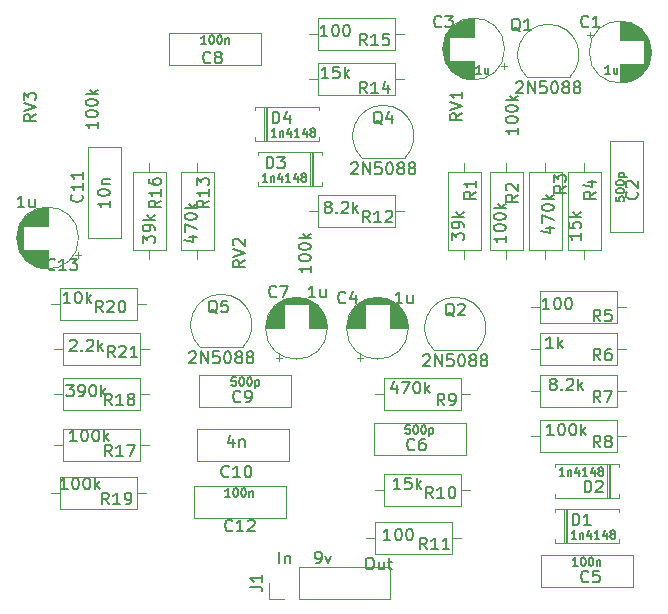
<source format=gbr>
%TF.GenerationSoftware,KiCad,Pcbnew,7.0.11+dfsg-1build4*%
%TF.CreationDate,2025-11-16T21:21:00-05:00*%
%TF.ProjectId,Distortion-01-BMP,44697374-6f72-4746-996f-6e2d30312d42,rev?*%
%TF.SameCoordinates,Original*%
%TF.FileFunction,Legend,Top*%
%TF.FilePolarity,Positive*%
%FSLAX46Y46*%
G04 Gerber Fmt 4.6, Leading zero omitted, Abs format (unit mm)*
G04 Created by KiCad (PCBNEW 7.0.11+dfsg-1build4) date 2025-11-16 21:21:00*
%MOMM*%
%LPD*%
G01*
G04 APERTURE LIST*
%ADD10C,0.150000*%
%ADD11C,0.120000*%
G04 APERTURE END LIST*
D10*
X125606398Y-96897819D02*
X125796874Y-96897819D01*
X125796874Y-96897819D02*
X125892112Y-96850200D01*
X125892112Y-96850200D02*
X125939731Y-96802580D01*
X125939731Y-96802580D02*
X126034969Y-96659723D01*
X126034969Y-96659723D02*
X126082588Y-96469247D01*
X126082588Y-96469247D02*
X126082588Y-96088295D01*
X126082588Y-96088295D02*
X126034969Y-95993057D01*
X126034969Y-95993057D02*
X125987350Y-95945438D01*
X125987350Y-95945438D02*
X125892112Y-95897819D01*
X125892112Y-95897819D02*
X125701636Y-95897819D01*
X125701636Y-95897819D02*
X125606398Y-95945438D01*
X125606398Y-95945438D02*
X125558779Y-95993057D01*
X125558779Y-95993057D02*
X125511160Y-96088295D01*
X125511160Y-96088295D02*
X125511160Y-96326390D01*
X125511160Y-96326390D02*
X125558779Y-96421628D01*
X125558779Y-96421628D02*
X125606398Y-96469247D01*
X125606398Y-96469247D02*
X125701636Y-96516866D01*
X125701636Y-96516866D02*
X125892112Y-96516866D01*
X125892112Y-96516866D02*
X125987350Y-96469247D01*
X125987350Y-96469247D02*
X126034969Y-96421628D01*
X126034969Y-96421628D02*
X126082588Y-96326390D01*
X126415922Y-96231152D02*
X126654017Y-96897819D01*
X126654017Y-96897819D02*
X126892112Y-96231152D01*
X122510779Y-96897819D02*
X122510779Y-95897819D01*
X122986969Y-96231152D02*
X122986969Y-96897819D01*
X122986969Y-96326390D02*
X123034588Y-96278771D01*
X123034588Y-96278771D02*
X123129826Y-96231152D01*
X123129826Y-96231152D02*
X123272683Y-96231152D01*
X123272683Y-96231152D02*
X123367921Y-96278771D01*
X123367921Y-96278771D02*
X123415540Y-96374009D01*
X123415540Y-96374009D02*
X123415540Y-96897819D01*
X130067255Y-96405819D02*
X130257731Y-96405819D01*
X130257731Y-96405819D02*
X130352969Y-96453438D01*
X130352969Y-96453438D02*
X130448207Y-96548676D01*
X130448207Y-96548676D02*
X130495826Y-96739152D01*
X130495826Y-96739152D02*
X130495826Y-97072485D01*
X130495826Y-97072485D02*
X130448207Y-97262961D01*
X130448207Y-97262961D02*
X130352969Y-97358200D01*
X130352969Y-97358200D02*
X130257731Y-97405819D01*
X130257731Y-97405819D02*
X130067255Y-97405819D01*
X130067255Y-97405819D02*
X129972017Y-97358200D01*
X129972017Y-97358200D02*
X129876779Y-97262961D01*
X129876779Y-97262961D02*
X129829160Y-97072485D01*
X129829160Y-97072485D02*
X129829160Y-96739152D01*
X129829160Y-96739152D02*
X129876779Y-96548676D01*
X129876779Y-96548676D02*
X129972017Y-96453438D01*
X129972017Y-96453438D02*
X130067255Y-96405819D01*
X131352969Y-96739152D02*
X131352969Y-97405819D01*
X130924398Y-96739152D02*
X130924398Y-97262961D01*
X130924398Y-97262961D02*
X130972017Y-97358200D01*
X130972017Y-97358200D02*
X131067255Y-97405819D01*
X131067255Y-97405819D02*
X131210112Y-97405819D01*
X131210112Y-97405819D02*
X131305350Y-97358200D01*
X131305350Y-97358200D02*
X131352969Y-97310580D01*
X131686303Y-96739152D02*
X132067255Y-96739152D01*
X131829160Y-96405819D02*
X131829160Y-97262961D01*
X131829160Y-97262961D02*
X131876779Y-97358200D01*
X131876779Y-97358200D02*
X131972017Y-97405819D01*
X131972017Y-97405819D02*
X132067255Y-97405819D01*
X148677333Y-51413580D02*
X148629714Y-51461200D01*
X148629714Y-51461200D02*
X148486857Y-51508819D01*
X148486857Y-51508819D02*
X148391619Y-51508819D01*
X148391619Y-51508819D02*
X148248762Y-51461200D01*
X148248762Y-51461200D02*
X148153524Y-51365961D01*
X148153524Y-51365961D02*
X148105905Y-51270723D01*
X148105905Y-51270723D02*
X148058286Y-51080247D01*
X148058286Y-51080247D02*
X148058286Y-50937390D01*
X148058286Y-50937390D02*
X148105905Y-50746914D01*
X148105905Y-50746914D02*
X148153524Y-50651676D01*
X148153524Y-50651676D02*
X148248762Y-50556438D01*
X148248762Y-50556438D02*
X148391619Y-50508819D01*
X148391619Y-50508819D02*
X148486857Y-50508819D01*
X148486857Y-50508819D02*
X148629714Y-50556438D01*
X148629714Y-50556438D02*
X148677333Y-50604057D01*
X149629714Y-51508819D02*
X149058286Y-51508819D01*
X149344000Y-51508819D02*
X149344000Y-50508819D01*
X149344000Y-50508819D02*
X149248762Y-50651676D01*
X149248762Y-50651676D02*
X149153524Y-50746914D01*
X149153524Y-50746914D02*
X149058286Y-50794533D01*
X150505333Y-55434033D02*
X150105333Y-55434033D01*
X150305333Y-55434033D02*
X150305333Y-54734033D01*
X150305333Y-54734033D02*
X150238666Y-54834033D01*
X150238666Y-54834033D02*
X150172000Y-54900700D01*
X150172000Y-54900700D02*
X150105333Y-54934033D01*
X151105333Y-54967366D02*
X151105333Y-55434033D01*
X150805333Y-54967366D02*
X150805333Y-55334033D01*
X150805333Y-55334033D02*
X150838667Y-55400700D01*
X150838667Y-55400700D02*
X150905333Y-55434033D01*
X150905333Y-55434033D02*
X151005333Y-55434033D01*
X151005333Y-55434033D02*
X151072000Y-55400700D01*
X151072000Y-55400700D02*
X151105333Y-55367366D01*
X152759580Y-65444666D02*
X152807200Y-65492285D01*
X152807200Y-65492285D02*
X152854819Y-65635142D01*
X152854819Y-65635142D02*
X152854819Y-65730380D01*
X152854819Y-65730380D02*
X152807200Y-65873237D01*
X152807200Y-65873237D02*
X152711961Y-65968475D01*
X152711961Y-65968475D02*
X152616723Y-66016094D01*
X152616723Y-66016094D02*
X152426247Y-66063713D01*
X152426247Y-66063713D02*
X152283390Y-66063713D01*
X152283390Y-66063713D02*
X152092914Y-66016094D01*
X152092914Y-66016094D02*
X151997676Y-65968475D01*
X151997676Y-65968475D02*
X151902438Y-65873237D01*
X151902438Y-65873237D02*
X151854819Y-65730380D01*
X151854819Y-65730380D02*
X151854819Y-65635142D01*
X151854819Y-65635142D02*
X151902438Y-65492285D01*
X151902438Y-65492285D02*
X151950057Y-65444666D01*
X151950057Y-65063713D02*
X151902438Y-65016094D01*
X151902438Y-65016094D02*
X151854819Y-64920856D01*
X151854819Y-64920856D02*
X151854819Y-64682761D01*
X151854819Y-64682761D02*
X151902438Y-64587523D01*
X151902438Y-64587523D02*
X151950057Y-64539904D01*
X151950057Y-64539904D02*
X152045295Y-64492285D01*
X152045295Y-64492285D02*
X152140533Y-64492285D01*
X152140533Y-64492285D02*
X152283390Y-64539904D01*
X152283390Y-64539904D02*
X152854819Y-65111332D01*
X152854819Y-65111332D02*
X152854819Y-64492285D01*
X151000033Y-65840667D02*
X151000033Y-66174000D01*
X151000033Y-66174000D02*
X151333366Y-66207333D01*
X151333366Y-66207333D02*
X151300033Y-66174000D01*
X151300033Y-66174000D02*
X151266700Y-66107333D01*
X151266700Y-66107333D02*
X151266700Y-65940667D01*
X151266700Y-65940667D02*
X151300033Y-65874000D01*
X151300033Y-65874000D02*
X151333366Y-65840667D01*
X151333366Y-65840667D02*
X151400033Y-65807333D01*
X151400033Y-65807333D02*
X151566700Y-65807333D01*
X151566700Y-65807333D02*
X151633366Y-65840667D01*
X151633366Y-65840667D02*
X151666700Y-65874000D01*
X151666700Y-65874000D02*
X151700033Y-65940667D01*
X151700033Y-65940667D02*
X151700033Y-66107333D01*
X151700033Y-66107333D02*
X151666700Y-66174000D01*
X151666700Y-66174000D02*
X151633366Y-66207333D01*
X151000033Y-65374000D02*
X151000033Y-65307333D01*
X151000033Y-65307333D02*
X151033366Y-65240666D01*
X151033366Y-65240666D02*
X151066700Y-65207333D01*
X151066700Y-65207333D02*
X151133366Y-65174000D01*
X151133366Y-65174000D02*
X151266700Y-65140666D01*
X151266700Y-65140666D02*
X151433366Y-65140666D01*
X151433366Y-65140666D02*
X151566700Y-65174000D01*
X151566700Y-65174000D02*
X151633366Y-65207333D01*
X151633366Y-65207333D02*
X151666700Y-65240666D01*
X151666700Y-65240666D02*
X151700033Y-65307333D01*
X151700033Y-65307333D02*
X151700033Y-65374000D01*
X151700033Y-65374000D02*
X151666700Y-65440666D01*
X151666700Y-65440666D02*
X151633366Y-65474000D01*
X151633366Y-65474000D02*
X151566700Y-65507333D01*
X151566700Y-65507333D02*
X151433366Y-65540666D01*
X151433366Y-65540666D02*
X151266700Y-65540666D01*
X151266700Y-65540666D02*
X151133366Y-65507333D01*
X151133366Y-65507333D02*
X151066700Y-65474000D01*
X151066700Y-65474000D02*
X151033366Y-65440666D01*
X151033366Y-65440666D02*
X151000033Y-65374000D01*
X151000033Y-64707333D02*
X151000033Y-64640666D01*
X151000033Y-64640666D02*
X151033366Y-64573999D01*
X151033366Y-64573999D02*
X151066700Y-64540666D01*
X151066700Y-64540666D02*
X151133366Y-64507333D01*
X151133366Y-64507333D02*
X151266700Y-64473999D01*
X151266700Y-64473999D02*
X151433366Y-64473999D01*
X151433366Y-64473999D02*
X151566700Y-64507333D01*
X151566700Y-64507333D02*
X151633366Y-64540666D01*
X151633366Y-64540666D02*
X151666700Y-64573999D01*
X151666700Y-64573999D02*
X151700033Y-64640666D01*
X151700033Y-64640666D02*
X151700033Y-64707333D01*
X151700033Y-64707333D02*
X151666700Y-64773999D01*
X151666700Y-64773999D02*
X151633366Y-64807333D01*
X151633366Y-64807333D02*
X151566700Y-64840666D01*
X151566700Y-64840666D02*
X151433366Y-64873999D01*
X151433366Y-64873999D02*
X151266700Y-64873999D01*
X151266700Y-64873999D02*
X151133366Y-64840666D01*
X151133366Y-64840666D02*
X151066700Y-64807333D01*
X151066700Y-64807333D02*
X151033366Y-64773999D01*
X151033366Y-64773999D02*
X151000033Y-64707333D01*
X151233366Y-64173999D02*
X151933366Y-64173999D01*
X151266700Y-64173999D02*
X151233366Y-64107332D01*
X151233366Y-64107332D02*
X151233366Y-63973999D01*
X151233366Y-63973999D02*
X151266700Y-63907332D01*
X151266700Y-63907332D02*
X151300033Y-63873999D01*
X151300033Y-63873999D02*
X151366700Y-63840666D01*
X151366700Y-63840666D02*
X151566700Y-63840666D01*
X151566700Y-63840666D02*
X151633366Y-63873999D01*
X151633366Y-63873999D02*
X151666700Y-63907332D01*
X151666700Y-63907332D02*
X151700033Y-63973999D01*
X151700033Y-63973999D02*
X151700033Y-64107332D01*
X151700033Y-64107332D02*
X151666700Y-64173999D01*
X136231333Y-51413580D02*
X136183714Y-51461200D01*
X136183714Y-51461200D02*
X136040857Y-51508819D01*
X136040857Y-51508819D02*
X135945619Y-51508819D01*
X135945619Y-51508819D02*
X135802762Y-51461200D01*
X135802762Y-51461200D02*
X135707524Y-51365961D01*
X135707524Y-51365961D02*
X135659905Y-51270723D01*
X135659905Y-51270723D02*
X135612286Y-51080247D01*
X135612286Y-51080247D02*
X135612286Y-50937390D01*
X135612286Y-50937390D02*
X135659905Y-50746914D01*
X135659905Y-50746914D02*
X135707524Y-50651676D01*
X135707524Y-50651676D02*
X135802762Y-50556438D01*
X135802762Y-50556438D02*
X135945619Y-50508819D01*
X135945619Y-50508819D02*
X136040857Y-50508819D01*
X136040857Y-50508819D02*
X136183714Y-50556438D01*
X136183714Y-50556438D02*
X136231333Y-50604057D01*
X136564667Y-50508819D02*
X137183714Y-50508819D01*
X137183714Y-50508819D02*
X136850381Y-50889771D01*
X136850381Y-50889771D02*
X136993238Y-50889771D01*
X136993238Y-50889771D02*
X137088476Y-50937390D01*
X137088476Y-50937390D02*
X137136095Y-50985009D01*
X137136095Y-50985009D02*
X137183714Y-51080247D01*
X137183714Y-51080247D02*
X137183714Y-51318342D01*
X137183714Y-51318342D02*
X137136095Y-51413580D01*
X137136095Y-51413580D02*
X137088476Y-51461200D01*
X137088476Y-51461200D02*
X136993238Y-51508819D01*
X136993238Y-51508819D02*
X136707524Y-51508819D01*
X136707524Y-51508819D02*
X136612286Y-51461200D01*
X136612286Y-51461200D02*
X136564667Y-51413580D01*
X139583333Y-55434033D02*
X139183333Y-55434033D01*
X139383333Y-55434033D02*
X139383333Y-54734033D01*
X139383333Y-54734033D02*
X139316666Y-54834033D01*
X139316666Y-54834033D02*
X139250000Y-54900700D01*
X139250000Y-54900700D02*
X139183333Y-54934033D01*
X140183333Y-54967366D02*
X140183333Y-55434033D01*
X139883333Y-54967366D02*
X139883333Y-55334033D01*
X139883333Y-55334033D02*
X139916667Y-55400700D01*
X139916667Y-55400700D02*
X139983333Y-55434033D01*
X139983333Y-55434033D02*
X140083333Y-55434033D01*
X140083333Y-55434033D02*
X140150000Y-55400700D01*
X140150000Y-55400700D02*
X140183333Y-55367366D01*
X128103333Y-74781580D02*
X128055714Y-74829200D01*
X128055714Y-74829200D02*
X127912857Y-74876819D01*
X127912857Y-74876819D02*
X127817619Y-74876819D01*
X127817619Y-74876819D02*
X127674762Y-74829200D01*
X127674762Y-74829200D02*
X127579524Y-74733961D01*
X127579524Y-74733961D02*
X127531905Y-74638723D01*
X127531905Y-74638723D02*
X127484286Y-74448247D01*
X127484286Y-74448247D02*
X127484286Y-74305390D01*
X127484286Y-74305390D02*
X127531905Y-74114914D01*
X127531905Y-74114914D02*
X127579524Y-74019676D01*
X127579524Y-74019676D02*
X127674762Y-73924438D01*
X127674762Y-73924438D02*
X127817619Y-73876819D01*
X127817619Y-73876819D02*
X127912857Y-73876819D01*
X127912857Y-73876819D02*
X128055714Y-73924438D01*
X128055714Y-73924438D02*
X128103333Y-73972057D01*
X128960476Y-74210152D02*
X128960476Y-74876819D01*
X128722381Y-73829200D02*
X128484286Y-74543485D01*
X128484286Y-74543485D02*
X129103333Y-74543485D01*
X132929333Y-74876819D02*
X132357905Y-74876819D01*
X132643619Y-74876819D02*
X132643619Y-73876819D01*
X132643619Y-73876819D02*
X132548381Y-74019676D01*
X132548381Y-74019676D02*
X132453143Y-74114914D01*
X132453143Y-74114914D02*
X132357905Y-74162533D01*
X133786476Y-74210152D02*
X133786476Y-74876819D01*
X133357905Y-74210152D02*
X133357905Y-74733961D01*
X133357905Y-74733961D02*
X133405524Y-74829200D01*
X133405524Y-74829200D02*
X133500762Y-74876819D01*
X133500762Y-74876819D02*
X133643619Y-74876819D01*
X133643619Y-74876819D02*
X133738857Y-74829200D01*
X133738857Y-74829200D02*
X133786476Y-74781580D01*
X148677333Y-98403580D02*
X148629714Y-98451200D01*
X148629714Y-98451200D02*
X148486857Y-98498819D01*
X148486857Y-98498819D02*
X148391619Y-98498819D01*
X148391619Y-98498819D02*
X148248762Y-98451200D01*
X148248762Y-98451200D02*
X148153524Y-98355961D01*
X148153524Y-98355961D02*
X148105905Y-98260723D01*
X148105905Y-98260723D02*
X148058286Y-98070247D01*
X148058286Y-98070247D02*
X148058286Y-97927390D01*
X148058286Y-97927390D02*
X148105905Y-97736914D01*
X148105905Y-97736914D02*
X148153524Y-97641676D01*
X148153524Y-97641676D02*
X148248762Y-97546438D01*
X148248762Y-97546438D02*
X148391619Y-97498819D01*
X148391619Y-97498819D02*
X148486857Y-97498819D01*
X148486857Y-97498819D02*
X148629714Y-97546438D01*
X148629714Y-97546438D02*
X148677333Y-97594057D01*
X149582095Y-97498819D02*
X149105905Y-97498819D01*
X149105905Y-97498819D02*
X149058286Y-97975009D01*
X149058286Y-97975009D02*
X149105905Y-97927390D01*
X149105905Y-97927390D02*
X149201143Y-97879771D01*
X149201143Y-97879771D02*
X149439238Y-97879771D01*
X149439238Y-97879771D02*
X149534476Y-97927390D01*
X149534476Y-97927390D02*
X149582095Y-97975009D01*
X149582095Y-97975009D02*
X149629714Y-98070247D01*
X149629714Y-98070247D02*
X149629714Y-98308342D01*
X149629714Y-98308342D02*
X149582095Y-98403580D01*
X149582095Y-98403580D02*
X149534476Y-98451200D01*
X149534476Y-98451200D02*
X149439238Y-98498819D01*
X149439238Y-98498819D02*
X149201143Y-98498819D01*
X149201143Y-98498819D02*
X149105905Y-98451200D01*
X149105905Y-98451200D02*
X149058286Y-98403580D01*
X147766666Y-97090033D02*
X147366666Y-97090033D01*
X147566666Y-97090033D02*
X147566666Y-96390033D01*
X147566666Y-96390033D02*
X147499999Y-96490033D01*
X147499999Y-96490033D02*
X147433333Y-96556700D01*
X147433333Y-96556700D02*
X147366666Y-96590033D01*
X148200000Y-96390033D02*
X148266666Y-96390033D01*
X148266666Y-96390033D02*
X148333333Y-96423366D01*
X148333333Y-96423366D02*
X148366666Y-96456700D01*
X148366666Y-96456700D02*
X148400000Y-96523366D01*
X148400000Y-96523366D02*
X148433333Y-96656700D01*
X148433333Y-96656700D02*
X148433333Y-96823366D01*
X148433333Y-96823366D02*
X148400000Y-96956700D01*
X148400000Y-96956700D02*
X148366666Y-97023366D01*
X148366666Y-97023366D02*
X148333333Y-97056700D01*
X148333333Y-97056700D02*
X148266666Y-97090033D01*
X148266666Y-97090033D02*
X148200000Y-97090033D01*
X148200000Y-97090033D02*
X148133333Y-97056700D01*
X148133333Y-97056700D02*
X148100000Y-97023366D01*
X148100000Y-97023366D02*
X148066666Y-96956700D01*
X148066666Y-96956700D02*
X148033333Y-96823366D01*
X148033333Y-96823366D02*
X148033333Y-96656700D01*
X148033333Y-96656700D02*
X148066666Y-96523366D01*
X148066666Y-96523366D02*
X148100000Y-96456700D01*
X148100000Y-96456700D02*
X148133333Y-96423366D01*
X148133333Y-96423366D02*
X148200000Y-96390033D01*
X148866667Y-96390033D02*
X148933333Y-96390033D01*
X148933333Y-96390033D02*
X149000000Y-96423366D01*
X149000000Y-96423366D02*
X149033333Y-96456700D01*
X149033333Y-96456700D02*
X149066667Y-96523366D01*
X149066667Y-96523366D02*
X149100000Y-96656700D01*
X149100000Y-96656700D02*
X149100000Y-96823366D01*
X149100000Y-96823366D02*
X149066667Y-96956700D01*
X149066667Y-96956700D02*
X149033333Y-97023366D01*
X149033333Y-97023366D02*
X149000000Y-97056700D01*
X149000000Y-97056700D02*
X148933333Y-97090033D01*
X148933333Y-97090033D02*
X148866667Y-97090033D01*
X148866667Y-97090033D02*
X148800000Y-97056700D01*
X148800000Y-97056700D02*
X148766667Y-97023366D01*
X148766667Y-97023366D02*
X148733333Y-96956700D01*
X148733333Y-96956700D02*
X148700000Y-96823366D01*
X148700000Y-96823366D02*
X148700000Y-96656700D01*
X148700000Y-96656700D02*
X148733333Y-96523366D01*
X148733333Y-96523366D02*
X148766667Y-96456700D01*
X148766667Y-96456700D02*
X148800000Y-96423366D01*
X148800000Y-96423366D02*
X148866667Y-96390033D01*
X149400000Y-96623366D02*
X149400000Y-97090033D01*
X149400000Y-96690033D02*
X149433334Y-96656700D01*
X149433334Y-96656700D02*
X149500000Y-96623366D01*
X149500000Y-96623366D02*
X149600000Y-96623366D01*
X149600000Y-96623366D02*
X149666667Y-96656700D01*
X149666667Y-96656700D02*
X149700000Y-96723366D01*
X149700000Y-96723366D02*
X149700000Y-97090033D01*
X133945333Y-87227580D02*
X133897714Y-87275200D01*
X133897714Y-87275200D02*
X133754857Y-87322819D01*
X133754857Y-87322819D02*
X133659619Y-87322819D01*
X133659619Y-87322819D02*
X133516762Y-87275200D01*
X133516762Y-87275200D02*
X133421524Y-87179961D01*
X133421524Y-87179961D02*
X133373905Y-87084723D01*
X133373905Y-87084723D02*
X133326286Y-86894247D01*
X133326286Y-86894247D02*
X133326286Y-86751390D01*
X133326286Y-86751390D02*
X133373905Y-86560914D01*
X133373905Y-86560914D02*
X133421524Y-86465676D01*
X133421524Y-86465676D02*
X133516762Y-86370438D01*
X133516762Y-86370438D02*
X133659619Y-86322819D01*
X133659619Y-86322819D02*
X133754857Y-86322819D01*
X133754857Y-86322819D02*
X133897714Y-86370438D01*
X133897714Y-86370438D02*
X133945333Y-86418057D01*
X134802476Y-86322819D02*
X134612000Y-86322819D01*
X134612000Y-86322819D02*
X134516762Y-86370438D01*
X134516762Y-86370438D02*
X134469143Y-86418057D01*
X134469143Y-86418057D02*
X134373905Y-86560914D01*
X134373905Y-86560914D02*
X134326286Y-86751390D01*
X134326286Y-86751390D02*
X134326286Y-87132342D01*
X134326286Y-87132342D02*
X134373905Y-87227580D01*
X134373905Y-87227580D02*
X134421524Y-87275200D01*
X134421524Y-87275200D02*
X134516762Y-87322819D01*
X134516762Y-87322819D02*
X134707238Y-87322819D01*
X134707238Y-87322819D02*
X134802476Y-87275200D01*
X134802476Y-87275200D02*
X134850095Y-87227580D01*
X134850095Y-87227580D02*
X134897714Y-87132342D01*
X134897714Y-87132342D02*
X134897714Y-86894247D01*
X134897714Y-86894247D02*
X134850095Y-86799009D01*
X134850095Y-86799009D02*
X134802476Y-86751390D01*
X134802476Y-86751390D02*
X134707238Y-86703771D01*
X134707238Y-86703771D02*
X134516762Y-86703771D01*
X134516762Y-86703771D02*
X134421524Y-86751390D01*
X134421524Y-86751390D02*
X134373905Y-86799009D01*
X134373905Y-86799009D02*
X134326286Y-86894247D01*
X133549333Y-85214033D02*
X133215999Y-85214033D01*
X133215999Y-85214033D02*
X133182666Y-85547366D01*
X133182666Y-85547366D02*
X133215999Y-85514033D01*
X133215999Y-85514033D02*
X133282666Y-85480700D01*
X133282666Y-85480700D02*
X133449333Y-85480700D01*
X133449333Y-85480700D02*
X133515999Y-85514033D01*
X133515999Y-85514033D02*
X133549333Y-85547366D01*
X133549333Y-85547366D02*
X133582666Y-85614033D01*
X133582666Y-85614033D02*
X133582666Y-85780700D01*
X133582666Y-85780700D02*
X133549333Y-85847366D01*
X133549333Y-85847366D02*
X133515999Y-85880700D01*
X133515999Y-85880700D02*
X133449333Y-85914033D01*
X133449333Y-85914033D02*
X133282666Y-85914033D01*
X133282666Y-85914033D02*
X133215999Y-85880700D01*
X133215999Y-85880700D02*
X133182666Y-85847366D01*
X134016000Y-85214033D02*
X134082666Y-85214033D01*
X134082666Y-85214033D02*
X134149333Y-85247366D01*
X134149333Y-85247366D02*
X134182666Y-85280700D01*
X134182666Y-85280700D02*
X134216000Y-85347366D01*
X134216000Y-85347366D02*
X134249333Y-85480700D01*
X134249333Y-85480700D02*
X134249333Y-85647366D01*
X134249333Y-85647366D02*
X134216000Y-85780700D01*
X134216000Y-85780700D02*
X134182666Y-85847366D01*
X134182666Y-85847366D02*
X134149333Y-85880700D01*
X134149333Y-85880700D02*
X134082666Y-85914033D01*
X134082666Y-85914033D02*
X134016000Y-85914033D01*
X134016000Y-85914033D02*
X133949333Y-85880700D01*
X133949333Y-85880700D02*
X133916000Y-85847366D01*
X133916000Y-85847366D02*
X133882666Y-85780700D01*
X133882666Y-85780700D02*
X133849333Y-85647366D01*
X133849333Y-85647366D02*
X133849333Y-85480700D01*
X133849333Y-85480700D02*
X133882666Y-85347366D01*
X133882666Y-85347366D02*
X133916000Y-85280700D01*
X133916000Y-85280700D02*
X133949333Y-85247366D01*
X133949333Y-85247366D02*
X134016000Y-85214033D01*
X134682667Y-85214033D02*
X134749333Y-85214033D01*
X134749333Y-85214033D02*
X134816000Y-85247366D01*
X134816000Y-85247366D02*
X134849333Y-85280700D01*
X134849333Y-85280700D02*
X134882667Y-85347366D01*
X134882667Y-85347366D02*
X134916000Y-85480700D01*
X134916000Y-85480700D02*
X134916000Y-85647366D01*
X134916000Y-85647366D02*
X134882667Y-85780700D01*
X134882667Y-85780700D02*
X134849333Y-85847366D01*
X134849333Y-85847366D02*
X134816000Y-85880700D01*
X134816000Y-85880700D02*
X134749333Y-85914033D01*
X134749333Y-85914033D02*
X134682667Y-85914033D01*
X134682667Y-85914033D02*
X134616000Y-85880700D01*
X134616000Y-85880700D02*
X134582667Y-85847366D01*
X134582667Y-85847366D02*
X134549333Y-85780700D01*
X134549333Y-85780700D02*
X134516000Y-85647366D01*
X134516000Y-85647366D02*
X134516000Y-85480700D01*
X134516000Y-85480700D02*
X134549333Y-85347366D01*
X134549333Y-85347366D02*
X134582667Y-85280700D01*
X134582667Y-85280700D02*
X134616000Y-85247366D01*
X134616000Y-85247366D02*
X134682667Y-85214033D01*
X135216000Y-85447366D02*
X135216000Y-86147366D01*
X135216000Y-85480700D02*
X135282667Y-85447366D01*
X135282667Y-85447366D02*
X135416000Y-85447366D01*
X135416000Y-85447366D02*
X135482667Y-85480700D01*
X135482667Y-85480700D02*
X135516000Y-85514033D01*
X135516000Y-85514033D02*
X135549334Y-85580700D01*
X135549334Y-85580700D02*
X135549334Y-85780700D01*
X135549334Y-85780700D02*
X135516000Y-85847366D01*
X135516000Y-85847366D02*
X135482667Y-85880700D01*
X135482667Y-85880700D02*
X135416000Y-85914033D01*
X135416000Y-85914033D02*
X135282667Y-85914033D01*
X135282667Y-85914033D02*
X135216000Y-85880700D01*
X122261333Y-74273580D02*
X122213714Y-74321200D01*
X122213714Y-74321200D02*
X122070857Y-74368819D01*
X122070857Y-74368819D02*
X121975619Y-74368819D01*
X121975619Y-74368819D02*
X121832762Y-74321200D01*
X121832762Y-74321200D02*
X121737524Y-74225961D01*
X121737524Y-74225961D02*
X121689905Y-74130723D01*
X121689905Y-74130723D02*
X121642286Y-73940247D01*
X121642286Y-73940247D02*
X121642286Y-73797390D01*
X121642286Y-73797390D02*
X121689905Y-73606914D01*
X121689905Y-73606914D02*
X121737524Y-73511676D01*
X121737524Y-73511676D02*
X121832762Y-73416438D01*
X121832762Y-73416438D02*
X121975619Y-73368819D01*
X121975619Y-73368819D02*
X122070857Y-73368819D01*
X122070857Y-73368819D02*
X122213714Y-73416438D01*
X122213714Y-73416438D02*
X122261333Y-73464057D01*
X122594667Y-73368819D02*
X123261333Y-73368819D01*
X123261333Y-73368819D02*
X122832762Y-74368819D01*
X125563333Y-74368819D02*
X124991905Y-74368819D01*
X125277619Y-74368819D02*
X125277619Y-73368819D01*
X125277619Y-73368819D02*
X125182381Y-73511676D01*
X125182381Y-73511676D02*
X125087143Y-73606914D01*
X125087143Y-73606914D02*
X124991905Y-73654533D01*
X126420476Y-73702152D02*
X126420476Y-74368819D01*
X125991905Y-73702152D02*
X125991905Y-74225961D01*
X125991905Y-74225961D02*
X126039524Y-74321200D01*
X126039524Y-74321200D02*
X126134762Y-74368819D01*
X126134762Y-74368819D02*
X126277619Y-74368819D01*
X126277619Y-74368819D02*
X126372857Y-74321200D01*
X126372857Y-74321200D02*
X126420476Y-74273580D01*
X119213333Y-83163580D02*
X119165714Y-83211200D01*
X119165714Y-83211200D02*
X119022857Y-83258819D01*
X119022857Y-83258819D02*
X118927619Y-83258819D01*
X118927619Y-83258819D02*
X118784762Y-83211200D01*
X118784762Y-83211200D02*
X118689524Y-83115961D01*
X118689524Y-83115961D02*
X118641905Y-83020723D01*
X118641905Y-83020723D02*
X118594286Y-82830247D01*
X118594286Y-82830247D02*
X118594286Y-82687390D01*
X118594286Y-82687390D02*
X118641905Y-82496914D01*
X118641905Y-82496914D02*
X118689524Y-82401676D01*
X118689524Y-82401676D02*
X118784762Y-82306438D01*
X118784762Y-82306438D02*
X118927619Y-82258819D01*
X118927619Y-82258819D02*
X119022857Y-82258819D01*
X119022857Y-82258819D02*
X119165714Y-82306438D01*
X119165714Y-82306438D02*
X119213333Y-82354057D01*
X119689524Y-83258819D02*
X119880000Y-83258819D01*
X119880000Y-83258819D02*
X119975238Y-83211200D01*
X119975238Y-83211200D02*
X120022857Y-83163580D01*
X120022857Y-83163580D02*
X120118095Y-83020723D01*
X120118095Y-83020723D02*
X120165714Y-82830247D01*
X120165714Y-82830247D02*
X120165714Y-82449295D01*
X120165714Y-82449295D02*
X120118095Y-82354057D01*
X120118095Y-82354057D02*
X120070476Y-82306438D01*
X120070476Y-82306438D02*
X119975238Y-82258819D01*
X119975238Y-82258819D02*
X119784762Y-82258819D01*
X119784762Y-82258819D02*
X119689524Y-82306438D01*
X119689524Y-82306438D02*
X119641905Y-82354057D01*
X119641905Y-82354057D02*
X119594286Y-82449295D01*
X119594286Y-82449295D02*
X119594286Y-82687390D01*
X119594286Y-82687390D02*
X119641905Y-82782628D01*
X119641905Y-82782628D02*
X119689524Y-82830247D01*
X119689524Y-82830247D02*
X119784762Y-82877866D01*
X119784762Y-82877866D02*
X119975238Y-82877866D01*
X119975238Y-82877866D02*
X120070476Y-82830247D01*
X120070476Y-82830247D02*
X120118095Y-82782628D01*
X120118095Y-82782628D02*
X120165714Y-82687390D01*
X118817333Y-81150033D02*
X118483999Y-81150033D01*
X118483999Y-81150033D02*
X118450666Y-81483366D01*
X118450666Y-81483366D02*
X118483999Y-81450033D01*
X118483999Y-81450033D02*
X118550666Y-81416700D01*
X118550666Y-81416700D02*
X118717333Y-81416700D01*
X118717333Y-81416700D02*
X118783999Y-81450033D01*
X118783999Y-81450033D02*
X118817333Y-81483366D01*
X118817333Y-81483366D02*
X118850666Y-81550033D01*
X118850666Y-81550033D02*
X118850666Y-81716700D01*
X118850666Y-81716700D02*
X118817333Y-81783366D01*
X118817333Y-81783366D02*
X118783999Y-81816700D01*
X118783999Y-81816700D02*
X118717333Y-81850033D01*
X118717333Y-81850033D02*
X118550666Y-81850033D01*
X118550666Y-81850033D02*
X118483999Y-81816700D01*
X118483999Y-81816700D02*
X118450666Y-81783366D01*
X119284000Y-81150033D02*
X119350666Y-81150033D01*
X119350666Y-81150033D02*
X119417333Y-81183366D01*
X119417333Y-81183366D02*
X119450666Y-81216700D01*
X119450666Y-81216700D02*
X119484000Y-81283366D01*
X119484000Y-81283366D02*
X119517333Y-81416700D01*
X119517333Y-81416700D02*
X119517333Y-81583366D01*
X119517333Y-81583366D02*
X119484000Y-81716700D01*
X119484000Y-81716700D02*
X119450666Y-81783366D01*
X119450666Y-81783366D02*
X119417333Y-81816700D01*
X119417333Y-81816700D02*
X119350666Y-81850033D01*
X119350666Y-81850033D02*
X119284000Y-81850033D01*
X119284000Y-81850033D02*
X119217333Y-81816700D01*
X119217333Y-81816700D02*
X119184000Y-81783366D01*
X119184000Y-81783366D02*
X119150666Y-81716700D01*
X119150666Y-81716700D02*
X119117333Y-81583366D01*
X119117333Y-81583366D02*
X119117333Y-81416700D01*
X119117333Y-81416700D02*
X119150666Y-81283366D01*
X119150666Y-81283366D02*
X119184000Y-81216700D01*
X119184000Y-81216700D02*
X119217333Y-81183366D01*
X119217333Y-81183366D02*
X119284000Y-81150033D01*
X119950667Y-81150033D02*
X120017333Y-81150033D01*
X120017333Y-81150033D02*
X120084000Y-81183366D01*
X120084000Y-81183366D02*
X120117333Y-81216700D01*
X120117333Y-81216700D02*
X120150667Y-81283366D01*
X120150667Y-81283366D02*
X120184000Y-81416700D01*
X120184000Y-81416700D02*
X120184000Y-81583366D01*
X120184000Y-81583366D02*
X120150667Y-81716700D01*
X120150667Y-81716700D02*
X120117333Y-81783366D01*
X120117333Y-81783366D02*
X120084000Y-81816700D01*
X120084000Y-81816700D02*
X120017333Y-81850033D01*
X120017333Y-81850033D02*
X119950667Y-81850033D01*
X119950667Y-81850033D02*
X119884000Y-81816700D01*
X119884000Y-81816700D02*
X119850667Y-81783366D01*
X119850667Y-81783366D02*
X119817333Y-81716700D01*
X119817333Y-81716700D02*
X119784000Y-81583366D01*
X119784000Y-81583366D02*
X119784000Y-81416700D01*
X119784000Y-81416700D02*
X119817333Y-81283366D01*
X119817333Y-81283366D02*
X119850667Y-81216700D01*
X119850667Y-81216700D02*
X119884000Y-81183366D01*
X119884000Y-81183366D02*
X119950667Y-81150033D01*
X120484000Y-81383366D02*
X120484000Y-82083366D01*
X120484000Y-81416700D02*
X120550667Y-81383366D01*
X120550667Y-81383366D02*
X120684000Y-81383366D01*
X120684000Y-81383366D02*
X120750667Y-81416700D01*
X120750667Y-81416700D02*
X120784000Y-81450033D01*
X120784000Y-81450033D02*
X120817334Y-81516700D01*
X120817334Y-81516700D02*
X120817334Y-81716700D01*
X120817334Y-81716700D02*
X120784000Y-81783366D01*
X120784000Y-81783366D02*
X120750667Y-81816700D01*
X120750667Y-81816700D02*
X120684000Y-81850033D01*
X120684000Y-81850033D02*
X120550667Y-81850033D01*
X120550667Y-81850033D02*
X120484000Y-81816700D01*
X118229142Y-89513580D02*
X118181523Y-89561200D01*
X118181523Y-89561200D02*
X118038666Y-89608819D01*
X118038666Y-89608819D02*
X117943428Y-89608819D01*
X117943428Y-89608819D02*
X117800571Y-89561200D01*
X117800571Y-89561200D02*
X117705333Y-89465961D01*
X117705333Y-89465961D02*
X117657714Y-89370723D01*
X117657714Y-89370723D02*
X117610095Y-89180247D01*
X117610095Y-89180247D02*
X117610095Y-89037390D01*
X117610095Y-89037390D02*
X117657714Y-88846914D01*
X117657714Y-88846914D02*
X117705333Y-88751676D01*
X117705333Y-88751676D02*
X117800571Y-88656438D01*
X117800571Y-88656438D02*
X117943428Y-88608819D01*
X117943428Y-88608819D02*
X118038666Y-88608819D01*
X118038666Y-88608819D02*
X118181523Y-88656438D01*
X118181523Y-88656438D02*
X118229142Y-88704057D01*
X119181523Y-89608819D02*
X118610095Y-89608819D01*
X118895809Y-89608819D02*
X118895809Y-88608819D01*
X118895809Y-88608819D02*
X118800571Y-88751676D01*
X118800571Y-88751676D02*
X118705333Y-88846914D01*
X118705333Y-88846914D02*
X118610095Y-88894533D01*
X119800571Y-88608819D02*
X119895809Y-88608819D01*
X119895809Y-88608819D02*
X119991047Y-88656438D01*
X119991047Y-88656438D02*
X120038666Y-88704057D01*
X120038666Y-88704057D02*
X120086285Y-88799295D01*
X120086285Y-88799295D02*
X120133904Y-88989771D01*
X120133904Y-88989771D02*
X120133904Y-89227866D01*
X120133904Y-89227866D02*
X120086285Y-89418342D01*
X120086285Y-89418342D02*
X120038666Y-89513580D01*
X120038666Y-89513580D02*
X119991047Y-89561200D01*
X119991047Y-89561200D02*
X119895809Y-89608819D01*
X119895809Y-89608819D02*
X119800571Y-89608819D01*
X119800571Y-89608819D02*
X119705333Y-89561200D01*
X119705333Y-89561200D02*
X119657714Y-89513580D01*
X119657714Y-89513580D02*
X119610095Y-89418342D01*
X119610095Y-89418342D02*
X119562476Y-89227866D01*
X119562476Y-89227866D02*
X119562476Y-88989771D01*
X119562476Y-88989771D02*
X119610095Y-88799295D01*
X119610095Y-88799295D02*
X119657714Y-88704057D01*
X119657714Y-88704057D02*
X119705333Y-88656438D01*
X119705333Y-88656438D02*
X119800571Y-88608819D01*
X118610095Y-86402152D02*
X118610095Y-87068819D01*
X118372000Y-86021200D02*
X118133905Y-86735485D01*
X118133905Y-86735485D02*
X118752952Y-86735485D01*
X119133905Y-86402152D02*
X119133905Y-87068819D01*
X119133905Y-86497390D02*
X119181524Y-86449771D01*
X119181524Y-86449771D02*
X119276762Y-86402152D01*
X119276762Y-86402152D02*
X119419619Y-86402152D01*
X119419619Y-86402152D02*
X119514857Y-86449771D01*
X119514857Y-86449771D02*
X119562476Y-86545009D01*
X119562476Y-86545009D02*
X119562476Y-87068819D01*
X118523142Y-94085580D02*
X118475523Y-94133200D01*
X118475523Y-94133200D02*
X118332666Y-94180819D01*
X118332666Y-94180819D02*
X118237428Y-94180819D01*
X118237428Y-94180819D02*
X118094571Y-94133200D01*
X118094571Y-94133200D02*
X117999333Y-94037961D01*
X117999333Y-94037961D02*
X117951714Y-93942723D01*
X117951714Y-93942723D02*
X117904095Y-93752247D01*
X117904095Y-93752247D02*
X117904095Y-93609390D01*
X117904095Y-93609390D02*
X117951714Y-93418914D01*
X117951714Y-93418914D02*
X117999333Y-93323676D01*
X117999333Y-93323676D02*
X118094571Y-93228438D01*
X118094571Y-93228438D02*
X118237428Y-93180819D01*
X118237428Y-93180819D02*
X118332666Y-93180819D01*
X118332666Y-93180819D02*
X118475523Y-93228438D01*
X118475523Y-93228438D02*
X118523142Y-93276057D01*
X119475523Y-94180819D02*
X118904095Y-94180819D01*
X119189809Y-94180819D02*
X119189809Y-93180819D01*
X119189809Y-93180819D02*
X119094571Y-93323676D01*
X119094571Y-93323676D02*
X118999333Y-93418914D01*
X118999333Y-93418914D02*
X118904095Y-93466533D01*
X119856476Y-93276057D02*
X119904095Y-93228438D01*
X119904095Y-93228438D02*
X119999333Y-93180819D01*
X119999333Y-93180819D02*
X120237428Y-93180819D01*
X120237428Y-93180819D02*
X120332666Y-93228438D01*
X120332666Y-93228438D02*
X120380285Y-93276057D01*
X120380285Y-93276057D02*
X120427904Y-93371295D01*
X120427904Y-93371295D02*
X120427904Y-93466533D01*
X120427904Y-93466533D02*
X120380285Y-93609390D01*
X120380285Y-93609390D02*
X119808857Y-94180819D01*
X119808857Y-94180819D02*
X120427904Y-94180819D01*
X118342666Y-91248033D02*
X117942666Y-91248033D01*
X118142666Y-91248033D02*
X118142666Y-90548033D01*
X118142666Y-90548033D02*
X118075999Y-90648033D01*
X118075999Y-90648033D02*
X118009333Y-90714700D01*
X118009333Y-90714700D02*
X117942666Y-90748033D01*
X118776000Y-90548033D02*
X118842666Y-90548033D01*
X118842666Y-90548033D02*
X118909333Y-90581366D01*
X118909333Y-90581366D02*
X118942666Y-90614700D01*
X118942666Y-90614700D02*
X118976000Y-90681366D01*
X118976000Y-90681366D02*
X119009333Y-90814700D01*
X119009333Y-90814700D02*
X119009333Y-90981366D01*
X119009333Y-90981366D02*
X118976000Y-91114700D01*
X118976000Y-91114700D02*
X118942666Y-91181366D01*
X118942666Y-91181366D02*
X118909333Y-91214700D01*
X118909333Y-91214700D02*
X118842666Y-91248033D01*
X118842666Y-91248033D02*
X118776000Y-91248033D01*
X118776000Y-91248033D02*
X118709333Y-91214700D01*
X118709333Y-91214700D02*
X118676000Y-91181366D01*
X118676000Y-91181366D02*
X118642666Y-91114700D01*
X118642666Y-91114700D02*
X118609333Y-90981366D01*
X118609333Y-90981366D02*
X118609333Y-90814700D01*
X118609333Y-90814700D02*
X118642666Y-90681366D01*
X118642666Y-90681366D02*
X118676000Y-90614700D01*
X118676000Y-90614700D02*
X118709333Y-90581366D01*
X118709333Y-90581366D02*
X118776000Y-90548033D01*
X119442667Y-90548033D02*
X119509333Y-90548033D01*
X119509333Y-90548033D02*
X119576000Y-90581366D01*
X119576000Y-90581366D02*
X119609333Y-90614700D01*
X119609333Y-90614700D02*
X119642667Y-90681366D01*
X119642667Y-90681366D02*
X119676000Y-90814700D01*
X119676000Y-90814700D02*
X119676000Y-90981366D01*
X119676000Y-90981366D02*
X119642667Y-91114700D01*
X119642667Y-91114700D02*
X119609333Y-91181366D01*
X119609333Y-91181366D02*
X119576000Y-91214700D01*
X119576000Y-91214700D02*
X119509333Y-91248033D01*
X119509333Y-91248033D02*
X119442667Y-91248033D01*
X119442667Y-91248033D02*
X119376000Y-91214700D01*
X119376000Y-91214700D02*
X119342667Y-91181366D01*
X119342667Y-91181366D02*
X119309333Y-91114700D01*
X119309333Y-91114700D02*
X119276000Y-90981366D01*
X119276000Y-90981366D02*
X119276000Y-90814700D01*
X119276000Y-90814700D02*
X119309333Y-90681366D01*
X119309333Y-90681366D02*
X119342667Y-90614700D01*
X119342667Y-90614700D02*
X119376000Y-90581366D01*
X119376000Y-90581366D02*
X119442667Y-90548033D01*
X119976000Y-90781366D02*
X119976000Y-91248033D01*
X119976000Y-90848033D02*
X120009334Y-90814700D01*
X120009334Y-90814700D02*
X120076000Y-90781366D01*
X120076000Y-90781366D02*
X120176000Y-90781366D01*
X120176000Y-90781366D02*
X120242667Y-90814700D01*
X120242667Y-90814700D02*
X120276000Y-90881366D01*
X120276000Y-90881366D02*
X120276000Y-91248033D01*
X103497142Y-71987580D02*
X103449523Y-72035200D01*
X103449523Y-72035200D02*
X103306666Y-72082819D01*
X103306666Y-72082819D02*
X103211428Y-72082819D01*
X103211428Y-72082819D02*
X103068571Y-72035200D01*
X103068571Y-72035200D02*
X102973333Y-71939961D01*
X102973333Y-71939961D02*
X102925714Y-71844723D01*
X102925714Y-71844723D02*
X102878095Y-71654247D01*
X102878095Y-71654247D02*
X102878095Y-71511390D01*
X102878095Y-71511390D02*
X102925714Y-71320914D01*
X102925714Y-71320914D02*
X102973333Y-71225676D01*
X102973333Y-71225676D02*
X103068571Y-71130438D01*
X103068571Y-71130438D02*
X103211428Y-71082819D01*
X103211428Y-71082819D02*
X103306666Y-71082819D01*
X103306666Y-71082819D02*
X103449523Y-71130438D01*
X103449523Y-71130438D02*
X103497142Y-71178057D01*
X104449523Y-72082819D02*
X103878095Y-72082819D01*
X104163809Y-72082819D02*
X104163809Y-71082819D01*
X104163809Y-71082819D02*
X104068571Y-71225676D01*
X104068571Y-71225676D02*
X103973333Y-71320914D01*
X103973333Y-71320914D02*
X103878095Y-71368533D01*
X104782857Y-71082819D02*
X105401904Y-71082819D01*
X105401904Y-71082819D02*
X105068571Y-71463771D01*
X105068571Y-71463771D02*
X105211428Y-71463771D01*
X105211428Y-71463771D02*
X105306666Y-71511390D01*
X105306666Y-71511390D02*
X105354285Y-71559009D01*
X105354285Y-71559009D02*
X105401904Y-71654247D01*
X105401904Y-71654247D02*
X105401904Y-71892342D01*
X105401904Y-71892342D02*
X105354285Y-71987580D01*
X105354285Y-71987580D02*
X105306666Y-72035200D01*
X105306666Y-72035200D02*
X105211428Y-72082819D01*
X105211428Y-72082819D02*
X104925714Y-72082819D01*
X104925714Y-72082819D02*
X104830476Y-72035200D01*
X104830476Y-72035200D02*
X104782857Y-71987580D01*
X100925333Y-66748819D02*
X100353905Y-66748819D01*
X100639619Y-66748819D02*
X100639619Y-65748819D01*
X100639619Y-65748819D02*
X100544381Y-65891676D01*
X100544381Y-65891676D02*
X100449143Y-65986914D01*
X100449143Y-65986914D02*
X100353905Y-66034533D01*
X101782476Y-66082152D02*
X101782476Y-66748819D01*
X101353905Y-66082152D02*
X101353905Y-66605961D01*
X101353905Y-66605961D02*
X101401524Y-66701200D01*
X101401524Y-66701200D02*
X101496762Y-66748819D01*
X101496762Y-66748819D02*
X101639619Y-66748819D01*
X101639619Y-66748819D02*
X101734857Y-66701200D01*
X101734857Y-66701200D02*
X101782476Y-66653580D01*
X147343905Y-93672819D02*
X147343905Y-92672819D01*
X147343905Y-92672819D02*
X147582000Y-92672819D01*
X147582000Y-92672819D02*
X147724857Y-92720438D01*
X147724857Y-92720438D02*
X147820095Y-92815676D01*
X147820095Y-92815676D02*
X147867714Y-92910914D01*
X147867714Y-92910914D02*
X147915333Y-93101390D01*
X147915333Y-93101390D02*
X147915333Y-93244247D01*
X147915333Y-93244247D02*
X147867714Y-93434723D01*
X147867714Y-93434723D02*
X147820095Y-93529961D01*
X147820095Y-93529961D02*
X147724857Y-93625200D01*
X147724857Y-93625200D02*
X147582000Y-93672819D01*
X147582000Y-93672819D02*
X147343905Y-93672819D01*
X148867714Y-93672819D02*
X148296286Y-93672819D01*
X148582000Y-93672819D02*
X148582000Y-92672819D01*
X148582000Y-92672819D02*
X148486762Y-92815676D01*
X148486762Y-92815676D02*
X148391524Y-92910914D01*
X148391524Y-92910914D02*
X148296286Y-92958533D01*
X147647999Y-94804033D02*
X147247999Y-94804033D01*
X147447999Y-94804033D02*
X147447999Y-94104033D01*
X147447999Y-94104033D02*
X147381332Y-94204033D01*
X147381332Y-94204033D02*
X147314666Y-94270700D01*
X147314666Y-94270700D02*
X147247999Y-94304033D01*
X147947999Y-94337366D02*
X147947999Y-94804033D01*
X147947999Y-94404033D02*
X147981333Y-94370700D01*
X147981333Y-94370700D02*
X148047999Y-94337366D01*
X148047999Y-94337366D02*
X148147999Y-94337366D01*
X148147999Y-94337366D02*
X148214666Y-94370700D01*
X148214666Y-94370700D02*
X148247999Y-94437366D01*
X148247999Y-94437366D02*
X148247999Y-94804033D01*
X148881332Y-94337366D02*
X148881332Y-94804033D01*
X148714666Y-94070700D02*
X148547999Y-94570700D01*
X148547999Y-94570700D02*
X148981332Y-94570700D01*
X149614666Y-94804033D02*
X149214666Y-94804033D01*
X149414666Y-94804033D02*
X149414666Y-94104033D01*
X149414666Y-94104033D02*
X149347999Y-94204033D01*
X149347999Y-94204033D02*
X149281333Y-94270700D01*
X149281333Y-94270700D02*
X149214666Y-94304033D01*
X150214666Y-94337366D02*
X150214666Y-94804033D01*
X150048000Y-94070700D02*
X149881333Y-94570700D01*
X149881333Y-94570700D02*
X150314666Y-94570700D01*
X150681333Y-94404033D02*
X150614667Y-94370700D01*
X150614667Y-94370700D02*
X150581333Y-94337366D01*
X150581333Y-94337366D02*
X150548000Y-94270700D01*
X150548000Y-94270700D02*
X150548000Y-94237366D01*
X150548000Y-94237366D02*
X150581333Y-94170700D01*
X150581333Y-94170700D02*
X150614667Y-94137366D01*
X150614667Y-94137366D02*
X150681333Y-94104033D01*
X150681333Y-94104033D02*
X150814667Y-94104033D01*
X150814667Y-94104033D02*
X150881333Y-94137366D01*
X150881333Y-94137366D02*
X150914667Y-94170700D01*
X150914667Y-94170700D02*
X150948000Y-94237366D01*
X150948000Y-94237366D02*
X150948000Y-94270700D01*
X150948000Y-94270700D02*
X150914667Y-94337366D01*
X150914667Y-94337366D02*
X150881333Y-94370700D01*
X150881333Y-94370700D02*
X150814667Y-94404033D01*
X150814667Y-94404033D02*
X150681333Y-94404033D01*
X150681333Y-94404033D02*
X150614667Y-94437366D01*
X150614667Y-94437366D02*
X150581333Y-94470700D01*
X150581333Y-94470700D02*
X150548000Y-94537366D01*
X150548000Y-94537366D02*
X150548000Y-94670700D01*
X150548000Y-94670700D02*
X150581333Y-94737366D01*
X150581333Y-94737366D02*
X150614667Y-94770700D01*
X150614667Y-94770700D02*
X150681333Y-94804033D01*
X150681333Y-94804033D02*
X150814667Y-94804033D01*
X150814667Y-94804033D02*
X150881333Y-94770700D01*
X150881333Y-94770700D02*
X150914667Y-94737366D01*
X150914667Y-94737366D02*
X150948000Y-94670700D01*
X150948000Y-94670700D02*
X150948000Y-94537366D01*
X150948000Y-94537366D02*
X150914667Y-94470700D01*
X150914667Y-94470700D02*
X150881333Y-94437366D01*
X150881333Y-94437366D02*
X150814667Y-94404033D01*
X148359905Y-90878819D02*
X148359905Y-89878819D01*
X148359905Y-89878819D02*
X148598000Y-89878819D01*
X148598000Y-89878819D02*
X148740857Y-89926438D01*
X148740857Y-89926438D02*
X148836095Y-90021676D01*
X148836095Y-90021676D02*
X148883714Y-90116914D01*
X148883714Y-90116914D02*
X148931333Y-90307390D01*
X148931333Y-90307390D02*
X148931333Y-90450247D01*
X148931333Y-90450247D02*
X148883714Y-90640723D01*
X148883714Y-90640723D02*
X148836095Y-90735961D01*
X148836095Y-90735961D02*
X148740857Y-90831200D01*
X148740857Y-90831200D02*
X148598000Y-90878819D01*
X148598000Y-90878819D02*
X148359905Y-90878819D01*
X149312286Y-89974057D02*
X149359905Y-89926438D01*
X149359905Y-89926438D02*
X149455143Y-89878819D01*
X149455143Y-89878819D02*
X149693238Y-89878819D01*
X149693238Y-89878819D02*
X149788476Y-89926438D01*
X149788476Y-89926438D02*
X149836095Y-89974057D01*
X149836095Y-89974057D02*
X149883714Y-90069295D01*
X149883714Y-90069295D02*
X149883714Y-90164533D01*
X149883714Y-90164533D02*
X149836095Y-90307390D01*
X149836095Y-90307390D02*
X149264667Y-90878819D01*
X149264667Y-90878819D02*
X149883714Y-90878819D01*
X146631999Y-89470033D02*
X146231999Y-89470033D01*
X146431999Y-89470033D02*
X146431999Y-88770033D01*
X146431999Y-88770033D02*
X146365332Y-88870033D01*
X146365332Y-88870033D02*
X146298666Y-88936700D01*
X146298666Y-88936700D02*
X146231999Y-88970033D01*
X146931999Y-89003366D02*
X146931999Y-89470033D01*
X146931999Y-89070033D02*
X146965333Y-89036700D01*
X146965333Y-89036700D02*
X147031999Y-89003366D01*
X147031999Y-89003366D02*
X147131999Y-89003366D01*
X147131999Y-89003366D02*
X147198666Y-89036700D01*
X147198666Y-89036700D02*
X147231999Y-89103366D01*
X147231999Y-89103366D02*
X147231999Y-89470033D01*
X147865332Y-89003366D02*
X147865332Y-89470033D01*
X147698666Y-88736700D02*
X147531999Y-89236700D01*
X147531999Y-89236700D02*
X147965332Y-89236700D01*
X148598666Y-89470033D02*
X148198666Y-89470033D01*
X148398666Y-89470033D02*
X148398666Y-88770033D01*
X148398666Y-88770033D02*
X148331999Y-88870033D01*
X148331999Y-88870033D02*
X148265333Y-88936700D01*
X148265333Y-88936700D02*
X148198666Y-88970033D01*
X149198666Y-89003366D02*
X149198666Y-89470033D01*
X149032000Y-88736700D02*
X148865333Y-89236700D01*
X148865333Y-89236700D02*
X149298666Y-89236700D01*
X149665333Y-89070033D02*
X149598667Y-89036700D01*
X149598667Y-89036700D02*
X149565333Y-89003366D01*
X149565333Y-89003366D02*
X149532000Y-88936700D01*
X149532000Y-88936700D02*
X149532000Y-88903366D01*
X149532000Y-88903366D02*
X149565333Y-88836700D01*
X149565333Y-88836700D02*
X149598667Y-88803366D01*
X149598667Y-88803366D02*
X149665333Y-88770033D01*
X149665333Y-88770033D02*
X149798667Y-88770033D01*
X149798667Y-88770033D02*
X149865333Y-88803366D01*
X149865333Y-88803366D02*
X149898667Y-88836700D01*
X149898667Y-88836700D02*
X149932000Y-88903366D01*
X149932000Y-88903366D02*
X149932000Y-88936700D01*
X149932000Y-88936700D02*
X149898667Y-89003366D01*
X149898667Y-89003366D02*
X149865333Y-89036700D01*
X149865333Y-89036700D02*
X149798667Y-89070033D01*
X149798667Y-89070033D02*
X149665333Y-89070033D01*
X149665333Y-89070033D02*
X149598667Y-89103366D01*
X149598667Y-89103366D02*
X149565333Y-89136700D01*
X149565333Y-89136700D02*
X149532000Y-89203366D01*
X149532000Y-89203366D02*
X149532000Y-89336700D01*
X149532000Y-89336700D02*
X149565333Y-89403366D01*
X149565333Y-89403366D02*
X149598667Y-89436700D01*
X149598667Y-89436700D02*
X149665333Y-89470033D01*
X149665333Y-89470033D02*
X149798667Y-89470033D01*
X149798667Y-89470033D02*
X149865333Y-89436700D01*
X149865333Y-89436700D02*
X149898667Y-89403366D01*
X149898667Y-89403366D02*
X149932000Y-89336700D01*
X149932000Y-89336700D02*
X149932000Y-89203366D01*
X149932000Y-89203366D02*
X149898667Y-89136700D01*
X149898667Y-89136700D02*
X149865333Y-89103366D01*
X149865333Y-89103366D02*
X149798667Y-89070033D01*
X121435905Y-63446819D02*
X121435905Y-62446819D01*
X121435905Y-62446819D02*
X121674000Y-62446819D01*
X121674000Y-62446819D02*
X121816857Y-62494438D01*
X121816857Y-62494438D02*
X121912095Y-62589676D01*
X121912095Y-62589676D02*
X121959714Y-62684914D01*
X121959714Y-62684914D02*
X122007333Y-62875390D01*
X122007333Y-62875390D02*
X122007333Y-63018247D01*
X122007333Y-63018247D02*
X121959714Y-63208723D01*
X121959714Y-63208723D02*
X121912095Y-63303961D01*
X121912095Y-63303961D02*
X121816857Y-63399200D01*
X121816857Y-63399200D02*
X121674000Y-63446819D01*
X121674000Y-63446819D02*
X121435905Y-63446819D01*
X122340667Y-62446819D02*
X122959714Y-62446819D01*
X122959714Y-62446819D02*
X122626381Y-62827771D01*
X122626381Y-62827771D02*
X122769238Y-62827771D01*
X122769238Y-62827771D02*
X122864476Y-62875390D01*
X122864476Y-62875390D02*
X122912095Y-62923009D01*
X122912095Y-62923009D02*
X122959714Y-63018247D01*
X122959714Y-63018247D02*
X122959714Y-63256342D01*
X122959714Y-63256342D02*
X122912095Y-63351580D01*
X122912095Y-63351580D02*
X122864476Y-63399200D01*
X122864476Y-63399200D02*
X122769238Y-63446819D01*
X122769238Y-63446819D02*
X122483524Y-63446819D01*
X122483524Y-63446819D02*
X122388286Y-63399200D01*
X122388286Y-63399200D02*
X122340667Y-63351580D01*
X121485999Y-64578033D02*
X121085999Y-64578033D01*
X121285999Y-64578033D02*
X121285999Y-63878033D01*
X121285999Y-63878033D02*
X121219332Y-63978033D01*
X121219332Y-63978033D02*
X121152666Y-64044700D01*
X121152666Y-64044700D02*
X121085999Y-64078033D01*
X121785999Y-64111366D02*
X121785999Y-64578033D01*
X121785999Y-64178033D02*
X121819333Y-64144700D01*
X121819333Y-64144700D02*
X121885999Y-64111366D01*
X121885999Y-64111366D02*
X121985999Y-64111366D01*
X121985999Y-64111366D02*
X122052666Y-64144700D01*
X122052666Y-64144700D02*
X122085999Y-64211366D01*
X122085999Y-64211366D02*
X122085999Y-64578033D01*
X122719332Y-64111366D02*
X122719332Y-64578033D01*
X122552666Y-63844700D02*
X122385999Y-64344700D01*
X122385999Y-64344700D02*
X122819332Y-64344700D01*
X123452666Y-64578033D02*
X123052666Y-64578033D01*
X123252666Y-64578033D02*
X123252666Y-63878033D01*
X123252666Y-63878033D02*
X123185999Y-63978033D01*
X123185999Y-63978033D02*
X123119333Y-64044700D01*
X123119333Y-64044700D02*
X123052666Y-64078033D01*
X124052666Y-64111366D02*
X124052666Y-64578033D01*
X123886000Y-63844700D02*
X123719333Y-64344700D01*
X123719333Y-64344700D02*
X124152666Y-64344700D01*
X124519333Y-64178033D02*
X124452667Y-64144700D01*
X124452667Y-64144700D02*
X124419333Y-64111366D01*
X124419333Y-64111366D02*
X124386000Y-64044700D01*
X124386000Y-64044700D02*
X124386000Y-64011366D01*
X124386000Y-64011366D02*
X124419333Y-63944700D01*
X124419333Y-63944700D02*
X124452667Y-63911366D01*
X124452667Y-63911366D02*
X124519333Y-63878033D01*
X124519333Y-63878033D02*
X124652667Y-63878033D01*
X124652667Y-63878033D02*
X124719333Y-63911366D01*
X124719333Y-63911366D02*
X124752667Y-63944700D01*
X124752667Y-63944700D02*
X124786000Y-64011366D01*
X124786000Y-64011366D02*
X124786000Y-64044700D01*
X124786000Y-64044700D02*
X124752667Y-64111366D01*
X124752667Y-64111366D02*
X124719333Y-64144700D01*
X124719333Y-64144700D02*
X124652667Y-64178033D01*
X124652667Y-64178033D02*
X124519333Y-64178033D01*
X124519333Y-64178033D02*
X124452667Y-64211366D01*
X124452667Y-64211366D02*
X124419333Y-64244700D01*
X124419333Y-64244700D02*
X124386000Y-64311366D01*
X124386000Y-64311366D02*
X124386000Y-64444700D01*
X124386000Y-64444700D02*
X124419333Y-64511366D01*
X124419333Y-64511366D02*
X124452667Y-64544700D01*
X124452667Y-64544700D02*
X124519333Y-64578033D01*
X124519333Y-64578033D02*
X124652667Y-64578033D01*
X124652667Y-64578033D02*
X124719333Y-64544700D01*
X124719333Y-64544700D02*
X124752667Y-64511366D01*
X124752667Y-64511366D02*
X124786000Y-64444700D01*
X124786000Y-64444700D02*
X124786000Y-64311366D01*
X124786000Y-64311366D02*
X124752667Y-64244700D01*
X124752667Y-64244700D02*
X124719333Y-64211366D01*
X124719333Y-64211366D02*
X124652667Y-64178033D01*
X121943905Y-59636819D02*
X121943905Y-58636819D01*
X121943905Y-58636819D02*
X122182000Y-58636819D01*
X122182000Y-58636819D02*
X122324857Y-58684438D01*
X122324857Y-58684438D02*
X122420095Y-58779676D01*
X122420095Y-58779676D02*
X122467714Y-58874914D01*
X122467714Y-58874914D02*
X122515333Y-59065390D01*
X122515333Y-59065390D02*
X122515333Y-59208247D01*
X122515333Y-59208247D02*
X122467714Y-59398723D01*
X122467714Y-59398723D02*
X122420095Y-59493961D01*
X122420095Y-59493961D02*
X122324857Y-59589200D01*
X122324857Y-59589200D02*
X122182000Y-59636819D01*
X122182000Y-59636819D02*
X121943905Y-59636819D01*
X123372476Y-58970152D02*
X123372476Y-59636819D01*
X123134381Y-58589200D02*
X122896286Y-59303485D01*
X122896286Y-59303485D02*
X123515333Y-59303485D01*
X122247999Y-60768033D02*
X121847999Y-60768033D01*
X122047999Y-60768033D02*
X122047999Y-60068033D01*
X122047999Y-60068033D02*
X121981332Y-60168033D01*
X121981332Y-60168033D02*
X121914666Y-60234700D01*
X121914666Y-60234700D02*
X121847999Y-60268033D01*
X122547999Y-60301366D02*
X122547999Y-60768033D01*
X122547999Y-60368033D02*
X122581333Y-60334700D01*
X122581333Y-60334700D02*
X122647999Y-60301366D01*
X122647999Y-60301366D02*
X122747999Y-60301366D01*
X122747999Y-60301366D02*
X122814666Y-60334700D01*
X122814666Y-60334700D02*
X122847999Y-60401366D01*
X122847999Y-60401366D02*
X122847999Y-60768033D01*
X123481332Y-60301366D02*
X123481332Y-60768033D01*
X123314666Y-60034700D02*
X123147999Y-60534700D01*
X123147999Y-60534700D02*
X123581332Y-60534700D01*
X124214666Y-60768033D02*
X123814666Y-60768033D01*
X124014666Y-60768033D02*
X124014666Y-60068033D01*
X124014666Y-60068033D02*
X123947999Y-60168033D01*
X123947999Y-60168033D02*
X123881333Y-60234700D01*
X123881333Y-60234700D02*
X123814666Y-60268033D01*
X124814666Y-60301366D02*
X124814666Y-60768033D01*
X124648000Y-60034700D02*
X124481333Y-60534700D01*
X124481333Y-60534700D02*
X124914666Y-60534700D01*
X125281333Y-60368033D02*
X125214667Y-60334700D01*
X125214667Y-60334700D02*
X125181333Y-60301366D01*
X125181333Y-60301366D02*
X125148000Y-60234700D01*
X125148000Y-60234700D02*
X125148000Y-60201366D01*
X125148000Y-60201366D02*
X125181333Y-60134700D01*
X125181333Y-60134700D02*
X125214667Y-60101366D01*
X125214667Y-60101366D02*
X125281333Y-60068033D01*
X125281333Y-60068033D02*
X125414667Y-60068033D01*
X125414667Y-60068033D02*
X125481333Y-60101366D01*
X125481333Y-60101366D02*
X125514667Y-60134700D01*
X125514667Y-60134700D02*
X125548000Y-60201366D01*
X125548000Y-60201366D02*
X125548000Y-60234700D01*
X125548000Y-60234700D02*
X125514667Y-60301366D01*
X125514667Y-60301366D02*
X125481333Y-60334700D01*
X125481333Y-60334700D02*
X125414667Y-60368033D01*
X125414667Y-60368033D02*
X125281333Y-60368033D01*
X125281333Y-60368033D02*
X125214667Y-60401366D01*
X125214667Y-60401366D02*
X125181333Y-60434700D01*
X125181333Y-60434700D02*
X125148000Y-60501366D01*
X125148000Y-60501366D02*
X125148000Y-60634700D01*
X125148000Y-60634700D02*
X125181333Y-60701366D01*
X125181333Y-60701366D02*
X125214667Y-60734700D01*
X125214667Y-60734700D02*
X125281333Y-60768033D01*
X125281333Y-60768033D02*
X125414667Y-60768033D01*
X125414667Y-60768033D02*
X125481333Y-60734700D01*
X125481333Y-60734700D02*
X125514667Y-60701366D01*
X125514667Y-60701366D02*
X125548000Y-60634700D01*
X125548000Y-60634700D02*
X125548000Y-60501366D01*
X125548000Y-60501366D02*
X125514667Y-60434700D01*
X125514667Y-60434700D02*
X125481333Y-60401366D01*
X125481333Y-60401366D02*
X125414667Y-60368033D01*
X120060819Y-98885333D02*
X120775104Y-98885333D01*
X120775104Y-98885333D02*
X120917961Y-98932952D01*
X120917961Y-98932952D02*
X121013200Y-99028190D01*
X121013200Y-99028190D02*
X121060819Y-99171047D01*
X121060819Y-99171047D02*
X121060819Y-99266285D01*
X121060819Y-97885333D02*
X121060819Y-98456761D01*
X121060819Y-98171047D02*
X120060819Y-98171047D01*
X120060819Y-98171047D02*
X120203676Y-98266285D01*
X120203676Y-98266285D02*
X120298914Y-98361523D01*
X120298914Y-98361523D02*
X120346533Y-98456761D01*
X142906761Y-51858057D02*
X142811523Y-51810438D01*
X142811523Y-51810438D02*
X142716285Y-51715200D01*
X142716285Y-51715200D02*
X142573428Y-51572342D01*
X142573428Y-51572342D02*
X142478190Y-51524723D01*
X142478190Y-51524723D02*
X142382952Y-51524723D01*
X142430571Y-51762819D02*
X142335333Y-51715200D01*
X142335333Y-51715200D02*
X142240095Y-51619961D01*
X142240095Y-51619961D02*
X142192476Y-51429485D01*
X142192476Y-51429485D02*
X142192476Y-51096152D01*
X142192476Y-51096152D02*
X142240095Y-50905676D01*
X142240095Y-50905676D02*
X142335333Y-50810438D01*
X142335333Y-50810438D02*
X142430571Y-50762819D01*
X142430571Y-50762819D02*
X142621047Y-50762819D01*
X142621047Y-50762819D02*
X142716285Y-50810438D01*
X142716285Y-50810438D02*
X142811523Y-50905676D01*
X142811523Y-50905676D02*
X142859142Y-51096152D01*
X142859142Y-51096152D02*
X142859142Y-51429485D01*
X142859142Y-51429485D02*
X142811523Y-51619961D01*
X142811523Y-51619961D02*
X142716285Y-51715200D01*
X142716285Y-51715200D02*
X142621047Y-51762819D01*
X142621047Y-51762819D02*
X142430571Y-51762819D01*
X143811523Y-51762819D02*
X143240095Y-51762819D01*
X143525809Y-51762819D02*
X143525809Y-50762819D01*
X143525809Y-50762819D02*
X143430571Y-50905676D01*
X143430571Y-50905676D02*
X143335333Y-51000914D01*
X143335333Y-51000914D02*
X143240095Y-51048533D01*
X142573714Y-56188057D02*
X142621333Y-56140438D01*
X142621333Y-56140438D02*
X142716571Y-56092819D01*
X142716571Y-56092819D02*
X142954666Y-56092819D01*
X142954666Y-56092819D02*
X143049904Y-56140438D01*
X143049904Y-56140438D02*
X143097523Y-56188057D01*
X143097523Y-56188057D02*
X143145142Y-56283295D01*
X143145142Y-56283295D02*
X143145142Y-56378533D01*
X143145142Y-56378533D02*
X143097523Y-56521390D01*
X143097523Y-56521390D02*
X142526095Y-57092819D01*
X142526095Y-57092819D02*
X143145142Y-57092819D01*
X143573714Y-57092819D02*
X143573714Y-56092819D01*
X143573714Y-56092819D02*
X144145142Y-57092819D01*
X144145142Y-57092819D02*
X144145142Y-56092819D01*
X145097523Y-56092819D02*
X144621333Y-56092819D01*
X144621333Y-56092819D02*
X144573714Y-56569009D01*
X144573714Y-56569009D02*
X144621333Y-56521390D01*
X144621333Y-56521390D02*
X144716571Y-56473771D01*
X144716571Y-56473771D02*
X144954666Y-56473771D01*
X144954666Y-56473771D02*
X145049904Y-56521390D01*
X145049904Y-56521390D02*
X145097523Y-56569009D01*
X145097523Y-56569009D02*
X145145142Y-56664247D01*
X145145142Y-56664247D02*
X145145142Y-56902342D01*
X145145142Y-56902342D02*
X145097523Y-56997580D01*
X145097523Y-56997580D02*
X145049904Y-57045200D01*
X145049904Y-57045200D02*
X144954666Y-57092819D01*
X144954666Y-57092819D02*
X144716571Y-57092819D01*
X144716571Y-57092819D02*
X144621333Y-57045200D01*
X144621333Y-57045200D02*
X144573714Y-56997580D01*
X145764190Y-56092819D02*
X145859428Y-56092819D01*
X145859428Y-56092819D02*
X145954666Y-56140438D01*
X145954666Y-56140438D02*
X146002285Y-56188057D01*
X146002285Y-56188057D02*
X146049904Y-56283295D01*
X146049904Y-56283295D02*
X146097523Y-56473771D01*
X146097523Y-56473771D02*
X146097523Y-56711866D01*
X146097523Y-56711866D02*
X146049904Y-56902342D01*
X146049904Y-56902342D02*
X146002285Y-56997580D01*
X146002285Y-56997580D02*
X145954666Y-57045200D01*
X145954666Y-57045200D02*
X145859428Y-57092819D01*
X145859428Y-57092819D02*
X145764190Y-57092819D01*
X145764190Y-57092819D02*
X145668952Y-57045200D01*
X145668952Y-57045200D02*
X145621333Y-56997580D01*
X145621333Y-56997580D02*
X145573714Y-56902342D01*
X145573714Y-56902342D02*
X145526095Y-56711866D01*
X145526095Y-56711866D02*
X145526095Y-56473771D01*
X145526095Y-56473771D02*
X145573714Y-56283295D01*
X145573714Y-56283295D02*
X145621333Y-56188057D01*
X145621333Y-56188057D02*
X145668952Y-56140438D01*
X145668952Y-56140438D02*
X145764190Y-56092819D01*
X146668952Y-56521390D02*
X146573714Y-56473771D01*
X146573714Y-56473771D02*
X146526095Y-56426152D01*
X146526095Y-56426152D02*
X146478476Y-56330914D01*
X146478476Y-56330914D02*
X146478476Y-56283295D01*
X146478476Y-56283295D02*
X146526095Y-56188057D01*
X146526095Y-56188057D02*
X146573714Y-56140438D01*
X146573714Y-56140438D02*
X146668952Y-56092819D01*
X146668952Y-56092819D02*
X146859428Y-56092819D01*
X146859428Y-56092819D02*
X146954666Y-56140438D01*
X146954666Y-56140438D02*
X147002285Y-56188057D01*
X147002285Y-56188057D02*
X147049904Y-56283295D01*
X147049904Y-56283295D02*
X147049904Y-56330914D01*
X147049904Y-56330914D02*
X147002285Y-56426152D01*
X147002285Y-56426152D02*
X146954666Y-56473771D01*
X146954666Y-56473771D02*
X146859428Y-56521390D01*
X146859428Y-56521390D02*
X146668952Y-56521390D01*
X146668952Y-56521390D02*
X146573714Y-56569009D01*
X146573714Y-56569009D02*
X146526095Y-56616628D01*
X146526095Y-56616628D02*
X146478476Y-56711866D01*
X146478476Y-56711866D02*
X146478476Y-56902342D01*
X146478476Y-56902342D02*
X146526095Y-56997580D01*
X146526095Y-56997580D02*
X146573714Y-57045200D01*
X146573714Y-57045200D02*
X146668952Y-57092819D01*
X146668952Y-57092819D02*
X146859428Y-57092819D01*
X146859428Y-57092819D02*
X146954666Y-57045200D01*
X146954666Y-57045200D02*
X147002285Y-56997580D01*
X147002285Y-56997580D02*
X147049904Y-56902342D01*
X147049904Y-56902342D02*
X147049904Y-56711866D01*
X147049904Y-56711866D02*
X147002285Y-56616628D01*
X147002285Y-56616628D02*
X146954666Y-56569009D01*
X146954666Y-56569009D02*
X146859428Y-56521390D01*
X147621333Y-56521390D02*
X147526095Y-56473771D01*
X147526095Y-56473771D02*
X147478476Y-56426152D01*
X147478476Y-56426152D02*
X147430857Y-56330914D01*
X147430857Y-56330914D02*
X147430857Y-56283295D01*
X147430857Y-56283295D02*
X147478476Y-56188057D01*
X147478476Y-56188057D02*
X147526095Y-56140438D01*
X147526095Y-56140438D02*
X147621333Y-56092819D01*
X147621333Y-56092819D02*
X147811809Y-56092819D01*
X147811809Y-56092819D02*
X147907047Y-56140438D01*
X147907047Y-56140438D02*
X147954666Y-56188057D01*
X147954666Y-56188057D02*
X148002285Y-56283295D01*
X148002285Y-56283295D02*
X148002285Y-56330914D01*
X148002285Y-56330914D02*
X147954666Y-56426152D01*
X147954666Y-56426152D02*
X147907047Y-56473771D01*
X147907047Y-56473771D02*
X147811809Y-56521390D01*
X147811809Y-56521390D02*
X147621333Y-56521390D01*
X147621333Y-56521390D02*
X147526095Y-56569009D01*
X147526095Y-56569009D02*
X147478476Y-56616628D01*
X147478476Y-56616628D02*
X147430857Y-56711866D01*
X147430857Y-56711866D02*
X147430857Y-56902342D01*
X147430857Y-56902342D02*
X147478476Y-56997580D01*
X147478476Y-56997580D02*
X147526095Y-57045200D01*
X147526095Y-57045200D02*
X147621333Y-57092819D01*
X147621333Y-57092819D02*
X147811809Y-57092819D01*
X147811809Y-57092819D02*
X147907047Y-57045200D01*
X147907047Y-57045200D02*
X147954666Y-56997580D01*
X147954666Y-56997580D02*
X148002285Y-56902342D01*
X148002285Y-56902342D02*
X148002285Y-56711866D01*
X148002285Y-56711866D02*
X147954666Y-56616628D01*
X147954666Y-56616628D02*
X147907047Y-56569009D01*
X147907047Y-56569009D02*
X147811809Y-56521390D01*
X137318761Y-75988057D02*
X137223523Y-75940438D01*
X137223523Y-75940438D02*
X137128285Y-75845200D01*
X137128285Y-75845200D02*
X136985428Y-75702342D01*
X136985428Y-75702342D02*
X136890190Y-75654723D01*
X136890190Y-75654723D02*
X136794952Y-75654723D01*
X136842571Y-75892819D02*
X136747333Y-75845200D01*
X136747333Y-75845200D02*
X136652095Y-75749961D01*
X136652095Y-75749961D02*
X136604476Y-75559485D01*
X136604476Y-75559485D02*
X136604476Y-75226152D01*
X136604476Y-75226152D02*
X136652095Y-75035676D01*
X136652095Y-75035676D02*
X136747333Y-74940438D01*
X136747333Y-74940438D02*
X136842571Y-74892819D01*
X136842571Y-74892819D02*
X137033047Y-74892819D01*
X137033047Y-74892819D02*
X137128285Y-74940438D01*
X137128285Y-74940438D02*
X137223523Y-75035676D01*
X137223523Y-75035676D02*
X137271142Y-75226152D01*
X137271142Y-75226152D02*
X137271142Y-75559485D01*
X137271142Y-75559485D02*
X137223523Y-75749961D01*
X137223523Y-75749961D02*
X137128285Y-75845200D01*
X137128285Y-75845200D02*
X137033047Y-75892819D01*
X137033047Y-75892819D02*
X136842571Y-75892819D01*
X137652095Y-74988057D02*
X137699714Y-74940438D01*
X137699714Y-74940438D02*
X137794952Y-74892819D01*
X137794952Y-74892819D02*
X138033047Y-74892819D01*
X138033047Y-74892819D02*
X138128285Y-74940438D01*
X138128285Y-74940438D02*
X138175904Y-74988057D01*
X138175904Y-74988057D02*
X138223523Y-75083295D01*
X138223523Y-75083295D02*
X138223523Y-75178533D01*
X138223523Y-75178533D02*
X138175904Y-75321390D01*
X138175904Y-75321390D02*
X137604476Y-75892819D01*
X137604476Y-75892819D02*
X138223523Y-75892819D01*
X134699714Y-79302057D02*
X134747333Y-79254438D01*
X134747333Y-79254438D02*
X134842571Y-79206819D01*
X134842571Y-79206819D02*
X135080666Y-79206819D01*
X135080666Y-79206819D02*
X135175904Y-79254438D01*
X135175904Y-79254438D02*
X135223523Y-79302057D01*
X135223523Y-79302057D02*
X135271142Y-79397295D01*
X135271142Y-79397295D02*
X135271142Y-79492533D01*
X135271142Y-79492533D02*
X135223523Y-79635390D01*
X135223523Y-79635390D02*
X134652095Y-80206819D01*
X134652095Y-80206819D02*
X135271142Y-80206819D01*
X135699714Y-80206819D02*
X135699714Y-79206819D01*
X135699714Y-79206819D02*
X136271142Y-80206819D01*
X136271142Y-80206819D02*
X136271142Y-79206819D01*
X137223523Y-79206819D02*
X136747333Y-79206819D01*
X136747333Y-79206819D02*
X136699714Y-79683009D01*
X136699714Y-79683009D02*
X136747333Y-79635390D01*
X136747333Y-79635390D02*
X136842571Y-79587771D01*
X136842571Y-79587771D02*
X137080666Y-79587771D01*
X137080666Y-79587771D02*
X137175904Y-79635390D01*
X137175904Y-79635390D02*
X137223523Y-79683009D01*
X137223523Y-79683009D02*
X137271142Y-79778247D01*
X137271142Y-79778247D02*
X137271142Y-80016342D01*
X137271142Y-80016342D02*
X137223523Y-80111580D01*
X137223523Y-80111580D02*
X137175904Y-80159200D01*
X137175904Y-80159200D02*
X137080666Y-80206819D01*
X137080666Y-80206819D02*
X136842571Y-80206819D01*
X136842571Y-80206819D02*
X136747333Y-80159200D01*
X136747333Y-80159200D02*
X136699714Y-80111580D01*
X137890190Y-79206819D02*
X137985428Y-79206819D01*
X137985428Y-79206819D02*
X138080666Y-79254438D01*
X138080666Y-79254438D02*
X138128285Y-79302057D01*
X138128285Y-79302057D02*
X138175904Y-79397295D01*
X138175904Y-79397295D02*
X138223523Y-79587771D01*
X138223523Y-79587771D02*
X138223523Y-79825866D01*
X138223523Y-79825866D02*
X138175904Y-80016342D01*
X138175904Y-80016342D02*
X138128285Y-80111580D01*
X138128285Y-80111580D02*
X138080666Y-80159200D01*
X138080666Y-80159200D02*
X137985428Y-80206819D01*
X137985428Y-80206819D02*
X137890190Y-80206819D01*
X137890190Y-80206819D02*
X137794952Y-80159200D01*
X137794952Y-80159200D02*
X137747333Y-80111580D01*
X137747333Y-80111580D02*
X137699714Y-80016342D01*
X137699714Y-80016342D02*
X137652095Y-79825866D01*
X137652095Y-79825866D02*
X137652095Y-79587771D01*
X137652095Y-79587771D02*
X137699714Y-79397295D01*
X137699714Y-79397295D02*
X137747333Y-79302057D01*
X137747333Y-79302057D02*
X137794952Y-79254438D01*
X137794952Y-79254438D02*
X137890190Y-79206819D01*
X138794952Y-79635390D02*
X138699714Y-79587771D01*
X138699714Y-79587771D02*
X138652095Y-79540152D01*
X138652095Y-79540152D02*
X138604476Y-79444914D01*
X138604476Y-79444914D02*
X138604476Y-79397295D01*
X138604476Y-79397295D02*
X138652095Y-79302057D01*
X138652095Y-79302057D02*
X138699714Y-79254438D01*
X138699714Y-79254438D02*
X138794952Y-79206819D01*
X138794952Y-79206819D02*
X138985428Y-79206819D01*
X138985428Y-79206819D02*
X139080666Y-79254438D01*
X139080666Y-79254438D02*
X139128285Y-79302057D01*
X139128285Y-79302057D02*
X139175904Y-79397295D01*
X139175904Y-79397295D02*
X139175904Y-79444914D01*
X139175904Y-79444914D02*
X139128285Y-79540152D01*
X139128285Y-79540152D02*
X139080666Y-79587771D01*
X139080666Y-79587771D02*
X138985428Y-79635390D01*
X138985428Y-79635390D02*
X138794952Y-79635390D01*
X138794952Y-79635390D02*
X138699714Y-79683009D01*
X138699714Y-79683009D02*
X138652095Y-79730628D01*
X138652095Y-79730628D02*
X138604476Y-79825866D01*
X138604476Y-79825866D02*
X138604476Y-80016342D01*
X138604476Y-80016342D02*
X138652095Y-80111580D01*
X138652095Y-80111580D02*
X138699714Y-80159200D01*
X138699714Y-80159200D02*
X138794952Y-80206819D01*
X138794952Y-80206819D02*
X138985428Y-80206819D01*
X138985428Y-80206819D02*
X139080666Y-80159200D01*
X139080666Y-80159200D02*
X139128285Y-80111580D01*
X139128285Y-80111580D02*
X139175904Y-80016342D01*
X139175904Y-80016342D02*
X139175904Y-79825866D01*
X139175904Y-79825866D02*
X139128285Y-79730628D01*
X139128285Y-79730628D02*
X139080666Y-79683009D01*
X139080666Y-79683009D02*
X138985428Y-79635390D01*
X139747333Y-79635390D02*
X139652095Y-79587771D01*
X139652095Y-79587771D02*
X139604476Y-79540152D01*
X139604476Y-79540152D02*
X139556857Y-79444914D01*
X139556857Y-79444914D02*
X139556857Y-79397295D01*
X139556857Y-79397295D02*
X139604476Y-79302057D01*
X139604476Y-79302057D02*
X139652095Y-79254438D01*
X139652095Y-79254438D02*
X139747333Y-79206819D01*
X139747333Y-79206819D02*
X139937809Y-79206819D01*
X139937809Y-79206819D02*
X140033047Y-79254438D01*
X140033047Y-79254438D02*
X140080666Y-79302057D01*
X140080666Y-79302057D02*
X140128285Y-79397295D01*
X140128285Y-79397295D02*
X140128285Y-79444914D01*
X140128285Y-79444914D02*
X140080666Y-79540152D01*
X140080666Y-79540152D02*
X140033047Y-79587771D01*
X140033047Y-79587771D02*
X139937809Y-79635390D01*
X139937809Y-79635390D02*
X139747333Y-79635390D01*
X139747333Y-79635390D02*
X139652095Y-79683009D01*
X139652095Y-79683009D02*
X139604476Y-79730628D01*
X139604476Y-79730628D02*
X139556857Y-79825866D01*
X139556857Y-79825866D02*
X139556857Y-80016342D01*
X139556857Y-80016342D02*
X139604476Y-80111580D01*
X139604476Y-80111580D02*
X139652095Y-80159200D01*
X139652095Y-80159200D02*
X139747333Y-80206819D01*
X139747333Y-80206819D02*
X139937809Y-80206819D01*
X139937809Y-80206819D02*
X140033047Y-80159200D01*
X140033047Y-80159200D02*
X140080666Y-80111580D01*
X140080666Y-80111580D02*
X140128285Y-80016342D01*
X140128285Y-80016342D02*
X140128285Y-79825866D01*
X140128285Y-79825866D02*
X140080666Y-79730628D01*
X140080666Y-79730628D02*
X140033047Y-79683009D01*
X140033047Y-79683009D02*
X139937809Y-79635390D01*
X131222761Y-59732057D02*
X131127523Y-59684438D01*
X131127523Y-59684438D02*
X131032285Y-59589200D01*
X131032285Y-59589200D02*
X130889428Y-59446342D01*
X130889428Y-59446342D02*
X130794190Y-59398723D01*
X130794190Y-59398723D02*
X130698952Y-59398723D01*
X130746571Y-59636819D02*
X130651333Y-59589200D01*
X130651333Y-59589200D02*
X130556095Y-59493961D01*
X130556095Y-59493961D02*
X130508476Y-59303485D01*
X130508476Y-59303485D02*
X130508476Y-58970152D01*
X130508476Y-58970152D02*
X130556095Y-58779676D01*
X130556095Y-58779676D02*
X130651333Y-58684438D01*
X130651333Y-58684438D02*
X130746571Y-58636819D01*
X130746571Y-58636819D02*
X130937047Y-58636819D01*
X130937047Y-58636819D02*
X131032285Y-58684438D01*
X131032285Y-58684438D02*
X131127523Y-58779676D01*
X131127523Y-58779676D02*
X131175142Y-58970152D01*
X131175142Y-58970152D02*
X131175142Y-59303485D01*
X131175142Y-59303485D02*
X131127523Y-59493961D01*
X131127523Y-59493961D02*
X131032285Y-59589200D01*
X131032285Y-59589200D02*
X130937047Y-59636819D01*
X130937047Y-59636819D02*
X130746571Y-59636819D01*
X132032285Y-58970152D02*
X132032285Y-59636819D01*
X131794190Y-58589200D02*
X131556095Y-59303485D01*
X131556095Y-59303485D02*
X132175142Y-59303485D01*
X128603714Y-63046057D02*
X128651333Y-62998438D01*
X128651333Y-62998438D02*
X128746571Y-62950819D01*
X128746571Y-62950819D02*
X128984666Y-62950819D01*
X128984666Y-62950819D02*
X129079904Y-62998438D01*
X129079904Y-62998438D02*
X129127523Y-63046057D01*
X129127523Y-63046057D02*
X129175142Y-63141295D01*
X129175142Y-63141295D02*
X129175142Y-63236533D01*
X129175142Y-63236533D02*
X129127523Y-63379390D01*
X129127523Y-63379390D02*
X128556095Y-63950819D01*
X128556095Y-63950819D02*
X129175142Y-63950819D01*
X129603714Y-63950819D02*
X129603714Y-62950819D01*
X129603714Y-62950819D02*
X130175142Y-63950819D01*
X130175142Y-63950819D02*
X130175142Y-62950819D01*
X131127523Y-62950819D02*
X130651333Y-62950819D01*
X130651333Y-62950819D02*
X130603714Y-63427009D01*
X130603714Y-63427009D02*
X130651333Y-63379390D01*
X130651333Y-63379390D02*
X130746571Y-63331771D01*
X130746571Y-63331771D02*
X130984666Y-63331771D01*
X130984666Y-63331771D02*
X131079904Y-63379390D01*
X131079904Y-63379390D02*
X131127523Y-63427009D01*
X131127523Y-63427009D02*
X131175142Y-63522247D01*
X131175142Y-63522247D02*
X131175142Y-63760342D01*
X131175142Y-63760342D02*
X131127523Y-63855580D01*
X131127523Y-63855580D02*
X131079904Y-63903200D01*
X131079904Y-63903200D02*
X130984666Y-63950819D01*
X130984666Y-63950819D02*
X130746571Y-63950819D01*
X130746571Y-63950819D02*
X130651333Y-63903200D01*
X130651333Y-63903200D02*
X130603714Y-63855580D01*
X131794190Y-62950819D02*
X131889428Y-62950819D01*
X131889428Y-62950819D02*
X131984666Y-62998438D01*
X131984666Y-62998438D02*
X132032285Y-63046057D01*
X132032285Y-63046057D02*
X132079904Y-63141295D01*
X132079904Y-63141295D02*
X132127523Y-63331771D01*
X132127523Y-63331771D02*
X132127523Y-63569866D01*
X132127523Y-63569866D02*
X132079904Y-63760342D01*
X132079904Y-63760342D02*
X132032285Y-63855580D01*
X132032285Y-63855580D02*
X131984666Y-63903200D01*
X131984666Y-63903200D02*
X131889428Y-63950819D01*
X131889428Y-63950819D02*
X131794190Y-63950819D01*
X131794190Y-63950819D02*
X131698952Y-63903200D01*
X131698952Y-63903200D02*
X131651333Y-63855580D01*
X131651333Y-63855580D02*
X131603714Y-63760342D01*
X131603714Y-63760342D02*
X131556095Y-63569866D01*
X131556095Y-63569866D02*
X131556095Y-63331771D01*
X131556095Y-63331771D02*
X131603714Y-63141295D01*
X131603714Y-63141295D02*
X131651333Y-63046057D01*
X131651333Y-63046057D02*
X131698952Y-62998438D01*
X131698952Y-62998438D02*
X131794190Y-62950819D01*
X132698952Y-63379390D02*
X132603714Y-63331771D01*
X132603714Y-63331771D02*
X132556095Y-63284152D01*
X132556095Y-63284152D02*
X132508476Y-63188914D01*
X132508476Y-63188914D02*
X132508476Y-63141295D01*
X132508476Y-63141295D02*
X132556095Y-63046057D01*
X132556095Y-63046057D02*
X132603714Y-62998438D01*
X132603714Y-62998438D02*
X132698952Y-62950819D01*
X132698952Y-62950819D02*
X132889428Y-62950819D01*
X132889428Y-62950819D02*
X132984666Y-62998438D01*
X132984666Y-62998438D02*
X133032285Y-63046057D01*
X133032285Y-63046057D02*
X133079904Y-63141295D01*
X133079904Y-63141295D02*
X133079904Y-63188914D01*
X133079904Y-63188914D02*
X133032285Y-63284152D01*
X133032285Y-63284152D02*
X132984666Y-63331771D01*
X132984666Y-63331771D02*
X132889428Y-63379390D01*
X132889428Y-63379390D02*
X132698952Y-63379390D01*
X132698952Y-63379390D02*
X132603714Y-63427009D01*
X132603714Y-63427009D02*
X132556095Y-63474628D01*
X132556095Y-63474628D02*
X132508476Y-63569866D01*
X132508476Y-63569866D02*
X132508476Y-63760342D01*
X132508476Y-63760342D02*
X132556095Y-63855580D01*
X132556095Y-63855580D02*
X132603714Y-63903200D01*
X132603714Y-63903200D02*
X132698952Y-63950819D01*
X132698952Y-63950819D02*
X132889428Y-63950819D01*
X132889428Y-63950819D02*
X132984666Y-63903200D01*
X132984666Y-63903200D02*
X133032285Y-63855580D01*
X133032285Y-63855580D02*
X133079904Y-63760342D01*
X133079904Y-63760342D02*
X133079904Y-63569866D01*
X133079904Y-63569866D02*
X133032285Y-63474628D01*
X133032285Y-63474628D02*
X132984666Y-63427009D01*
X132984666Y-63427009D02*
X132889428Y-63379390D01*
X133651333Y-63379390D02*
X133556095Y-63331771D01*
X133556095Y-63331771D02*
X133508476Y-63284152D01*
X133508476Y-63284152D02*
X133460857Y-63188914D01*
X133460857Y-63188914D02*
X133460857Y-63141295D01*
X133460857Y-63141295D02*
X133508476Y-63046057D01*
X133508476Y-63046057D02*
X133556095Y-62998438D01*
X133556095Y-62998438D02*
X133651333Y-62950819D01*
X133651333Y-62950819D02*
X133841809Y-62950819D01*
X133841809Y-62950819D02*
X133937047Y-62998438D01*
X133937047Y-62998438D02*
X133984666Y-63046057D01*
X133984666Y-63046057D02*
X134032285Y-63141295D01*
X134032285Y-63141295D02*
X134032285Y-63188914D01*
X134032285Y-63188914D02*
X133984666Y-63284152D01*
X133984666Y-63284152D02*
X133937047Y-63331771D01*
X133937047Y-63331771D02*
X133841809Y-63379390D01*
X133841809Y-63379390D02*
X133651333Y-63379390D01*
X133651333Y-63379390D02*
X133556095Y-63427009D01*
X133556095Y-63427009D02*
X133508476Y-63474628D01*
X133508476Y-63474628D02*
X133460857Y-63569866D01*
X133460857Y-63569866D02*
X133460857Y-63760342D01*
X133460857Y-63760342D02*
X133508476Y-63855580D01*
X133508476Y-63855580D02*
X133556095Y-63903200D01*
X133556095Y-63903200D02*
X133651333Y-63950819D01*
X133651333Y-63950819D02*
X133841809Y-63950819D01*
X133841809Y-63950819D02*
X133937047Y-63903200D01*
X133937047Y-63903200D02*
X133984666Y-63855580D01*
X133984666Y-63855580D02*
X134032285Y-63760342D01*
X134032285Y-63760342D02*
X134032285Y-63569866D01*
X134032285Y-63569866D02*
X133984666Y-63474628D01*
X133984666Y-63474628D02*
X133937047Y-63427009D01*
X133937047Y-63427009D02*
X133841809Y-63379390D01*
X117252761Y-75734057D02*
X117157523Y-75686438D01*
X117157523Y-75686438D02*
X117062285Y-75591200D01*
X117062285Y-75591200D02*
X116919428Y-75448342D01*
X116919428Y-75448342D02*
X116824190Y-75400723D01*
X116824190Y-75400723D02*
X116728952Y-75400723D01*
X116776571Y-75638819D02*
X116681333Y-75591200D01*
X116681333Y-75591200D02*
X116586095Y-75495961D01*
X116586095Y-75495961D02*
X116538476Y-75305485D01*
X116538476Y-75305485D02*
X116538476Y-74972152D01*
X116538476Y-74972152D02*
X116586095Y-74781676D01*
X116586095Y-74781676D02*
X116681333Y-74686438D01*
X116681333Y-74686438D02*
X116776571Y-74638819D01*
X116776571Y-74638819D02*
X116967047Y-74638819D01*
X116967047Y-74638819D02*
X117062285Y-74686438D01*
X117062285Y-74686438D02*
X117157523Y-74781676D01*
X117157523Y-74781676D02*
X117205142Y-74972152D01*
X117205142Y-74972152D02*
X117205142Y-75305485D01*
X117205142Y-75305485D02*
X117157523Y-75495961D01*
X117157523Y-75495961D02*
X117062285Y-75591200D01*
X117062285Y-75591200D02*
X116967047Y-75638819D01*
X116967047Y-75638819D02*
X116776571Y-75638819D01*
X118109904Y-74638819D02*
X117633714Y-74638819D01*
X117633714Y-74638819D02*
X117586095Y-75115009D01*
X117586095Y-75115009D02*
X117633714Y-75067390D01*
X117633714Y-75067390D02*
X117728952Y-75019771D01*
X117728952Y-75019771D02*
X117967047Y-75019771D01*
X117967047Y-75019771D02*
X118062285Y-75067390D01*
X118062285Y-75067390D02*
X118109904Y-75115009D01*
X118109904Y-75115009D02*
X118157523Y-75210247D01*
X118157523Y-75210247D02*
X118157523Y-75448342D01*
X118157523Y-75448342D02*
X118109904Y-75543580D01*
X118109904Y-75543580D02*
X118062285Y-75591200D01*
X118062285Y-75591200D02*
X117967047Y-75638819D01*
X117967047Y-75638819D02*
X117728952Y-75638819D01*
X117728952Y-75638819D02*
X117633714Y-75591200D01*
X117633714Y-75591200D02*
X117586095Y-75543580D01*
X114887714Y-79048057D02*
X114935333Y-79000438D01*
X114935333Y-79000438D02*
X115030571Y-78952819D01*
X115030571Y-78952819D02*
X115268666Y-78952819D01*
X115268666Y-78952819D02*
X115363904Y-79000438D01*
X115363904Y-79000438D02*
X115411523Y-79048057D01*
X115411523Y-79048057D02*
X115459142Y-79143295D01*
X115459142Y-79143295D02*
X115459142Y-79238533D01*
X115459142Y-79238533D02*
X115411523Y-79381390D01*
X115411523Y-79381390D02*
X114840095Y-79952819D01*
X114840095Y-79952819D02*
X115459142Y-79952819D01*
X115887714Y-79952819D02*
X115887714Y-78952819D01*
X115887714Y-78952819D02*
X116459142Y-79952819D01*
X116459142Y-79952819D02*
X116459142Y-78952819D01*
X117411523Y-78952819D02*
X116935333Y-78952819D01*
X116935333Y-78952819D02*
X116887714Y-79429009D01*
X116887714Y-79429009D02*
X116935333Y-79381390D01*
X116935333Y-79381390D02*
X117030571Y-79333771D01*
X117030571Y-79333771D02*
X117268666Y-79333771D01*
X117268666Y-79333771D02*
X117363904Y-79381390D01*
X117363904Y-79381390D02*
X117411523Y-79429009D01*
X117411523Y-79429009D02*
X117459142Y-79524247D01*
X117459142Y-79524247D02*
X117459142Y-79762342D01*
X117459142Y-79762342D02*
X117411523Y-79857580D01*
X117411523Y-79857580D02*
X117363904Y-79905200D01*
X117363904Y-79905200D02*
X117268666Y-79952819D01*
X117268666Y-79952819D02*
X117030571Y-79952819D01*
X117030571Y-79952819D02*
X116935333Y-79905200D01*
X116935333Y-79905200D02*
X116887714Y-79857580D01*
X118078190Y-78952819D02*
X118173428Y-78952819D01*
X118173428Y-78952819D02*
X118268666Y-79000438D01*
X118268666Y-79000438D02*
X118316285Y-79048057D01*
X118316285Y-79048057D02*
X118363904Y-79143295D01*
X118363904Y-79143295D02*
X118411523Y-79333771D01*
X118411523Y-79333771D02*
X118411523Y-79571866D01*
X118411523Y-79571866D02*
X118363904Y-79762342D01*
X118363904Y-79762342D02*
X118316285Y-79857580D01*
X118316285Y-79857580D02*
X118268666Y-79905200D01*
X118268666Y-79905200D02*
X118173428Y-79952819D01*
X118173428Y-79952819D02*
X118078190Y-79952819D01*
X118078190Y-79952819D02*
X117982952Y-79905200D01*
X117982952Y-79905200D02*
X117935333Y-79857580D01*
X117935333Y-79857580D02*
X117887714Y-79762342D01*
X117887714Y-79762342D02*
X117840095Y-79571866D01*
X117840095Y-79571866D02*
X117840095Y-79333771D01*
X117840095Y-79333771D02*
X117887714Y-79143295D01*
X117887714Y-79143295D02*
X117935333Y-79048057D01*
X117935333Y-79048057D02*
X117982952Y-79000438D01*
X117982952Y-79000438D02*
X118078190Y-78952819D01*
X118982952Y-79381390D02*
X118887714Y-79333771D01*
X118887714Y-79333771D02*
X118840095Y-79286152D01*
X118840095Y-79286152D02*
X118792476Y-79190914D01*
X118792476Y-79190914D02*
X118792476Y-79143295D01*
X118792476Y-79143295D02*
X118840095Y-79048057D01*
X118840095Y-79048057D02*
X118887714Y-79000438D01*
X118887714Y-79000438D02*
X118982952Y-78952819D01*
X118982952Y-78952819D02*
X119173428Y-78952819D01*
X119173428Y-78952819D02*
X119268666Y-79000438D01*
X119268666Y-79000438D02*
X119316285Y-79048057D01*
X119316285Y-79048057D02*
X119363904Y-79143295D01*
X119363904Y-79143295D02*
X119363904Y-79190914D01*
X119363904Y-79190914D02*
X119316285Y-79286152D01*
X119316285Y-79286152D02*
X119268666Y-79333771D01*
X119268666Y-79333771D02*
X119173428Y-79381390D01*
X119173428Y-79381390D02*
X118982952Y-79381390D01*
X118982952Y-79381390D02*
X118887714Y-79429009D01*
X118887714Y-79429009D02*
X118840095Y-79476628D01*
X118840095Y-79476628D02*
X118792476Y-79571866D01*
X118792476Y-79571866D02*
X118792476Y-79762342D01*
X118792476Y-79762342D02*
X118840095Y-79857580D01*
X118840095Y-79857580D02*
X118887714Y-79905200D01*
X118887714Y-79905200D02*
X118982952Y-79952819D01*
X118982952Y-79952819D02*
X119173428Y-79952819D01*
X119173428Y-79952819D02*
X119268666Y-79905200D01*
X119268666Y-79905200D02*
X119316285Y-79857580D01*
X119316285Y-79857580D02*
X119363904Y-79762342D01*
X119363904Y-79762342D02*
X119363904Y-79571866D01*
X119363904Y-79571866D02*
X119316285Y-79476628D01*
X119316285Y-79476628D02*
X119268666Y-79429009D01*
X119268666Y-79429009D02*
X119173428Y-79381390D01*
X119935333Y-79381390D02*
X119840095Y-79333771D01*
X119840095Y-79333771D02*
X119792476Y-79286152D01*
X119792476Y-79286152D02*
X119744857Y-79190914D01*
X119744857Y-79190914D02*
X119744857Y-79143295D01*
X119744857Y-79143295D02*
X119792476Y-79048057D01*
X119792476Y-79048057D02*
X119840095Y-79000438D01*
X119840095Y-79000438D02*
X119935333Y-78952819D01*
X119935333Y-78952819D02*
X120125809Y-78952819D01*
X120125809Y-78952819D02*
X120221047Y-79000438D01*
X120221047Y-79000438D02*
X120268666Y-79048057D01*
X120268666Y-79048057D02*
X120316285Y-79143295D01*
X120316285Y-79143295D02*
X120316285Y-79190914D01*
X120316285Y-79190914D02*
X120268666Y-79286152D01*
X120268666Y-79286152D02*
X120221047Y-79333771D01*
X120221047Y-79333771D02*
X120125809Y-79381390D01*
X120125809Y-79381390D02*
X119935333Y-79381390D01*
X119935333Y-79381390D02*
X119840095Y-79429009D01*
X119840095Y-79429009D02*
X119792476Y-79476628D01*
X119792476Y-79476628D02*
X119744857Y-79571866D01*
X119744857Y-79571866D02*
X119744857Y-79762342D01*
X119744857Y-79762342D02*
X119792476Y-79857580D01*
X119792476Y-79857580D02*
X119840095Y-79905200D01*
X119840095Y-79905200D02*
X119935333Y-79952819D01*
X119935333Y-79952819D02*
X120125809Y-79952819D01*
X120125809Y-79952819D02*
X120221047Y-79905200D01*
X120221047Y-79905200D02*
X120268666Y-79857580D01*
X120268666Y-79857580D02*
X120316285Y-79762342D01*
X120316285Y-79762342D02*
X120316285Y-79571866D01*
X120316285Y-79571866D02*
X120268666Y-79476628D01*
X120268666Y-79476628D02*
X120221047Y-79429009D01*
X120221047Y-79429009D02*
X120125809Y-79381390D01*
X139138819Y-65444666D02*
X138662628Y-65777999D01*
X139138819Y-66016094D02*
X138138819Y-66016094D01*
X138138819Y-66016094D02*
X138138819Y-65635142D01*
X138138819Y-65635142D02*
X138186438Y-65539904D01*
X138186438Y-65539904D02*
X138234057Y-65492285D01*
X138234057Y-65492285D02*
X138329295Y-65444666D01*
X138329295Y-65444666D02*
X138472152Y-65444666D01*
X138472152Y-65444666D02*
X138567390Y-65492285D01*
X138567390Y-65492285D02*
X138615009Y-65539904D01*
X138615009Y-65539904D02*
X138662628Y-65635142D01*
X138662628Y-65635142D02*
X138662628Y-66016094D01*
X139138819Y-64492285D02*
X139138819Y-65063713D01*
X139138819Y-64777999D02*
X138138819Y-64777999D01*
X138138819Y-64777999D02*
X138281676Y-64873237D01*
X138281676Y-64873237D02*
X138376914Y-64968475D01*
X138376914Y-64968475D02*
X138424533Y-65063713D01*
X137122819Y-69540285D02*
X137122819Y-68921238D01*
X137122819Y-68921238D02*
X137503771Y-69254571D01*
X137503771Y-69254571D02*
X137503771Y-69111714D01*
X137503771Y-69111714D02*
X137551390Y-69016476D01*
X137551390Y-69016476D02*
X137599009Y-68968857D01*
X137599009Y-68968857D02*
X137694247Y-68921238D01*
X137694247Y-68921238D02*
X137932342Y-68921238D01*
X137932342Y-68921238D02*
X138027580Y-68968857D01*
X138027580Y-68968857D02*
X138075200Y-69016476D01*
X138075200Y-69016476D02*
X138122819Y-69111714D01*
X138122819Y-69111714D02*
X138122819Y-69397428D01*
X138122819Y-69397428D02*
X138075200Y-69492666D01*
X138075200Y-69492666D02*
X138027580Y-69540285D01*
X138122819Y-68445047D02*
X138122819Y-68254571D01*
X138122819Y-68254571D02*
X138075200Y-68159333D01*
X138075200Y-68159333D02*
X138027580Y-68111714D01*
X138027580Y-68111714D02*
X137884723Y-68016476D01*
X137884723Y-68016476D02*
X137694247Y-67968857D01*
X137694247Y-67968857D02*
X137313295Y-67968857D01*
X137313295Y-67968857D02*
X137218057Y-68016476D01*
X137218057Y-68016476D02*
X137170438Y-68064095D01*
X137170438Y-68064095D02*
X137122819Y-68159333D01*
X137122819Y-68159333D02*
X137122819Y-68349809D01*
X137122819Y-68349809D02*
X137170438Y-68445047D01*
X137170438Y-68445047D02*
X137218057Y-68492666D01*
X137218057Y-68492666D02*
X137313295Y-68540285D01*
X137313295Y-68540285D02*
X137551390Y-68540285D01*
X137551390Y-68540285D02*
X137646628Y-68492666D01*
X137646628Y-68492666D02*
X137694247Y-68445047D01*
X137694247Y-68445047D02*
X137741866Y-68349809D01*
X137741866Y-68349809D02*
X137741866Y-68159333D01*
X137741866Y-68159333D02*
X137694247Y-68064095D01*
X137694247Y-68064095D02*
X137646628Y-68016476D01*
X137646628Y-68016476D02*
X137551390Y-67968857D01*
X138122819Y-67540285D02*
X137122819Y-67540285D01*
X137741866Y-67445047D02*
X138122819Y-67159333D01*
X137456152Y-67159333D02*
X137837104Y-67540285D01*
X142694819Y-65698666D02*
X142218628Y-66031999D01*
X142694819Y-66270094D02*
X141694819Y-66270094D01*
X141694819Y-66270094D02*
X141694819Y-65889142D01*
X141694819Y-65889142D02*
X141742438Y-65793904D01*
X141742438Y-65793904D02*
X141790057Y-65746285D01*
X141790057Y-65746285D02*
X141885295Y-65698666D01*
X141885295Y-65698666D02*
X142028152Y-65698666D01*
X142028152Y-65698666D02*
X142123390Y-65746285D01*
X142123390Y-65746285D02*
X142171009Y-65793904D01*
X142171009Y-65793904D02*
X142218628Y-65889142D01*
X142218628Y-65889142D02*
X142218628Y-66270094D01*
X141790057Y-65317713D02*
X141742438Y-65270094D01*
X141742438Y-65270094D02*
X141694819Y-65174856D01*
X141694819Y-65174856D02*
X141694819Y-64936761D01*
X141694819Y-64936761D02*
X141742438Y-64841523D01*
X141742438Y-64841523D02*
X141790057Y-64793904D01*
X141790057Y-64793904D02*
X141885295Y-64746285D01*
X141885295Y-64746285D02*
X141980533Y-64746285D01*
X141980533Y-64746285D02*
X142123390Y-64793904D01*
X142123390Y-64793904D02*
X142694819Y-65365332D01*
X142694819Y-65365332D02*
X142694819Y-64746285D01*
X141678819Y-69143428D02*
X141678819Y-69714856D01*
X141678819Y-69429142D02*
X140678819Y-69429142D01*
X140678819Y-69429142D02*
X140821676Y-69524380D01*
X140821676Y-69524380D02*
X140916914Y-69619618D01*
X140916914Y-69619618D02*
X140964533Y-69714856D01*
X140678819Y-68524380D02*
X140678819Y-68429142D01*
X140678819Y-68429142D02*
X140726438Y-68333904D01*
X140726438Y-68333904D02*
X140774057Y-68286285D01*
X140774057Y-68286285D02*
X140869295Y-68238666D01*
X140869295Y-68238666D02*
X141059771Y-68191047D01*
X141059771Y-68191047D02*
X141297866Y-68191047D01*
X141297866Y-68191047D02*
X141488342Y-68238666D01*
X141488342Y-68238666D02*
X141583580Y-68286285D01*
X141583580Y-68286285D02*
X141631200Y-68333904D01*
X141631200Y-68333904D02*
X141678819Y-68429142D01*
X141678819Y-68429142D02*
X141678819Y-68524380D01*
X141678819Y-68524380D02*
X141631200Y-68619618D01*
X141631200Y-68619618D02*
X141583580Y-68667237D01*
X141583580Y-68667237D02*
X141488342Y-68714856D01*
X141488342Y-68714856D02*
X141297866Y-68762475D01*
X141297866Y-68762475D02*
X141059771Y-68762475D01*
X141059771Y-68762475D02*
X140869295Y-68714856D01*
X140869295Y-68714856D02*
X140774057Y-68667237D01*
X140774057Y-68667237D02*
X140726438Y-68619618D01*
X140726438Y-68619618D02*
X140678819Y-68524380D01*
X140678819Y-67571999D02*
X140678819Y-67476761D01*
X140678819Y-67476761D02*
X140726438Y-67381523D01*
X140726438Y-67381523D02*
X140774057Y-67333904D01*
X140774057Y-67333904D02*
X140869295Y-67286285D01*
X140869295Y-67286285D02*
X141059771Y-67238666D01*
X141059771Y-67238666D02*
X141297866Y-67238666D01*
X141297866Y-67238666D02*
X141488342Y-67286285D01*
X141488342Y-67286285D02*
X141583580Y-67333904D01*
X141583580Y-67333904D02*
X141631200Y-67381523D01*
X141631200Y-67381523D02*
X141678819Y-67476761D01*
X141678819Y-67476761D02*
X141678819Y-67571999D01*
X141678819Y-67571999D02*
X141631200Y-67667237D01*
X141631200Y-67667237D02*
X141583580Y-67714856D01*
X141583580Y-67714856D02*
X141488342Y-67762475D01*
X141488342Y-67762475D02*
X141297866Y-67810094D01*
X141297866Y-67810094D02*
X141059771Y-67810094D01*
X141059771Y-67810094D02*
X140869295Y-67762475D01*
X140869295Y-67762475D02*
X140774057Y-67714856D01*
X140774057Y-67714856D02*
X140726438Y-67667237D01*
X140726438Y-67667237D02*
X140678819Y-67571999D01*
X141678819Y-66810094D02*
X140678819Y-66810094D01*
X141297866Y-66714856D02*
X141678819Y-66429142D01*
X141012152Y-66429142D02*
X141393104Y-66810094D01*
X146758819Y-64936666D02*
X146282628Y-65269999D01*
X146758819Y-65508094D02*
X145758819Y-65508094D01*
X145758819Y-65508094D02*
X145758819Y-65127142D01*
X145758819Y-65127142D02*
X145806438Y-65031904D01*
X145806438Y-65031904D02*
X145854057Y-64984285D01*
X145854057Y-64984285D02*
X145949295Y-64936666D01*
X145949295Y-64936666D02*
X146092152Y-64936666D01*
X146092152Y-64936666D02*
X146187390Y-64984285D01*
X146187390Y-64984285D02*
X146235009Y-65031904D01*
X146235009Y-65031904D02*
X146282628Y-65127142D01*
X146282628Y-65127142D02*
X146282628Y-65508094D01*
X145758819Y-64603332D02*
X145758819Y-63984285D01*
X145758819Y-63984285D02*
X146139771Y-64317618D01*
X146139771Y-64317618D02*
X146139771Y-64174761D01*
X146139771Y-64174761D02*
X146187390Y-64079523D01*
X146187390Y-64079523D02*
X146235009Y-64031904D01*
X146235009Y-64031904D02*
X146330247Y-63984285D01*
X146330247Y-63984285D02*
X146568342Y-63984285D01*
X146568342Y-63984285D02*
X146663580Y-64031904D01*
X146663580Y-64031904D02*
X146711200Y-64079523D01*
X146711200Y-64079523D02*
X146758819Y-64174761D01*
X146758819Y-64174761D02*
X146758819Y-64460475D01*
X146758819Y-64460475D02*
X146711200Y-64555713D01*
X146711200Y-64555713D02*
X146663580Y-64603332D01*
X145076152Y-68476666D02*
X145742819Y-68476666D01*
X144695200Y-68714761D02*
X145409485Y-68952856D01*
X145409485Y-68952856D02*
X145409485Y-68333809D01*
X144742819Y-68048094D02*
X144742819Y-67381428D01*
X144742819Y-67381428D02*
X145742819Y-67809999D01*
X144742819Y-66809999D02*
X144742819Y-66714761D01*
X144742819Y-66714761D02*
X144790438Y-66619523D01*
X144790438Y-66619523D02*
X144838057Y-66571904D01*
X144838057Y-66571904D02*
X144933295Y-66524285D01*
X144933295Y-66524285D02*
X145123771Y-66476666D01*
X145123771Y-66476666D02*
X145361866Y-66476666D01*
X145361866Y-66476666D02*
X145552342Y-66524285D01*
X145552342Y-66524285D02*
X145647580Y-66571904D01*
X145647580Y-66571904D02*
X145695200Y-66619523D01*
X145695200Y-66619523D02*
X145742819Y-66714761D01*
X145742819Y-66714761D02*
X145742819Y-66809999D01*
X145742819Y-66809999D02*
X145695200Y-66905237D01*
X145695200Y-66905237D02*
X145647580Y-66952856D01*
X145647580Y-66952856D02*
X145552342Y-67000475D01*
X145552342Y-67000475D02*
X145361866Y-67048094D01*
X145361866Y-67048094D02*
X145123771Y-67048094D01*
X145123771Y-67048094D02*
X144933295Y-67000475D01*
X144933295Y-67000475D02*
X144838057Y-66952856D01*
X144838057Y-66952856D02*
X144790438Y-66905237D01*
X144790438Y-66905237D02*
X144742819Y-66809999D01*
X145742819Y-66048094D02*
X144742819Y-66048094D01*
X145361866Y-65952856D02*
X145742819Y-65667142D01*
X145076152Y-65667142D02*
X145457104Y-66048094D01*
X149298819Y-65444666D02*
X148822628Y-65777999D01*
X149298819Y-66016094D02*
X148298819Y-66016094D01*
X148298819Y-66016094D02*
X148298819Y-65635142D01*
X148298819Y-65635142D02*
X148346438Y-65539904D01*
X148346438Y-65539904D02*
X148394057Y-65492285D01*
X148394057Y-65492285D02*
X148489295Y-65444666D01*
X148489295Y-65444666D02*
X148632152Y-65444666D01*
X148632152Y-65444666D02*
X148727390Y-65492285D01*
X148727390Y-65492285D02*
X148775009Y-65539904D01*
X148775009Y-65539904D02*
X148822628Y-65635142D01*
X148822628Y-65635142D02*
X148822628Y-66016094D01*
X148632152Y-64587523D02*
X149298819Y-64587523D01*
X148251200Y-64825618D02*
X148965485Y-65063713D01*
X148965485Y-65063713D02*
X148965485Y-64444666D01*
X148028819Y-68921238D02*
X148028819Y-69492666D01*
X148028819Y-69206952D02*
X147028819Y-69206952D01*
X147028819Y-69206952D02*
X147171676Y-69302190D01*
X147171676Y-69302190D02*
X147266914Y-69397428D01*
X147266914Y-69397428D02*
X147314533Y-69492666D01*
X147028819Y-68016476D02*
X147028819Y-68492666D01*
X147028819Y-68492666D02*
X147505009Y-68540285D01*
X147505009Y-68540285D02*
X147457390Y-68492666D01*
X147457390Y-68492666D02*
X147409771Y-68397428D01*
X147409771Y-68397428D02*
X147409771Y-68159333D01*
X147409771Y-68159333D02*
X147457390Y-68064095D01*
X147457390Y-68064095D02*
X147505009Y-68016476D01*
X147505009Y-68016476D02*
X147600247Y-67968857D01*
X147600247Y-67968857D02*
X147838342Y-67968857D01*
X147838342Y-67968857D02*
X147933580Y-68016476D01*
X147933580Y-68016476D02*
X147981200Y-68064095D01*
X147981200Y-68064095D02*
X148028819Y-68159333D01*
X148028819Y-68159333D02*
X148028819Y-68397428D01*
X148028819Y-68397428D02*
X147981200Y-68492666D01*
X147981200Y-68492666D02*
X147933580Y-68540285D01*
X148028819Y-67540285D02*
X147028819Y-67540285D01*
X147647866Y-67445047D02*
X148028819Y-67159333D01*
X147362152Y-67159333D02*
X147743104Y-67540285D01*
X149693333Y-76400819D02*
X149360000Y-75924628D01*
X149121905Y-76400819D02*
X149121905Y-75400819D01*
X149121905Y-75400819D02*
X149502857Y-75400819D01*
X149502857Y-75400819D02*
X149598095Y-75448438D01*
X149598095Y-75448438D02*
X149645714Y-75496057D01*
X149645714Y-75496057D02*
X149693333Y-75591295D01*
X149693333Y-75591295D02*
X149693333Y-75734152D01*
X149693333Y-75734152D02*
X149645714Y-75829390D01*
X149645714Y-75829390D02*
X149598095Y-75877009D01*
X149598095Y-75877009D02*
X149502857Y-75924628D01*
X149502857Y-75924628D02*
X149121905Y-75924628D01*
X150598095Y-75400819D02*
X150121905Y-75400819D01*
X150121905Y-75400819D02*
X150074286Y-75877009D01*
X150074286Y-75877009D02*
X150121905Y-75829390D01*
X150121905Y-75829390D02*
X150217143Y-75781771D01*
X150217143Y-75781771D02*
X150455238Y-75781771D01*
X150455238Y-75781771D02*
X150550476Y-75829390D01*
X150550476Y-75829390D02*
X150598095Y-75877009D01*
X150598095Y-75877009D02*
X150645714Y-75972247D01*
X150645714Y-75972247D02*
X150645714Y-76210342D01*
X150645714Y-76210342D02*
X150598095Y-76305580D01*
X150598095Y-76305580D02*
X150550476Y-76353200D01*
X150550476Y-76353200D02*
X150455238Y-76400819D01*
X150455238Y-76400819D02*
X150217143Y-76400819D01*
X150217143Y-76400819D02*
X150121905Y-76353200D01*
X150121905Y-76353200D02*
X150074286Y-76305580D01*
X145383333Y-75384819D02*
X144811905Y-75384819D01*
X145097619Y-75384819D02*
X145097619Y-74384819D01*
X145097619Y-74384819D02*
X145002381Y-74527676D01*
X145002381Y-74527676D02*
X144907143Y-74622914D01*
X144907143Y-74622914D02*
X144811905Y-74670533D01*
X146002381Y-74384819D02*
X146097619Y-74384819D01*
X146097619Y-74384819D02*
X146192857Y-74432438D01*
X146192857Y-74432438D02*
X146240476Y-74480057D01*
X146240476Y-74480057D02*
X146288095Y-74575295D01*
X146288095Y-74575295D02*
X146335714Y-74765771D01*
X146335714Y-74765771D02*
X146335714Y-75003866D01*
X146335714Y-75003866D02*
X146288095Y-75194342D01*
X146288095Y-75194342D02*
X146240476Y-75289580D01*
X146240476Y-75289580D02*
X146192857Y-75337200D01*
X146192857Y-75337200D02*
X146097619Y-75384819D01*
X146097619Y-75384819D02*
X146002381Y-75384819D01*
X146002381Y-75384819D02*
X145907143Y-75337200D01*
X145907143Y-75337200D02*
X145859524Y-75289580D01*
X145859524Y-75289580D02*
X145811905Y-75194342D01*
X145811905Y-75194342D02*
X145764286Y-75003866D01*
X145764286Y-75003866D02*
X145764286Y-74765771D01*
X145764286Y-74765771D02*
X145811905Y-74575295D01*
X145811905Y-74575295D02*
X145859524Y-74480057D01*
X145859524Y-74480057D02*
X145907143Y-74432438D01*
X145907143Y-74432438D02*
X146002381Y-74384819D01*
X146954762Y-74384819D02*
X147050000Y-74384819D01*
X147050000Y-74384819D02*
X147145238Y-74432438D01*
X147145238Y-74432438D02*
X147192857Y-74480057D01*
X147192857Y-74480057D02*
X147240476Y-74575295D01*
X147240476Y-74575295D02*
X147288095Y-74765771D01*
X147288095Y-74765771D02*
X147288095Y-75003866D01*
X147288095Y-75003866D02*
X147240476Y-75194342D01*
X147240476Y-75194342D02*
X147192857Y-75289580D01*
X147192857Y-75289580D02*
X147145238Y-75337200D01*
X147145238Y-75337200D02*
X147050000Y-75384819D01*
X147050000Y-75384819D02*
X146954762Y-75384819D01*
X146954762Y-75384819D02*
X146859524Y-75337200D01*
X146859524Y-75337200D02*
X146811905Y-75289580D01*
X146811905Y-75289580D02*
X146764286Y-75194342D01*
X146764286Y-75194342D02*
X146716667Y-75003866D01*
X146716667Y-75003866D02*
X146716667Y-74765771D01*
X146716667Y-74765771D02*
X146764286Y-74575295D01*
X146764286Y-74575295D02*
X146811905Y-74480057D01*
X146811905Y-74480057D02*
X146859524Y-74432438D01*
X146859524Y-74432438D02*
X146954762Y-74384819D01*
X149693333Y-79702819D02*
X149360000Y-79226628D01*
X149121905Y-79702819D02*
X149121905Y-78702819D01*
X149121905Y-78702819D02*
X149502857Y-78702819D01*
X149502857Y-78702819D02*
X149598095Y-78750438D01*
X149598095Y-78750438D02*
X149645714Y-78798057D01*
X149645714Y-78798057D02*
X149693333Y-78893295D01*
X149693333Y-78893295D02*
X149693333Y-79036152D01*
X149693333Y-79036152D02*
X149645714Y-79131390D01*
X149645714Y-79131390D02*
X149598095Y-79179009D01*
X149598095Y-79179009D02*
X149502857Y-79226628D01*
X149502857Y-79226628D02*
X149121905Y-79226628D01*
X150550476Y-78702819D02*
X150360000Y-78702819D01*
X150360000Y-78702819D02*
X150264762Y-78750438D01*
X150264762Y-78750438D02*
X150217143Y-78798057D01*
X150217143Y-78798057D02*
X150121905Y-78940914D01*
X150121905Y-78940914D02*
X150074286Y-79131390D01*
X150074286Y-79131390D02*
X150074286Y-79512342D01*
X150074286Y-79512342D02*
X150121905Y-79607580D01*
X150121905Y-79607580D02*
X150169524Y-79655200D01*
X150169524Y-79655200D02*
X150264762Y-79702819D01*
X150264762Y-79702819D02*
X150455238Y-79702819D01*
X150455238Y-79702819D02*
X150550476Y-79655200D01*
X150550476Y-79655200D02*
X150598095Y-79607580D01*
X150598095Y-79607580D02*
X150645714Y-79512342D01*
X150645714Y-79512342D02*
X150645714Y-79274247D01*
X150645714Y-79274247D02*
X150598095Y-79179009D01*
X150598095Y-79179009D02*
X150550476Y-79131390D01*
X150550476Y-79131390D02*
X150455238Y-79083771D01*
X150455238Y-79083771D02*
X150264762Y-79083771D01*
X150264762Y-79083771D02*
X150169524Y-79131390D01*
X150169524Y-79131390D02*
X150121905Y-79179009D01*
X150121905Y-79179009D02*
X150074286Y-79274247D01*
X145676952Y-78686819D02*
X145105524Y-78686819D01*
X145391238Y-78686819D02*
X145391238Y-77686819D01*
X145391238Y-77686819D02*
X145296000Y-77829676D01*
X145296000Y-77829676D02*
X145200762Y-77924914D01*
X145200762Y-77924914D02*
X145105524Y-77972533D01*
X146105524Y-78686819D02*
X146105524Y-77686819D01*
X146200762Y-78305866D02*
X146486476Y-78686819D01*
X146486476Y-78020152D02*
X146105524Y-78401104D01*
X149693333Y-83258819D02*
X149360000Y-82782628D01*
X149121905Y-83258819D02*
X149121905Y-82258819D01*
X149121905Y-82258819D02*
X149502857Y-82258819D01*
X149502857Y-82258819D02*
X149598095Y-82306438D01*
X149598095Y-82306438D02*
X149645714Y-82354057D01*
X149645714Y-82354057D02*
X149693333Y-82449295D01*
X149693333Y-82449295D02*
X149693333Y-82592152D01*
X149693333Y-82592152D02*
X149645714Y-82687390D01*
X149645714Y-82687390D02*
X149598095Y-82735009D01*
X149598095Y-82735009D02*
X149502857Y-82782628D01*
X149502857Y-82782628D02*
X149121905Y-82782628D01*
X150026667Y-82258819D02*
X150693333Y-82258819D01*
X150693333Y-82258819D02*
X150264762Y-83258819D01*
X145597714Y-81671390D02*
X145502476Y-81623771D01*
X145502476Y-81623771D02*
X145454857Y-81576152D01*
X145454857Y-81576152D02*
X145407238Y-81480914D01*
X145407238Y-81480914D02*
X145407238Y-81433295D01*
X145407238Y-81433295D02*
X145454857Y-81338057D01*
X145454857Y-81338057D02*
X145502476Y-81290438D01*
X145502476Y-81290438D02*
X145597714Y-81242819D01*
X145597714Y-81242819D02*
X145788190Y-81242819D01*
X145788190Y-81242819D02*
X145883428Y-81290438D01*
X145883428Y-81290438D02*
X145931047Y-81338057D01*
X145931047Y-81338057D02*
X145978666Y-81433295D01*
X145978666Y-81433295D02*
X145978666Y-81480914D01*
X145978666Y-81480914D02*
X145931047Y-81576152D01*
X145931047Y-81576152D02*
X145883428Y-81623771D01*
X145883428Y-81623771D02*
X145788190Y-81671390D01*
X145788190Y-81671390D02*
X145597714Y-81671390D01*
X145597714Y-81671390D02*
X145502476Y-81719009D01*
X145502476Y-81719009D02*
X145454857Y-81766628D01*
X145454857Y-81766628D02*
X145407238Y-81861866D01*
X145407238Y-81861866D02*
X145407238Y-82052342D01*
X145407238Y-82052342D02*
X145454857Y-82147580D01*
X145454857Y-82147580D02*
X145502476Y-82195200D01*
X145502476Y-82195200D02*
X145597714Y-82242819D01*
X145597714Y-82242819D02*
X145788190Y-82242819D01*
X145788190Y-82242819D02*
X145883428Y-82195200D01*
X145883428Y-82195200D02*
X145931047Y-82147580D01*
X145931047Y-82147580D02*
X145978666Y-82052342D01*
X145978666Y-82052342D02*
X145978666Y-81861866D01*
X145978666Y-81861866D02*
X145931047Y-81766628D01*
X145931047Y-81766628D02*
X145883428Y-81719009D01*
X145883428Y-81719009D02*
X145788190Y-81671390D01*
X146407238Y-82147580D02*
X146454857Y-82195200D01*
X146454857Y-82195200D02*
X146407238Y-82242819D01*
X146407238Y-82242819D02*
X146359619Y-82195200D01*
X146359619Y-82195200D02*
X146407238Y-82147580D01*
X146407238Y-82147580D02*
X146407238Y-82242819D01*
X146835809Y-81338057D02*
X146883428Y-81290438D01*
X146883428Y-81290438D02*
X146978666Y-81242819D01*
X146978666Y-81242819D02*
X147216761Y-81242819D01*
X147216761Y-81242819D02*
X147311999Y-81290438D01*
X147311999Y-81290438D02*
X147359618Y-81338057D01*
X147359618Y-81338057D02*
X147407237Y-81433295D01*
X147407237Y-81433295D02*
X147407237Y-81528533D01*
X147407237Y-81528533D02*
X147359618Y-81671390D01*
X147359618Y-81671390D02*
X146788190Y-82242819D01*
X146788190Y-82242819D02*
X147407237Y-82242819D01*
X147835809Y-82242819D02*
X147835809Y-81242819D01*
X147931047Y-81861866D02*
X148216761Y-82242819D01*
X148216761Y-81576152D02*
X147835809Y-81957104D01*
X149693333Y-87068819D02*
X149360000Y-86592628D01*
X149121905Y-87068819D02*
X149121905Y-86068819D01*
X149121905Y-86068819D02*
X149502857Y-86068819D01*
X149502857Y-86068819D02*
X149598095Y-86116438D01*
X149598095Y-86116438D02*
X149645714Y-86164057D01*
X149645714Y-86164057D02*
X149693333Y-86259295D01*
X149693333Y-86259295D02*
X149693333Y-86402152D01*
X149693333Y-86402152D02*
X149645714Y-86497390D01*
X149645714Y-86497390D02*
X149598095Y-86545009D01*
X149598095Y-86545009D02*
X149502857Y-86592628D01*
X149502857Y-86592628D02*
X149121905Y-86592628D01*
X150264762Y-86497390D02*
X150169524Y-86449771D01*
X150169524Y-86449771D02*
X150121905Y-86402152D01*
X150121905Y-86402152D02*
X150074286Y-86306914D01*
X150074286Y-86306914D02*
X150074286Y-86259295D01*
X150074286Y-86259295D02*
X150121905Y-86164057D01*
X150121905Y-86164057D02*
X150169524Y-86116438D01*
X150169524Y-86116438D02*
X150264762Y-86068819D01*
X150264762Y-86068819D02*
X150455238Y-86068819D01*
X150455238Y-86068819D02*
X150550476Y-86116438D01*
X150550476Y-86116438D02*
X150598095Y-86164057D01*
X150598095Y-86164057D02*
X150645714Y-86259295D01*
X150645714Y-86259295D02*
X150645714Y-86306914D01*
X150645714Y-86306914D02*
X150598095Y-86402152D01*
X150598095Y-86402152D02*
X150550476Y-86449771D01*
X150550476Y-86449771D02*
X150455238Y-86497390D01*
X150455238Y-86497390D02*
X150264762Y-86497390D01*
X150264762Y-86497390D02*
X150169524Y-86545009D01*
X150169524Y-86545009D02*
X150121905Y-86592628D01*
X150121905Y-86592628D02*
X150074286Y-86687866D01*
X150074286Y-86687866D02*
X150074286Y-86878342D01*
X150074286Y-86878342D02*
X150121905Y-86973580D01*
X150121905Y-86973580D02*
X150169524Y-87021200D01*
X150169524Y-87021200D02*
X150264762Y-87068819D01*
X150264762Y-87068819D02*
X150455238Y-87068819D01*
X150455238Y-87068819D02*
X150550476Y-87021200D01*
X150550476Y-87021200D02*
X150598095Y-86973580D01*
X150598095Y-86973580D02*
X150645714Y-86878342D01*
X150645714Y-86878342D02*
X150645714Y-86687866D01*
X150645714Y-86687866D02*
X150598095Y-86592628D01*
X150598095Y-86592628D02*
X150550476Y-86545009D01*
X150550476Y-86545009D02*
X150455238Y-86497390D01*
X145740571Y-86052819D02*
X145169143Y-86052819D01*
X145454857Y-86052819D02*
X145454857Y-85052819D01*
X145454857Y-85052819D02*
X145359619Y-85195676D01*
X145359619Y-85195676D02*
X145264381Y-85290914D01*
X145264381Y-85290914D02*
X145169143Y-85338533D01*
X146359619Y-85052819D02*
X146454857Y-85052819D01*
X146454857Y-85052819D02*
X146550095Y-85100438D01*
X146550095Y-85100438D02*
X146597714Y-85148057D01*
X146597714Y-85148057D02*
X146645333Y-85243295D01*
X146645333Y-85243295D02*
X146692952Y-85433771D01*
X146692952Y-85433771D02*
X146692952Y-85671866D01*
X146692952Y-85671866D02*
X146645333Y-85862342D01*
X146645333Y-85862342D02*
X146597714Y-85957580D01*
X146597714Y-85957580D02*
X146550095Y-86005200D01*
X146550095Y-86005200D02*
X146454857Y-86052819D01*
X146454857Y-86052819D02*
X146359619Y-86052819D01*
X146359619Y-86052819D02*
X146264381Y-86005200D01*
X146264381Y-86005200D02*
X146216762Y-85957580D01*
X146216762Y-85957580D02*
X146169143Y-85862342D01*
X146169143Y-85862342D02*
X146121524Y-85671866D01*
X146121524Y-85671866D02*
X146121524Y-85433771D01*
X146121524Y-85433771D02*
X146169143Y-85243295D01*
X146169143Y-85243295D02*
X146216762Y-85148057D01*
X146216762Y-85148057D02*
X146264381Y-85100438D01*
X146264381Y-85100438D02*
X146359619Y-85052819D01*
X147312000Y-85052819D02*
X147407238Y-85052819D01*
X147407238Y-85052819D02*
X147502476Y-85100438D01*
X147502476Y-85100438D02*
X147550095Y-85148057D01*
X147550095Y-85148057D02*
X147597714Y-85243295D01*
X147597714Y-85243295D02*
X147645333Y-85433771D01*
X147645333Y-85433771D02*
X147645333Y-85671866D01*
X147645333Y-85671866D02*
X147597714Y-85862342D01*
X147597714Y-85862342D02*
X147550095Y-85957580D01*
X147550095Y-85957580D02*
X147502476Y-86005200D01*
X147502476Y-86005200D02*
X147407238Y-86052819D01*
X147407238Y-86052819D02*
X147312000Y-86052819D01*
X147312000Y-86052819D02*
X147216762Y-86005200D01*
X147216762Y-86005200D02*
X147169143Y-85957580D01*
X147169143Y-85957580D02*
X147121524Y-85862342D01*
X147121524Y-85862342D02*
X147073905Y-85671866D01*
X147073905Y-85671866D02*
X147073905Y-85433771D01*
X147073905Y-85433771D02*
X147121524Y-85243295D01*
X147121524Y-85243295D02*
X147169143Y-85148057D01*
X147169143Y-85148057D02*
X147216762Y-85100438D01*
X147216762Y-85100438D02*
X147312000Y-85052819D01*
X148073905Y-86052819D02*
X148073905Y-85052819D01*
X148169143Y-85671866D02*
X148454857Y-86052819D01*
X148454857Y-85386152D02*
X148073905Y-85767104D01*
X136485333Y-83512819D02*
X136152000Y-83036628D01*
X135913905Y-83512819D02*
X135913905Y-82512819D01*
X135913905Y-82512819D02*
X136294857Y-82512819D01*
X136294857Y-82512819D02*
X136390095Y-82560438D01*
X136390095Y-82560438D02*
X136437714Y-82608057D01*
X136437714Y-82608057D02*
X136485333Y-82703295D01*
X136485333Y-82703295D02*
X136485333Y-82846152D01*
X136485333Y-82846152D02*
X136437714Y-82941390D01*
X136437714Y-82941390D02*
X136390095Y-82989009D01*
X136390095Y-82989009D02*
X136294857Y-83036628D01*
X136294857Y-83036628D02*
X135913905Y-83036628D01*
X136961524Y-83512819D02*
X137152000Y-83512819D01*
X137152000Y-83512819D02*
X137247238Y-83465200D01*
X137247238Y-83465200D02*
X137294857Y-83417580D01*
X137294857Y-83417580D02*
X137390095Y-83274723D01*
X137390095Y-83274723D02*
X137437714Y-83084247D01*
X137437714Y-83084247D02*
X137437714Y-82703295D01*
X137437714Y-82703295D02*
X137390095Y-82608057D01*
X137390095Y-82608057D02*
X137342476Y-82560438D01*
X137342476Y-82560438D02*
X137247238Y-82512819D01*
X137247238Y-82512819D02*
X137056762Y-82512819D01*
X137056762Y-82512819D02*
X136961524Y-82560438D01*
X136961524Y-82560438D02*
X136913905Y-82608057D01*
X136913905Y-82608057D02*
X136866286Y-82703295D01*
X136866286Y-82703295D02*
X136866286Y-82941390D01*
X136866286Y-82941390D02*
X136913905Y-83036628D01*
X136913905Y-83036628D02*
X136961524Y-83084247D01*
X136961524Y-83084247D02*
X137056762Y-83131866D01*
X137056762Y-83131866D02*
X137247238Y-83131866D01*
X137247238Y-83131866D02*
X137342476Y-83084247D01*
X137342476Y-83084247D02*
X137390095Y-83036628D01*
X137390095Y-83036628D02*
X137437714Y-82941390D01*
X132437333Y-81830152D02*
X132437333Y-82496819D01*
X132199238Y-81449200D02*
X131961143Y-82163485D01*
X131961143Y-82163485D02*
X132580190Y-82163485D01*
X132865905Y-81496819D02*
X133532571Y-81496819D01*
X133532571Y-81496819D02*
X133104000Y-82496819D01*
X134104000Y-81496819D02*
X134199238Y-81496819D01*
X134199238Y-81496819D02*
X134294476Y-81544438D01*
X134294476Y-81544438D02*
X134342095Y-81592057D01*
X134342095Y-81592057D02*
X134389714Y-81687295D01*
X134389714Y-81687295D02*
X134437333Y-81877771D01*
X134437333Y-81877771D02*
X134437333Y-82115866D01*
X134437333Y-82115866D02*
X134389714Y-82306342D01*
X134389714Y-82306342D02*
X134342095Y-82401580D01*
X134342095Y-82401580D02*
X134294476Y-82449200D01*
X134294476Y-82449200D02*
X134199238Y-82496819D01*
X134199238Y-82496819D02*
X134104000Y-82496819D01*
X134104000Y-82496819D02*
X134008762Y-82449200D01*
X134008762Y-82449200D02*
X133961143Y-82401580D01*
X133961143Y-82401580D02*
X133913524Y-82306342D01*
X133913524Y-82306342D02*
X133865905Y-82115866D01*
X133865905Y-82115866D02*
X133865905Y-81877771D01*
X133865905Y-81877771D02*
X133913524Y-81687295D01*
X133913524Y-81687295D02*
X133961143Y-81592057D01*
X133961143Y-81592057D02*
X134008762Y-81544438D01*
X134008762Y-81544438D02*
X134104000Y-81496819D01*
X134865905Y-82496819D02*
X134865905Y-81496819D01*
X134961143Y-82115866D02*
X135246857Y-82496819D01*
X135246857Y-81830152D02*
X134865905Y-82211104D01*
X135501142Y-91386819D02*
X135167809Y-90910628D01*
X134929714Y-91386819D02*
X134929714Y-90386819D01*
X134929714Y-90386819D02*
X135310666Y-90386819D01*
X135310666Y-90386819D02*
X135405904Y-90434438D01*
X135405904Y-90434438D02*
X135453523Y-90482057D01*
X135453523Y-90482057D02*
X135501142Y-90577295D01*
X135501142Y-90577295D02*
X135501142Y-90720152D01*
X135501142Y-90720152D02*
X135453523Y-90815390D01*
X135453523Y-90815390D02*
X135405904Y-90863009D01*
X135405904Y-90863009D02*
X135310666Y-90910628D01*
X135310666Y-90910628D02*
X134929714Y-90910628D01*
X136453523Y-91386819D02*
X135882095Y-91386819D01*
X136167809Y-91386819D02*
X136167809Y-90386819D01*
X136167809Y-90386819D02*
X136072571Y-90529676D01*
X136072571Y-90529676D02*
X135977333Y-90624914D01*
X135977333Y-90624914D02*
X135882095Y-90672533D01*
X137072571Y-90386819D02*
X137167809Y-90386819D01*
X137167809Y-90386819D02*
X137263047Y-90434438D01*
X137263047Y-90434438D02*
X137310666Y-90482057D01*
X137310666Y-90482057D02*
X137358285Y-90577295D01*
X137358285Y-90577295D02*
X137405904Y-90767771D01*
X137405904Y-90767771D02*
X137405904Y-91005866D01*
X137405904Y-91005866D02*
X137358285Y-91196342D01*
X137358285Y-91196342D02*
X137310666Y-91291580D01*
X137310666Y-91291580D02*
X137263047Y-91339200D01*
X137263047Y-91339200D02*
X137167809Y-91386819D01*
X137167809Y-91386819D02*
X137072571Y-91386819D01*
X137072571Y-91386819D02*
X136977333Y-91339200D01*
X136977333Y-91339200D02*
X136929714Y-91291580D01*
X136929714Y-91291580D02*
X136882095Y-91196342D01*
X136882095Y-91196342D02*
X136834476Y-91005866D01*
X136834476Y-91005866D02*
X136834476Y-90767771D01*
X136834476Y-90767771D02*
X136882095Y-90577295D01*
X136882095Y-90577295D02*
X136929714Y-90482057D01*
X136929714Y-90482057D02*
X136977333Y-90434438D01*
X136977333Y-90434438D02*
X137072571Y-90386819D01*
X132754761Y-90624819D02*
X132183333Y-90624819D01*
X132469047Y-90624819D02*
X132469047Y-89624819D01*
X132469047Y-89624819D02*
X132373809Y-89767676D01*
X132373809Y-89767676D02*
X132278571Y-89862914D01*
X132278571Y-89862914D02*
X132183333Y-89910533D01*
X133659523Y-89624819D02*
X133183333Y-89624819D01*
X133183333Y-89624819D02*
X133135714Y-90101009D01*
X133135714Y-90101009D02*
X133183333Y-90053390D01*
X133183333Y-90053390D02*
X133278571Y-90005771D01*
X133278571Y-90005771D02*
X133516666Y-90005771D01*
X133516666Y-90005771D02*
X133611904Y-90053390D01*
X133611904Y-90053390D02*
X133659523Y-90101009D01*
X133659523Y-90101009D02*
X133707142Y-90196247D01*
X133707142Y-90196247D02*
X133707142Y-90434342D01*
X133707142Y-90434342D02*
X133659523Y-90529580D01*
X133659523Y-90529580D02*
X133611904Y-90577200D01*
X133611904Y-90577200D02*
X133516666Y-90624819D01*
X133516666Y-90624819D02*
X133278571Y-90624819D01*
X133278571Y-90624819D02*
X133183333Y-90577200D01*
X133183333Y-90577200D02*
X133135714Y-90529580D01*
X134135714Y-90624819D02*
X134135714Y-89624819D01*
X134230952Y-90243866D02*
X134516666Y-90624819D01*
X134516666Y-89958152D02*
X134135714Y-90339104D01*
X134993142Y-95704819D02*
X134659809Y-95228628D01*
X134421714Y-95704819D02*
X134421714Y-94704819D01*
X134421714Y-94704819D02*
X134802666Y-94704819D01*
X134802666Y-94704819D02*
X134897904Y-94752438D01*
X134897904Y-94752438D02*
X134945523Y-94800057D01*
X134945523Y-94800057D02*
X134993142Y-94895295D01*
X134993142Y-94895295D02*
X134993142Y-95038152D01*
X134993142Y-95038152D02*
X134945523Y-95133390D01*
X134945523Y-95133390D02*
X134897904Y-95181009D01*
X134897904Y-95181009D02*
X134802666Y-95228628D01*
X134802666Y-95228628D02*
X134421714Y-95228628D01*
X135945523Y-95704819D02*
X135374095Y-95704819D01*
X135659809Y-95704819D02*
X135659809Y-94704819D01*
X135659809Y-94704819D02*
X135564571Y-94847676D01*
X135564571Y-94847676D02*
X135469333Y-94942914D01*
X135469333Y-94942914D02*
X135374095Y-94990533D01*
X136897904Y-95704819D02*
X136326476Y-95704819D01*
X136612190Y-95704819D02*
X136612190Y-94704819D01*
X136612190Y-94704819D02*
X136516952Y-94847676D01*
X136516952Y-94847676D02*
X136421714Y-94942914D01*
X136421714Y-94942914D02*
X136326476Y-94990533D01*
X131921333Y-94942819D02*
X131349905Y-94942819D01*
X131635619Y-94942819D02*
X131635619Y-93942819D01*
X131635619Y-93942819D02*
X131540381Y-94085676D01*
X131540381Y-94085676D02*
X131445143Y-94180914D01*
X131445143Y-94180914D02*
X131349905Y-94228533D01*
X132540381Y-93942819D02*
X132635619Y-93942819D01*
X132635619Y-93942819D02*
X132730857Y-93990438D01*
X132730857Y-93990438D02*
X132778476Y-94038057D01*
X132778476Y-94038057D02*
X132826095Y-94133295D01*
X132826095Y-94133295D02*
X132873714Y-94323771D01*
X132873714Y-94323771D02*
X132873714Y-94561866D01*
X132873714Y-94561866D02*
X132826095Y-94752342D01*
X132826095Y-94752342D02*
X132778476Y-94847580D01*
X132778476Y-94847580D02*
X132730857Y-94895200D01*
X132730857Y-94895200D02*
X132635619Y-94942819D01*
X132635619Y-94942819D02*
X132540381Y-94942819D01*
X132540381Y-94942819D02*
X132445143Y-94895200D01*
X132445143Y-94895200D02*
X132397524Y-94847580D01*
X132397524Y-94847580D02*
X132349905Y-94752342D01*
X132349905Y-94752342D02*
X132302286Y-94561866D01*
X132302286Y-94561866D02*
X132302286Y-94323771D01*
X132302286Y-94323771D02*
X132349905Y-94133295D01*
X132349905Y-94133295D02*
X132397524Y-94038057D01*
X132397524Y-94038057D02*
X132445143Y-93990438D01*
X132445143Y-93990438D02*
X132540381Y-93942819D01*
X133492762Y-93942819D02*
X133588000Y-93942819D01*
X133588000Y-93942819D02*
X133683238Y-93990438D01*
X133683238Y-93990438D02*
X133730857Y-94038057D01*
X133730857Y-94038057D02*
X133778476Y-94133295D01*
X133778476Y-94133295D02*
X133826095Y-94323771D01*
X133826095Y-94323771D02*
X133826095Y-94561866D01*
X133826095Y-94561866D02*
X133778476Y-94752342D01*
X133778476Y-94752342D02*
X133730857Y-94847580D01*
X133730857Y-94847580D02*
X133683238Y-94895200D01*
X133683238Y-94895200D02*
X133588000Y-94942819D01*
X133588000Y-94942819D02*
X133492762Y-94942819D01*
X133492762Y-94942819D02*
X133397524Y-94895200D01*
X133397524Y-94895200D02*
X133349905Y-94847580D01*
X133349905Y-94847580D02*
X133302286Y-94752342D01*
X133302286Y-94752342D02*
X133254667Y-94561866D01*
X133254667Y-94561866D02*
X133254667Y-94323771D01*
X133254667Y-94323771D02*
X133302286Y-94133295D01*
X133302286Y-94133295D02*
X133349905Y-94038057D01*
X133349905Y-94038057D02*
X133397524Y-93990438D01*
X133397524Y-93990438D02*
X133492762Y-93942819D01*
X116532819Y-66174857D02*
X116056628Y-66508190D01*
X116532819Y-66746285D02*
X115532819Y-66746285D01*
X115532819Y-66746285D02*
X115532819Y-66365333D01*
X115532819Y-66365333D02*
X115580438Y-66270095D01*
X115580438Y-66270095D02*
X115628057Y-66222476D01*
X115628057Y-66222476D02*
X115723295Y-66174857D01*
X115723295Y-66174857D02*
X115866152Y-66174857D01*
X115866152Y-66174857D02*
X115961390Y-66222476D01*
X115961390Y-66222476D02*
X116009009Y-66270095D01*
X116009009Y-66270095D02*
X116056628Y-66365333D01*
X116056628Y-66365333D02*
X116056628Y-66746285D01*
X116532819Y-65222476D02*
X116532819Y-65793904D01*
X116532819Y-65508190D02*
X115532819Y-65508190D01*
X115532819Y-65508190D02*
X115675676Y-65603428D01*
X115675676Y-65603428D02*
X115770914Y-65698666D01*
X115770914Y-65698666D02*
X115818533Y-65793904D01*
X115532819Y-64889142D02*
X115532819Y-64270095D01*
X115532819Y-64270095D02*
X115913771Y-64603428D01*
X115913771Y-64603428D02*
X115913771Y-64460571D01*
X115913771Y-64460571D02*
X115961390Y-64365333D01*
X115961390Y-64365333D02*
X116009009Y-64317714D01*
X116009009Y-64317714D02*
X116104247Y-64270095D01*
X116104247Y-64270095D02*
X116342342Y-64270095D01*
X116342342Y-64270095D02*
X116437580Y-64317714D01*
X116437580Y-64317714D02*
X116485200Y-64365333D01*
X116485200Y-64365333D02*
X116532819Y-64460571D01*
X116532819Y-64460571D02*
X116532819Y-64746285D01*
X116532819Y-64746285D02*
X116485200Y-64841523D01*
X116485200Y-64841523D02*
X116437580Y-64889142D01*
X114850152Y-69238666D02*
X115516819Y-69238666D01*
X114469200Y-69476761D02*
X115183485Y-69714856D01*
X115183485Y-69714856D02*
X115183485Y-69095809D01*
X114516819Y-68810094D02*
X114516819Y-68143428D01*
X114516819Y-68143428D02*
X115516819Y-68571999D01*
X114516819Y-67571999D02*
X114516819Y-67476761D01*
X114516819Y-67476761D02*
X114564438Y-67381523D01*
X114564438Y-67381523D02*
X114612057Y-67333904D01*
X114612057Y-67333904D02*
X114707295Y-67286285D01*
X114707295Y-67286285D02*
X114897771Y-67238666D01*
X114897771Y-67238666D02*
X115135866Y-67238666D01*
X115135866Y-67238666D02*
X115326342Y-67286285D01*
X115326342Y-67286285D02*
X115421580Y-67333904D01*
X115421580Y-67333904D02*
X115469200Y-67381523D01*
X115469200Y-67381523D02*
X115516819Y-67476761D01*
X115516819Y-67476761D02*
X115516819Y-67571999D01*
X115516819Y-67571999D02*
X115469200Y-67667237D01*
X115469200Y-67667237D02*
X115421580Y-67714856D01*
X115421580Y-67714856D02*
X115326342Y-67762475D01*
X115326342Y-67762475D02*
X115135866Y-67810094D01*
X115135866Y-67810094D02*
X114897771Y-67810094D01*
X114897771Y-67810094D02*
X114707295Y-67762475D01*
X114707295Y-67762475D02*
X114612057Y-67714856D01*
X114612057Y-67714856D02*
X114564438Y-67667237D01*
X114564438Y-67667237D02*
X114516819Y-67571999D01*
X115516819Y-66810094D02*
X114516819Y-66810094D01*
X115135866Y-66714856D02*
X115516819Y-66429142D01*
X114850152Y-66429142D02*
X115231104Y-66810094D01*
X129913142Y-57096819D02*
X129579809Y-56620628D01*
X129341714Y-57096819D02*
X129341714Y-56096819D01*
X129341714Y-56096819D02*
X129722666Y-56096819D01*
X129722666Y-56096819D02*
X129817904Y-56144438D01*
X129817904Y-56144438D02*
X129865523Y-56192057D01*
X129865523Y-56192057D02*
X129913142Y-56287295D01*
X129913142Y-56287295D02*
X129913142Y-56430152D01*
X129913142Y-56430152D02*
X129865523Y-56525390D01*
X129865523Y-56525390D02*
X129817904Y-56573009D01*
X129817904Y-56573009D02*
X129722666Y-56620628D01*
X129722666Y-56620628D02*
X129341714Y-56620628D01*
X130865523Y-57096819D02*
X130294095Y-57096819D01*
X130579809Y-57096819D02*
X130579809Y-56096819D01*
X130579809Y-56096819D02*
X130484571Y-56239676D01*
X130484571Y-56239676D02*
X130389333Y-56334914D01*
X130389333Y-56334914D02*
X130294095Y-56382533D01*
X131722666Y-56430152D02*
X131722666Y-57096819D01*
X131484571Y-56049200D02*
X131246476Y-56763485D01*
X131246476Y-56763485D02*
X131865523Y-56763485D01*
X126658761Y-55826819D02*
X126087333Y-55826819D01*
X126373047Y-55826819D02*
X126373047Y-54826819D01*
X126373047Y-54826819D02*
X126277809Y-54969676D01*
X126277809Y-54969676D02*
X126182571Y-55064914D01*
X126182571Y-55064914D02*
X126087333Y-55112533D01*
X127563523Y-54826819D02*
X127087333Y-54826819D01*
X127087333Y-54826819D02*
X127039714Y-55303009D01*
X127039714Y-55303009D02*
X127087333Y-55255390D01*
X127087333Y-55255390D02*
X127182571Y-55207771D01*
X127182571Y-55207771D02*
X127420666Y-55207771D01*
X127420666Y-55207771D02*
X127515904Y-55255390D01*
X127515904Y-55255390D02*
X127563523Y-55303009D01*
X127563523Y-55303009D02*
X127611142Y-55398247D01*
X127611142Y-55398247D02*
X127611142Y-55636342D01*
X127611142Y-55636342D02*
X127563523Y-55731580D01*
X127563523Y-55731580D02*
X127515904Y-55779200D01*
X127515904Y-55779200D02*
X127420666Y-55826819D01*
X127420666Y-55826819D02*
X127182571Y-55826819D01*
X127182571Y-55826819D02*
X127087333Y-55779200D01*
X127087333Y-55779200D02*
X127039714Y-55731580D01*
X128039714Y-55826819D02*
X128039714Y-54826819D01*
X128134952Y-55445866D02*
X128420666Y-55826819D01*
X128420666Y-55160152D02*
X128039714Y-55541104D01*
X129913142Y-53032819D02*
X129579809Y-52556628D01*
X129341714Y-53032819D02*
X129341714Y-52032819D01*
X129341714Y-52032819D02*
X129722666Y-52032819D01*
X129722666Y-52032819D02*
X129817904Y-52080438D01*
X129817904Y-52080438D02*
X129865523Y-52128057D01*
X129865523Y-52128057D02*
X129913142Y-52223295D01*
X129913142Y-52223295D02*
X129913142Y-52366152D01*
X129913142Y-52366152D02*
X129865523Y-52461390D01*
X129865523Y-52461390D02*
X129817904Y-52509009D01*
X129817904Y-52509009D02*
X129722666Y-52556628D01*
X129722666Y-52556628D02*
X129341714Y-52556628D01*
X130865523Y-53032819D02*
X130294095Y-53032819D01*
X130579809Y-53032819D02*
X130579809Y-52032819D01*
X130579809Y-52032819D02*
X130484571Y-52175676D01*
X130484571Y-52175676D02*
X130389333Y-52270914D01*
X130389333Y-52270914D02*
X130294095Y-52318533D01*
X131770285Y-52032819D02*
X131294095Y-52032819D01*
X131294095Y-52032819D02*
X131246476Y-52509009D01*
X131246476Y-52509009D02*
X131294095Y-52461390D01*
X131294095Y-52461390D02*
X131389333Y-52413771D01*
X131389333Y-52413771D02*
X131627428Y-52413771D01*
X131627428Y-52413771D02*
X131722666Y-52461390D01*
X131722666Y-52461390D02*
X131770285Y-52509009D01*
X131770285Y-52509009D02*
X131817904Y-52604247D01*
X131817904Y-52604247D02*
X131817904Y-52842342D01*
X131817904Y-52842342D02*
X131770285Y-52937580D01*
X131770285Y-52937580D02*
X131722666Y-52985200D01*
X131722666Y-52985200D02*
X131627428Y-53032819D01*
X131627428Y-53032819D02*
X131389333Y-53032819D01*
X131389333Y-53032819D02*
X131294095Y-52985200D01*
X131294095Y-52985200D02*
X131246476Y-52937580D01*
X126587333Y-52270819D02*
X126015905Y-52270819D01*
X126301619Y-52270819D02*
X126301619Y-51270819D01*
X126301619Y-51270819D02*
X126206381Y-51413676D01*
X126206381Y-51413676D02*
X126111143Y-51508914D01*
X126111143Y-51508914D02*
X126015905Y-51556533D01*
X127206381Y-51270819D02*
X127301619Y-51270819D01*
X127301619Y-51270819D02*
X127396857Y-51318438D01*
X127396857Y-51318438D02*
X127444476Y-51366057D01*
X127444476Y-51366057D02*
X127492095Y-51461295D01*
X127492095Y-51461295D02*
X127539714Y-51651771D01*
X127539714Y-51651771D02*
X127539714Y-51889866D01*
X127539714Y-51889866D02*
X127492095Y-52080342D01*
X127492095Y-52080342D02*
X127444476Y-52175580D01*
X127444476Y-52175580D02*
X127396857Y-52223200D01*
X127396857Y-52223200D02*
X127301619Y-52270819D01*
X127301619Y-52270819D02*
X127206381Y-52270819D01*
X127206381Y-52270819D02*
X127111143Y-52223200D01*
X127111143Y-52223200D02*
X127063524Y-52175580D01*
X127063524Y-52175580D02*
X127015905Y-52080342D01*
X127015905Y-52080342D02*
X126968286Y-51889866D01*
X126968286Y-51889866D02*
X126968286Y-51651771D01*
X126968286Y-51651771D02*
X127015905Y-51461295D01*
X127015905Y-51461295D02*
X127063524Y-51366057D01*
X127063524Y-51366057D02*
X127111143Y-51318438D01*
X127111143Y-51318438D02*
X127206381Y-51270819D01*
X128158762Y-51270819D02*
X128254000Y-51270819D01*
X128254000Y-51270819D02*
X128349238Y-51318438D01*
X128349238Y-51318438D02*
X128396857Y-51366057D01*
X128396857Y-51366057D02*
X128444476Y-51461295D01*
X128444476Y-51461295D02*
X128492095Y-51651771D01*
X128492095Y-51651771D02*
X128492095Y-51889866D01*
X128492095Y-51889866D02*
X128444476Y-52080342D01*
X128444476Y-52080342D02*
X128396857Y-52175580D01*
X128396857Y-52175580D02*
X128349238Y-52223200D01*
X128349238Y-52223200D02*
X128254000Y-52270819D01*
X128254000Y-52270819D02*
X128158762Y-52270819D01*
X128158762Y-52270819D02*
X128063524Y-52223200D01*
X128063524Y-52223200D02*
X128015905Y-52175580D01*
X128015905Y-52175580D02*
X127968286Y-52080342D01*
X127968286Y-52080342D02*
X127920667Y-51889866D01*
X127920667Y-51889866D02*
X127920667Y-51651771D01*
X127920667Y-51651771D02*
X127968286Y-51461295D01*
X127968286Y-51461295D02*
X128015905Y-51366057D01*
X128015905Y-51366057D02*
X128063524Y-51318438D01*
X128063524Y-51318438D02*
X128158762Y-51270819D01*
X112468819Y-66174857D02*
X111992628Y-66508190D01*
X112468819Y-66746285D02*
X111468819Y-66746285D01*
X111468819Y-66746285D02*
X111468819Y-66365333D01*
X111468819Y-66365333D02*
X111516438Y-66270095D01*
X111516438Y-66270095D02*
X111564057Y-66222476D01*
X111564057Y-66222476D02*
X111659295Y-66174857D01*
X111659295Y-66174857D02*
X111802152Y-66174857D01*
X111802152Y-66174857D02*
X111897390Y-66222476D01*
X111897390Y-66222476D02*
X111945009Y-66270095D01*
X111945009Y-66270095D02*
X111992628Y-66365333D01*
X111992628Y-66365333D02*
X111992628Y-66746285D01*
X112468819Y-65222476D02*
X112468819Y-65793904D01*
X112468819Y-65508190D02*
X111468819Y-65508190D01*
X111468819Y-65508190D02*
X111611676Y-65603428D01*
X111611676Y-65603428D02*
X111706914Y-65698666D01*
X111706914Y-65698666D02*
X111754533Y-65793904D01*
X111468819Y-64365333D02*
X111468819Y-64555809D01*
X111468819Y-64555809D02*
X111516438Y-64651047D01*
X111516438Y-64651047D02*
X111564057Y-64698666D01*
X111564057Y-64698666D02*
X111706914Y-64793904D01*
X111706914Y-64793904D02*
X111897390Y-64841523D01*
X111897390Y-64841523D02*
X112278342Y-64841523D01*
X112278342Y-64841523D02*
X112373580Y-64793904D01*
X112373580Y-64793904D02*
X112421200Y-64746285D01*
X112421200Y-64746285D02*
X112468819Y-64651047D01*
X112468819Y-64651047D02*
X112468819Y-64460571D01*
X112468819Y-64460571D02*
X112421200Y-64365333D01*
X112421200Y-64365333D02*
X112373580Y-64317714D01*
X112373580Y-64317714D02*
X112278342Y-64270095D01*
X112278342Y-64270095D02*
X112040247Y-64270095D01*
X112040247Y-64270095D02*
X111945009Y-64317714D01*
X111945009Y-64317714D02*
X111897390Y-64365333D01*
X111897390Y-64365333D02*
X111849771Y-64460571D01*
X111849771Y-64460571D02*
X111849771Y-64651047D01*
X111849771Y-64651047D02*
X111897390Y-64746285D01*
X111897390Y-64746285D02*
X111945009Y-64793904D01*
X111945009Y-64793904D02*
X112040247Y-64841523D01*
X110960819Y-69794285D02*
X110960819Y-69175238D01*
X110960819Y-69175238D02*
X111341771Y-69508571D01*
X111341771Y-69508571D02*
X111341771Y-69365714D01*
X111341771Y-69365714D02*
X111389390Y-69270476D01*
X111389390Y-69270476D02*
X111437009Y-69222857D01*
X111437009Y-69222857D02*
X111532247Y-69175238D01*
X111532247Y-69175238D02*
X111770342Y-69175238D01*
X111770342Y-69175238D02*
X111865580Y-69222857D01*
X111865580Y-69222857D02*
X111913200Y-69270476D01*
X111913200Y-69270476D02*
X111960819Y-69365714D01*
X111960819Y-69365714D02*
X111960819Y-69651428D01*
X111960819Y-69651428D02*
X111913200Y-69746666D01*
X111913200Y-69746666D02*
X111865580Y-69794285D01*
X111960819Y-68699047D02*
X111960819Y-68508571D01*
X111960819Y-68508571D02*
X111913200Y-68413333D01*
X111913200Y-68413333D02*
X111865580Y-68365714D01*
X111865580Y-68365714D02*
X111722723Y-68270476D01*
X111722723Y-68270476D02*
X111532247Y-68222857D01*
X111532247Y-68222857D02*
X111151295Y-68222857D01*
X111151295Y-68222857D02*
X111056057Y-68270476D01*
X111056057Y-68270476D02*
X111008438Y-68318095D01*
X111008438Y-68318095D02*
X110960819Y-68413333D01*
X110960819Y-68413333D02*
X110960819Y-68603809D01*
X110960819Y-68603809D02*
X111008438Y-68699047D01*
X111008438Y-68699047D02*
X111056057Y-68746666D01*
X111056057Y-68746666D02*
X111151295Y-68794285D01*
X111151295Y-68794285D02*
X111389390Y-68794285D01*
X111389390Y-68794285D02*
X111484628Y-68746666D01*
X111484628Y-68746666D02*
X111532247Y-68699047D01*
X111532247Y-68699047D02*
X111579866Y-68603809D01*
X111579866Y-68603809D02*
X111579866Y-68413333D01*
X111579866Y-68413333D02*
X111532247Y-68318095D01*
X111532247Y-68318095D02*
X111484628Y-68270476D01*
X111484628Y-68270476D02*
X111389390Y-68222857D01*
X111960819Y-67794285D02*
X110960819Y-67794285D01*
X111579866Y-67699047D02*
X111960819Y-67413333D01*
X111294152Y-67413333D02*
X111675104Y-67794285D01*
X108323142Y-87830819D02*
X107989809Y-87354628D01*
X107751714Y-87830819D02*
X107751714Y-86830819D01*
X107751714Y-86830819D02*
X108132666Y-86830819D01*
X108132666Y-86830819D02*
X108227904Y-86878438D01*
X108227904Y-86878438D02*
X108275523Y-86926057D01*
X108275523Y-86926057D02*
X108323142Y-87021295D01*
X108323142Y-87021295D02*
X108323142Y-87164152D01*
X108323142Y-87164152D02*
X108275523Y-87259390D01*
X108275523Y-87259390D02*
X108227904Y-87307009D01*
X108227904Y-87307009D02*
X108132666Y-87354628D01*
X108132666Y-87354628D02*
X107751714Y-87354628D01*
X109275523Y-87830819D02*
X108704095Y-87830819D01*
X108989809Y-87830819D02*
X108989809Y-86830819D01*
X108989809Y-86830819D02*
X108894571Y-86973676D01*
X108894571Y-86973676D02*
X108799333Y-87068914D01*
X108799333Y-87068914D02*
X108704095Y-87116533D01*
X109608857Y-86830819D02*
X110275523Y-86830819D01*
X110275523Y-86830819D02*
X109846952Y-87830819D01*
X105354571Y-86560819D02*
X104783143Y-86560819D01*
X105068857Y-86560819D02*
X105068857Y-85560819D01*
X105068857Y-85560819D02*
X104973619Y-85703676D01*
X104973619Y-85703676D02*
X104878381Y-85798914D01*
X104878381Y-85798914D02*
X104783143Y-85846533D01*
X105973619Y-85560819D02*
X106068857Y-85560819D01*
X106068857Y-85560819D02*
X106164095Y-85608438D01*
X106164095Y-85608438D02*
X106211714Y-85656057D01*
X106211714Y-85656057D02*
X106259333Y-85751295D01*
X106259333Y-85751295D02*
X106306952Y-85941771D01*
X106306952Y-85941771D02*
X106306952Y-86179866D01*
X106306952Y-86179866D02*
X106259333Y-86370342D01*
X106259333Y-86370342D02*
X106211714Y-86465580D01*
X106211714Y-86465580D02*
X106164095Y-86513200D01*
X106164095Y-86513200D02*
X106068857Y-86560819D01*
X106068857Y-86560819D02*
X105973619Y-86560819D01*
X105973619Y-86560819D02*
X105878381Y-86513200D01*
X105878381Y-86513200D02*
X105830762Y-86465580D01*
X105830762Y-86465580D02*
X105783143Y-86370342D01*
X105783143Y-86370342D02*
X105735524Y-86179866D01*
X105735524Y-86179866D02*
X105735524Y-85941771D01*
X105735524Y-85941771D02*
X105783143Y-85751295D01*
X105783143Y-85751295D02*
X105830762Y-85656057D01*
X105830762Y-85656057D02*
X105878381Y-85608438D01*
X105878381Y-85608438D02*
X105973619Y-85560819D01*
X106926000Y-85560819D02*
X107021238Y-85560819D01*
X107021238Y-85560819D02*
X107116476Y-85608438D01*
X107116476Y-85608438D02*
X107164095Y-85656057D01*
X107164095Y-85656057D02*
X107211714Y-85751295D01*
X107211714Y-85751295D02*
X107259333Y-85941771D01*
X107259333Y-85941771D02*
X107259333Y-86179866D01*
X107259333Y-86179866D02*
X107211714Y-86370342D01*
X107211714Y-86370342D02*
X107164095Y-86465580D01*
X107164095Y-86465580D02*
X107116476Y-86513200D01*
X107116476Y-86513200D02*
X107021238Y-86560819D01*
X107021238Y-86560819D02*
X106926000Y-86560819D01*
X106926000Y-86560819D02*
X106830762Y-86513200D01*
X106830762Y-86513200D02*
X106783143Y-86465580D01*
X106783143Y-86465580D02*
X106735524Y-86370342D01*
X106735524Y-86370342D02*
X106687905Y-86179866D01*
X106687905Y-86179866D02*
X106687905Y-85941771D01*
X106687905Y-85941771D02*
X106735524Y-85751295D01*
X106735524Y-85751295D02*
X106783143Y-85656057D01*
X106783143Y-85656057D02*
X106830762Y-85608438D01*
X106830762Y-85608438D02*
X106926000Y-85560819D01*
X107687905Y-86560819D02*
X107687905Y-85560819D01*
X107783143Y-86179866D02*
X108068857Y-86560819D01*
X108068857Y-85894152D02*
X107687905Y-86275104D01*
X108323142Y-83512819D02*
X107989809Y-83036628D01*
X107751714Y-83512819D02*
X107751714Y-82512819D01*
X107751714Y-82512819D02*
X108132666Y-82512819D01*
X108132666Y-82512819D02*
X108227904Y-82560438D01*
X108227904Y-82560438D02*
X108275523Y-82608057D01*
X108275523Y-82608057D02*
X108323142Y-82703295D01*
X108323142Y-82703295D02*
X108323142Y-82846152D01*
X108323142Y-82846152D02*
X108275523Y-82941390D01*
X108275523Y-82941390D02*
X108227904Y-82989009D01*
X108227904Y-82989009D02*
X108132666Y-83036628D01*
X108132666Y-83036628D02*
X107751714Y-83036628D01*
X109275523Y-83512819D02*
X108704095Y-83512819D01*
X108989809Y-83512819D02*
X108989809Y-82512819D01*
X108989809Y-82512819D02*
X108894571Y-82655676D01*
X108894571Y-82655676D02*
X108799333Y-82750914D01*
X108799333Y-82750914D02*
X108704095Y-82798533D01*
X109846952Y-82941390D02*
X109751714Y-82893771D01*
X109751714Y-82893771D02*
X109704095Y-82846152D01*
X109704095Y-82846152D02*
X109656476Y-82750914D01*
X109656476Y-82750914D02*
X109656476Y-82703295D01*
X109656476Y-82703295D02*
X109704095Y-82608057D01*
X109704095Y-82608057D02*
X109751714Y-82560438D01*
X109751714Y-82560438D02*
X109846952Y-82512819D01*
X109846952Y-82512819D02*
X110037428Y-82512819D01*
X110037428Y-82512819D02*
X110132666Y-82560438D01*
X110132666Y-82560438D02*
X110180285Y-82608057D01*
X110180285Y-82608057D02*
X110227904Y-82703295D01*
X110227904Y-82703295D02*
X110227904Y-82750914D01*
X110227904Y-82750914D02*
X110180285Y-82846152D01*
X110180285Y-82846152D02*
X110132666Y-82893771D01*
X110132666Y-82893771D02*
X110037428Y-82941390D01*
X110037428Y-82941390D02*
X109846952Y-82941390D01*
X109846952Y-82941390D02*
X109751714Y-82989009D01*
X109751714Y-82989009D02*
X109704095Y-83036628D01*
X109704095Y-83036628D02*
X109656476Y-83131866D01*
X109656476Y-83131866D02*
X109656476Y-83322342D01*
X109656476Y-83322342D02*
X109704095Y-83417580D01*
X109704095Y-83417580D02*
X109751714Y-83465200D01*
X109751714Y-83465200D02*
X109846952Y-83512819D01*
X109846952Y-83512819D02*
X110037428Y-83512819D01*
X110037428Y-83512819D02*
X110132666Y-83465200D01*
X110132666Y-83465200D02*
X110180285Y-83417580D01*
X110180285Y-83417580D02*
X110227904Y-83322342D01*
X110227904Y-83322342D02*
X110227904Y-83131866D01*
X110227904Y-83131866D02*
X110180285Y-83036628D01*
X110180285Y-83036628D02*
X110132666Y-82989009D01*
X110132666Y-82989009D02*
X110037428Y-82941390D01*
X104481524Y-81750819D02*
X105100571Y-81750819D01*
X105100571Y-81750819D02*
X104767238Y-82131771D01*
X104767238Y-82131771D02*
X104910095Y-82131771D01*
X104910095Y-82131771D02*
X105005333Y-82179390D01*
X105005333Y-82179390D02*
X105052952Y-82227009D01*
X105052952Y-82227009D02*
X105100571Y-82322247D01*
X105100571Y-82322247D02*
X105100571Y-82560342D01*
X105100571Y-82560342D02*
X105052952Y-82655580D01*
X105052952Y-82655580D02*
X105005333Y-82703200D01*
X105005333Y-82703200D02*
X104910095Y-82750819D01*
X104910095Y-82750819D02*
X104624381Y-82750819D01*
X104624381Y-82750819D02*
X104529143Y-82703200D01*
X104529143Y-82703200D02*
X104481524Y-82655580D01*
X105576762Y-82750819D02*
X105767238Y-82750819D01*
X105767238Y-82750819D02*
X105862476Y-82703200D01*
X105862476Y-82703200D02*
X105910095Y-82655580D01*
X105910095Y-82655580D02*
X106005333Y-82512723D01*
X106005333Y-82512723D02*
X106052952Y-82322247D01*
X106052952Y-82322247D02*
X106052952Y-81941295D01*
X106052952Y-81941295D02*
X106005333Y-81846057D01*
X106005333Y-81846057D02*
X105957714Y-81798438D01*
X105957714Y-81798438D02*
X105862476Y-81750819D01*
X105862476Y-81750819D02*
X105672000Y-81750819D01*
X105672000Y-81750819D02*
X105576762Y-81798438D01*
X105576762Y-81798438D02*
X105529143Y-81846057D01*
X105529143Y-81846057D02*
X105481524Y-81941295D01*
X105481524Y-81941295D02*
X105481524Y-82179390D01*
X105481524Y-82179390D02*
X105529143Y-82274628D01*
X105529143Y-82274628D02*
X105576762Y-82322247D01*
X105576762Y-82322247D02*
X105672000Y-82369866D01*
X105672000Y-82369866D02*
X105862476Y-82369866D01*
X105862476Y-82369866D02*
X105957714Y-82322247D01*
X105957714Y-82322247D02*
X106005333Y-82274628D01*
X106005333Y-82274628D02*
X106052952Y-82179390D01*
X106672000Y-81750819D02*
X106767238Y-81750819D01*
X106767238Y-81750819D02*
X106862476Y-81798438D01*
X106862476Y-81798438D02*
X106910095Y-81846057D01*
X106910095Y-81846057D02*
X106957714Y-81941295D01*
X106957714Y-81941295D02*
X107005333Y-82131771D01*
X107005333Y-82131771D02*
X107005333Y-82369866D01*
X107005333Y-82369866D02*
X106957714Y-82560342D01*
X106957714Y-82560342D02*
X106910095Y-82655580D01*
X106910095Y-82655580D02*
X106862476Y-82703200D01*
X106862476Y-82703200D02*
X106767238Y-82750819D01*
X106767238Y-82750819D02*
X106672000Y-82750819D01*
X106672000Y-82750819D02*
X106576762Y-82703200D01*
X106576762Y-82703200D02*
X106529143Y-82655580D01*
X106529143Y-82655580D02*
X106481524Y-82560342D01*
X106481524Y-82560342D02*
X106433905Y-82369866D01*
X106433905Y-82369866D02*
X106433905Y-82131771D01*
X106433905Y-82131771D02*
X106481524Y-81941295D01*
X106481524Y-81941295D02*
X106529143Y-81846057D01*
X106529143Y-81846057D02*
X106576762Y-81798438D01*
X106576762Y-81798438D02*
X106672000Y-81750819D01*
X107433905Y-82750819D02*
X107433905Y-81750819D01*
X107529143Y-82369866D02*
X107814857Y-82750819D01*
X107814857Y-82084152D02*
X107433905Y-82465104D01*
X108069142Y-91894819D02*
X107735809Y-91418628D01*
X107497714Y-91894819D02*
X107497714Y-90894819D01*
X107497714Y-90894819D02*
X107878666Y-90894819D01*
X107878666Y-90894819D02*
X107973904Y-90942438D01*
X107973904Y-90942438D02*
X108021523Y-90990057D01*
X108021523Y-90990057D02*
X108069142Y-91085295D01*
X108069142Y-91085295D02*
X108069142Y-91228152D01*
X108069142Y-91228152D02*
X108021523Y-91323390D01*
X108021523Y-91323390D02*
X107973904Y-91371009D01*
X107973904Y-91371009D02*
X107878666Y-91418628D01*
X107878666Y-91418628D02*
X107497714Y-91418628D01*
X109021523Y-91894819D02*
X108450095Y-91894819D01*
X108735809Y-91894819D02*
X108735809Y-90894819D01*
X108735809Y-90894819D02*
X108640571Y-91037676D01*
X108640571Y-91037676D02*
X108545333Y-91132914D01*
X108545333Y-91132914D02*
X108450095Y-91180533D01*
X109497714Y-91894819D02*
X109688190Y-91894819D01*
X109688190Y-91894819D02*
X109783428Y-91847200D01*
X109783428Y-91847200D02*
X109831047Y-91799580D01*
X109831047Y-91799580D02*
X109926285Y-91656723D01*
X109926285Y-91656723D02*
X109973904Y-91466247D01*
X109973904Y-91466247D02*
X109973904Y-91085295D01*
X109973904Y-91085295D02*
X109926285Y-90990057D01*
X109926285Y-90990057D02*
X109878666Y-90942438D01*
X109878666Y-90942438D02*
X109783428Y-90894819D01*
X109783428Y-90894819D02*
X109592952Y-90894819D01*
X109592952Y-90894819D02*
X109497714Y-90942438D01*
X109497714Y-90942438D02*
X109450095Y-90990057D01*
X109450095Y-90990057D02*
X109402476Y-91085295D01*
X109402476Y-91085295D02*
X109402476Y-91323390D01*
X109402476Y-91323390D02*
X109450095Y-91418628D01*
X109450095Y-91418628D02*
X109497714Y-91466247D01*
X109497714Y-91466247D02*
X109592952Y-91513866D01*
X109592952Y-91513866D02*
X109783428Y-91513866D01*
X109783428Y-91513866D02*
X109878666Y-91466247D01*
X109878666Y-91466247D02*
X109926285Y-91418628D01*
X109926285Y-91418628D02*
X109973904Y-91323390D01*
X104592571Y-90624819D02*
X104021143Y-90624819D01*
X104306857Y-90624819D02*
X104306857Y-89624819D01*
X104306857Y-89624819D02*
X104211619Y-89767676D01*
X104211619Y-89767676D02*
X104116381Y-89862914D01*
X104116381Y-89862914D02*
X104021143Y-89910533D01*
X105211619Y-89624819D02*
X105306857Y-89624819D01*
X105306857Y-89624819D02*
X105402095Y-89672438D01*
X105402095Y-89672438D02*
X105449714Y-89720057D01*
X105449714Y-89720057D02*
X105497333Y-89815295D01*
X105497333Y-89815295D02*
X105544952Y-90005771D01*
X105544952Y-90005771D02*
X105544952Y-90243866D01*
X105544952Y-90243866D02*
X105497333Y-90434342D01*
X105497333Y-90434342D02*
X105449714Y-90529580D01*
X105449714Y-90529580D02*
X105402095Y-90577200D01*
X105402095Y-90577200D02*
X105306857Y-90624819D01*
X105306857Y-90624819D02*
X105211619Y-90624819D01*
X105211619Y-90624819D02*
X105116381Y-90577200D01*
X105116381Y-90577200D02*
X105068762Y-90529580D01*
X105068762Y-90529580D02*
X105021143Y-90434342D01*
X105021143Y-90434342D02*
X104973524Y-90243866D01*
X104973524Y-90243866D02*
X104973524Y-90005771D01*
X104973524Y-90005771D02*
X105021143Y-89815295D01*
X105021143Y-89815295D02*
X105068762Y-89720057D01*
X105068762Y-89720057D02*
X105116381Y-89672438D01*
X105116381Y-89672438D02*
X105211619Y-89624819D01*
X106164000Y-89624819D02*
X106259238Y-89624819D01*
X106259238Y-89624819D02*
X106354476Y-89672438D01*
X106354476Y-89672438D02*
X106402095Y-89720057D01*
X106402095Y-89720057D02*
X106449714Y-89815295D01*
X106449714Y-89815295D02*
X106497333Y-90005771D01*
X106497333Y-90005771D02*
X106497333Y-90243866D01*
X106497333Y-90243866D02*
X106449714Y-90434342D01*
X106449714Y-90434342D02*
X106402095Y-90529580D01*
X106402095Y-90529580D02*
X106354476Y-90577200D01*
X106354476Y-90577200D02*
X106259238Y-90624819D01*
X106259238Y-90624819D02*
X106164000Y-90624819D01*
X106164000Y-90624819D02*
X106068762Y-90577200D01*
X106068762Y-90577200D02*
X106021143Y-90529580D01*
X106021143Y-90529580D02*
X105973524Y-90434342D01*
X105973524Y-90434342D02*
X105925905Y-90243866D01*
X105925905Y-90243866D02*
X105925905Y-90005771D01*
X105925905Y-90005771D02*
X105973524Y-89815295D01*
X105973524Y-89815295D02*
X106021143Y-89720057D01*
X106021143Y-89720057D02*
X106068762Y-89672438D01*
X106068762Y-89672438D02*
X106164000Y-89624819D01*
X106925905Y-90624819D02*
X106925905Y-89624819D01*
X107021143Y-90243866D02*
X107306857Y-90624819D01*
X107306857Y-89958152D02*
X106925905Y-90339104D01*
X107561142Y-75638819D02*
X107227809Y-75162628D01*
X106989714Y-75638819D02*
X106989714Y-74638819D01*
X106989714Y-74638819D02*
X107370666Y-74638819D01*
X107370666Y-74638819D02*
X107465904Y-74686438D01*
X107465904Y-74686438D02*
X107513523Y-74734057D01*
X107513523Y-74734057D02*
X107561142Y-74829295D01*
X107561142Y-74829295D02*
X107561142Y-74972152D01*
X107561142Y-74972152D02*
X107513523Y-75067390D01*
X107513523Y-75067390D02*
X107465904Y-75115009D01*
X107465904Y-75115009D02*
X107370666Y-75162628D01*
X107370666Y-75162628D02*
X106989714Y-75162628D01*
X107942095Y-74734057D02*
X107989714Y-74686438D01*
X107989714Y-74686438D02*
X108084952Y-74638819D01*
X108084952Y-74638819D02*
X108323047Y-74638819D01*
X108323047Y-74638819D02*
X108418285Y-74686438D01*
X108418285Y-74686438D02*
X108465904Y-74734057D01*
X108465904Y-74734057D02*
X108513523Y-74829295D01*
X108513523Y-74829295D02*
X108513523Y-74924533D01*
X108513523Y-74924533D02*
X108465904Y-75067390D01*
X108465904Y-75067390D02*
X107894476Y-75638819D01*
X107894476Y-75638819D02*
X108513523Y-75638819D01*
X109132571Y-74638819D02*
X109227809Y-74638819D01*
X109227809Y-74638819D02*
X109323047Y-74686438D01*
X109323047Y-74686438D02*
X109370666Y-74734057D01*
X109370666Y-74734057D02*
X109418285Y-74829295D01*
X109418285Y-74829295D02*
X109465904Y-75019771D01*
X109465904Y-75019771D02*
X109465904Y-75257866D01*
X109465904Y-75257866D02*
X109418285Y-75448342D01*
X109418285Y-75448342D02*
X109370666Y-75543580D01*
X109370666Y-75543580D02*
X109323047Y-75591200D01*
X109323047Y-75591200D02*
X109227809Y-75638819D01*
X109227809Y-75638819D02*
X109132571Y-75638819D01*
X109132571Y-75638819D02*
X109037333Y-75591200D01*
X109037333Y-75591200D02*
X108989714Y-75543580D01*
X108989714Y-75543580D02*
X108942095Y-75448342D01*
X108942095Y-75448342D02*
X108894476Y-75257866D01*
X108894476Y-75257866D02*
X108894476Y-75019771D01*
X108894476Y-75019771D02*
X108942095Y-74829295D01*
X108942095Y-74829295D02*
X108989714Y-74734057D01*
X108989714Y-74734057D02*
X109037333Y-74686438D01*
X109037333Y-74686438D02*
X109132571Y-74638819D01*
X104814761Y-74876819D02*
X104243333Y-74876819D01*
X104529047Y-74876819D02*
X104529047Y-73876819D01*
X104529047Y-73876819D02*
X104433809Y-74019676D01*
X104433809Y-74019676D02*
X104338571Y-74114914D01*
X104338571Y-74114914D02*
X104243333Y-74162533D01*
X105433809Y-73876819D02*
X105529047Y-73876819D01*
X105529047Y-73876819D02*
X105624285Y-73924438D01*
X105624285Y-73924438D02*
X105671904Y-73972057D01*
X105671904Y-73972057D02*
X105719523Y-74067295D01*
X105719523Y-74067295D02*
X105767142Y-74257771D01*
X105767142Y-74257771D02*
X105767142Y-74495866D01*
X105767142Y-74495866D02*
X105719523Y-74686342D01*
X105719523Y-74686342D02*
X105671904Y-74781580D01*
X105671904Y-74781580D02*
X105624285Y-74829200D01*
X105624285Y-74829200D02*
X105529047Y-74876819D01*
X105529047Y-74876819D02*
X105433809Y-74876819D01*
X105433809Y-74876819D02*
X105338571Y-74829200D01*
X105338571Y-74829200D02*
X105290952Y-74781580D01*
X105290952Y-74781580D02*
X105243333Y-74686342D01*
X105243333Y-74686342D02*
X105195714Y-74495866D01*
X105195714Y-74495866D02*
X105195714Y-74257771D01*
X105195714Y-74257771D02*
X105243333Y-74067295D01*
X105243333Y-74067295D02*
X105290952Y-73972057D01*
X105290952Y-73972057D02*
X105338571Y-73924438D01*
X105338571Y-73924438D02*
X105433809Y-73876819D01*
X106195714Y-74876819D02*
X106195714Y-73876819D01*
X106290952Y-74495866D02*
X106576666Y-74876819D01*
X106576666Y-74210152D02*
X106195714Y-74591104D01*
X108577142Y-79448819D02*
X108243809Y-78972628D01*
X108005714Y-79448819D02*
X108005714Y-78448819D01*
X108005714Y-78448819D02*
X108386666Y-78448819D01*
X108386666Y-78448819D02*
X108481904Y-78496438D01*
X108481904Y-78496438D02*
X108529523Y-78544057D01*
X108529523Y-78544057D02*
X108577142Y-78639295D01*
X108577142Y-78639295D02*
X108577142Y-78782152D01*
X108577142Y-78782152D02*
X108529523Y-78877390D01*
X108529523Y-78877390D02*
X108481904Y-78925009D01*
X108481904Y-78925009D02*
X108386666Y-78972628D01*
X108386666Y-78972628D02*
X108005714Y-78972628D01*
X108958095Y-78544057D02*
X109005714Y-78496438D01*
X109005714Y-78496438D02*
X109100952Y-78448819D01*
X109100952Y-78448819D02*
X109339047Y-78448819D01*
X109339047Y-78448819D02*
X109434285Y-78496438D01*
X109434285Y-78496438D02*
X109481904Y-78544057D01*
X109481904Y-78544057D02*
X109529523Y-78639295D01*
X109529523Y-78639295D02*
X109529523Y-78734533D01*
X109529523Y-78734533D02*
X109481904Y-78877390D01*
X109481904Y-78877390D02*
X108910476Y-79448819D01*
X108910476Y-79448819D02*
X109529523Y-79448819D01*
X110481904Y-79448819D02*
X109910476Y-79448819D01*
X110196190Y-79448819D02*
X110196190Y-78448819D01*
X110196190Y-78448819D02*
X110100952Y-78591676D01*
X110100952Y-78591676D02*
X110005714Y-78686914D01*
X110005714Y-78686914D02*
X109910476Y-78734533D01*
X104767238Y-78036057D02*
X104814857Y-77988438D01*
X104814857Y-77988438D02*
X104910095Y-77940819D01*
X104910095Y-77940819D02*
X105148190Y-77940819D01*
X105148190Y-77940819D02*
X105243428Y-77988438D01*
X105243428Y-77988438D02*
X105291047Y-78036057D01*
X105291047Y-78036057D02*
X105338666Y-78131295D01*
X105338666Y-78131295D02*
X105338666Y-78226533D01*
X105338666Y-78226533D02*
X105291047Y-78369390D01*
X105291047Y-78369390D02*
X104719619Y-78940819D01*
X104719619Y-78940819D02*
X105338666Y-78940819D01*
X105767238Y-78845580D02*
X105814857Y-78893200D01*
X105814857Y-78893200D02*
X105767238Y-78940819D01*
X105767238Y-78940819D02*
X105719619Y-78893200D01*
X105719619Y-78893200D02*
X105767238Y-78845580D01*
X105767238Y-78845580D02*
X105767238Y-78940819D01*
X106195809Y-78036057D02*
X106243428Y-77988438D01*
X106243428Y-77988438D02*
X106338666Y-77940819D01*
X106338666Y-77940819D02*
X106576761Y-77940819D01*
X106576761Y-77940819D02*
X106671999Y-77988438D01*
X106671999Y-77988438D02*
X106719618Y-78036057D01*
X106719618Y-78036057D02*
X106767237Y-78131295D01*
X106767237Y-78131295D02*
X106767237Y-78226533D01*
X106767237Y-78226533D02*
X106719618Y-78369390D01*
X106719618Y-78369390D02*
X106148190Y-78940819D01*
X106148190Y-78940819D02*
X106767237Y-78940819D01*
X107195809Y-78940819D02*
X107195809Y-77940819D01*
X107291047Y-78559866D02*
X107576761Y-78940819D01*
X107576761Y-78274152D02*
X107195809Y-78655104D01*
X137980819Y-58757238D02*
X137504628Y-59090571D01*
X137980819Y-59328666D02*
X136980819Y-59328666D01*
X136980819Y-59328666D02*
X136980819Y-58947714D01*
X136980819Y-58947714D02*
X137028438Y-58852476D01*
X137028438Y-58852476D02*
X137076057Y-58804857D01*
X137076057Y-58804857D02*
X137171295Y-58757238D01*
X137171295Y-58757238D02*
X137314152Y-58757238D01*
X137314152Y-58757238D02*
X137409390Y-58804857D01*
X137409390Y-58804857D02*
X137457009Y-58852476D01*
X137457009Y-58852476D02*
X137504628Y-58947714D01*
X137504628Y-58947714D02*
X137504628Y-59328666D01*
X136980819Y-58471523D02*
X137980819Y-58138190D01*
X137980819Y-58138190D02*
X136980819Y-57804857D01*
X137980819Y-56947714D02*
X137980819Y-57519142D01*
X137980819Y-57233428D02*
X136980819Y-57233428D01*
X136980819Y-57233428D02*
X137123676Y-57328666D01*
X137123676Y-57328666D02*
X137218914Y-57423904D01*
X137218914Y-57423904D02*
X137266533Y-57519142D01*
X142694819Y-59999428D02*
X142694819Y-60570856D01*
X142694819Y-60285142D02*
X141694819Y-60285142D01*
X141694819Y-60285142D02*
X141837676Y-60380380D01*
X141837676Y-60380380D02*
X141932914Y-60475618D01*
X141932914Y-60475618D02*
X141980533Y-60570856D01*
X141694819Y-59380380D02*
X141694819Y-59285142D01*
X141694819Y-59285142D02*
X141742438Y-59189904D01*
X141742438Y-59189904D02*
X141790057Y-59142285D01*
X141790057Y-59142285D02*
X141885295Y-59094666D01*
X141885295Y-59094666D02*
X142075771Y-59047047D01*
X142075771Y-59047047D02*
X142313866Y-59047047D01*
X142313866Y-59047047D02*
X142504342Y-59094666D01*
X142504342Y-59094666D02*
X142599580Y-59142285D01*
X142599580Y-59142285D02*
X142647200Y-59189904D01*
X142647200Y-59189904D02*
X142694819Y-59285142D01*
X142694819Y-59285142D02*
X142694819Y-59380380D01*
X142694819Y-59380380D02*
X142647200Y-59475618D01*
X142647200Y-59475618D02*
X142599580Y-59523237D01*
X142599580Y-59523237D02*
X142504342Y-59570856D01*
X142504342Y-59570856D02*
X142313866Y-59618475D01*
X142313866Y-59618475D02*
X142075771Y-59618475D01*
X142075771Y-59618475D02*
X141885295Y-59570856D01*
X141885295Y-59570856D02*
X141790057Y-59523237D01*
X141790057Y-59523237D02*
X141742438Y-59475618D01*
X141742438Y-59475618D02*
X141694819Y-59380380D01*
X141694819Y-58427999D02*
X141694819Y-58332761D01*
X141694819Y-58332761D02*
X141742438Y-58237523D01*
X141742438Y-58237523D02*
X141790057Y-58189904D01*
X141790057Y-58189904D02*
X141885295Y-58142285D01*
X141885295Y-58142285D02*
X142075771Y-58094666D01*
X142075771Y-58094666D02*
X142313866Y-58094666D01*
X142313866Y-58094666D02*
X142504342Y-58142285D01*
X142504342Y-58142285D02*
X142599580Y-58189904D01*
X142599580Y-58189904D02*
X142647200Y-58237523D01*
X142647200Y-58237523D02*
X142694819Y-58332761D01*
X142694819Y-58332761D02*
X142694819Y-58427999D01*
X142694819Y-58427999D02*
X142647200Y-58523237D01*
X142647200Y-58523237D02*
X142599580Y-58570856D01*
X142599580Y-58570856D02*
X142504342Y-58618475D01*
X142504342Y-58618475D02*
X142313866Y-58666094D01*
X142313866Y-58666094D02*
X142075771Y-58666094D01*
X142075771Y-58666094D02*
X141885295Y-58618475D01*
X141885295Y-58618475D02*
X141790057Y-58570856D01*
X141790057Y-58570856D02*
X141742438Y-58523237D01*
X141742438Y-58523237D02*
X141694819Y-58427999D01*
X142694819Y-57666094D02*
X141694819Y-57666094D01*
X142313866Y-57570856D02*
X142694819Y-57285142D01*
X142028152Y-57285142D02*
X142409104Y-57666094D01*
X119580819Y-71207238D02*
X119104628Y-71540571D01*
X119580819Y-71778666D02*
X118580819Y-71778666D01*
X118580819Y-71778666D02*
X118580819Y-71397714D01*
X118580819Y-71397714D02*
X118628438Y-71302476D01*
X118628438Y-71302476D02*
X118676057Y-71254857D01*
X118676057Y-71254857D02*
X118771295Y-71207238D01*
X118771295Y-71207238D02*
X118914152Y-71207238D01*
X118914152Y-71207238D02*
X119009390Y-71254857D01*
X119009390Y-71254857D02*
X119057009Y-71302476D01*
X119057009Y-71302476D02*
X119104628Y-71397714D01*
X119104628Y-71397714D02*
X119104628Y-71778666D01*
X118580819Y-70921523D02*
X119580819Y-70588190D01*
X119580819Y-70588190D02*
X118580819Y-70254857D01*
X118676057Y-69969142D02*
X118628438Y-69921523D01*
X118628438Y-69921523D02*
X118580819Y-69826285D01*
X118580819Y-69826285D02*
X118580819Y-69588190D01*
X118580819Y-69588190D02*
X118628438Y-69492952D01*
X118628438Y-69492952D02*
X118676057Y-69445333D01*
X118676057Y-69445333D02*
X118771295Y-69397714D01*
X118771295Y-69397714D02*
X118866533Y-69397714D01*
X118866533Y-69397714D02*
X119009390Y-69445333D01*
X119009390Y-69445333D02*
X119580819Y-70016761D01*
X119580819Y-70016761D02*
X119580819Y-69397714D01*
X125168819Y-71683428D02*
X125168819Y-72254856D01*
X125168819Y-71969142D02*
X124168819Y-71969142D01*
X124168819Y-71969142D02*
X124311676Y-72064380D01*
X124311676Y-72064380D02*
X124406914Y-72159618D01*
X124406914Y-72159618D02*
X124454533Y-72254856D01*
X124168819Y-71064380D02*
X124168819Y-70969142D01*
X124168819Y-70969142D02*
X124216438Y-70873904D01*
X124216438Y-70873904D02*
X124264057Y-70826285D01*
X124264057Y-70826285D02*
X124359295Y-70778666D01*
X124359295Y-70778666D02*
X124549771Y-70731047D01*
X124549771Y-70731047D02*
X124787866Y-70731047D01*
X124787866Y-70731047D02*
X124978342Y-70778666D01*
X124978342Y-70778666D02*
X125073580Y-70826285D01*
X125073580Y-70826285D02*
X125121200Y-70873904D01*
X125121200Y-70873904D02*
X125168819Y-70969142D01*
X125168819Y-70969142D02*
X125168819Y-71064380D01*
X125168819Y-71064380D02*
X125121200Y-71159618D01*
X125121200Y-71159618D02*
X125073580Y-71207237D01*
X125073580Y-71207237D02*
X124978342Y-71254856D01*
X124978342Y-71254856D02*
X124787866Y-71302475D01*
X124787866Y-71302475D02*
X124549771Y-71302475D01*
X124549771Y-71302475D02*
X124359295Y-71254856D01*
X124359295Y-71254856D02*
X124264057Y-71207237D01*
X124264057Y-71207237D02*
X124216438Y-71159618D01*
X124216438Y-71159618D02*
X124168819Y-71064380D01*
X124168819Y-70111999D02*
X124168819Y-70016761D01*
X124168819Y-70016761D02*
X124216438Y-69921523D01*
X124216438Y-69921523D02*
X124264057Y-69873904D01*
X124264057Y-69873904D02*
X124359295Y-69826285D01*
X124359295Y-69826285D02*
X124549771Y-69778666D01*
X124549771Y-69778666D02*
X124787866Y-69778666D01*
X124787866Y-69778666D02*
X124978342Y-69826285D01*
X124978342Y-69826285D02*
X125073580Y-69873904D01*
X125073580Y-69873904D02*
X125121200Y-69921523D01*
X125121200Y-69921523D02*
X125168819Y-70016761D01*
X125168819Y-70016761D02*
X125168819Y-70111999D01*
X125168819Y-70111999D02*
X125121200Y-70207237D01*
X125121200Y-70207237D02*
X125073580Y-70254856D01*
X125073580Y-70254856D02*
X124978342Y-70302475D01*
X124978342Y-70302475D02*
X124787866Y-70350094D01*
X124787866Y-70350094D02*
X124549771Y-70350094D01*
X124549771Y-70350094D02*
X124359295Y-70302475D01*
X124359295Y-70302475D02*
X124264057Y-70254856D01*
X124264057Y-70254856D02*
X124216438Y-70207237D01*
X124216438Y-70207237D02*
X124168819Y-70111999D01*
X125168819Y-69350094D02*
X124168819Y-69350094D01*
X124787866Y-69254856D02*
X125168819Y-68969142D01*
X124502152Y-68969142D02*
X124883104Y-69350094D01*
X101880819Y-58857238D02*
X101404628Y-59190571D01*
X101880819Y-59428666D02*
X100880819Y-59428666D01*
X100880819Y-59428666D02*
X100880819Y-59047714D01*
X100880819Y-59047714D02*
X100928438Y-58952476D01*
X100928438Y-58952476D02*
X100976057Y-58904857D01*
X100976057Y-58904857D02*
X101071295Y-58857238D01*
X101071295Y-58857238D02*
X101214152Y-58857238D01*
X101214152Y-58857238D02*
X101309390Y-58904857D01*
X101309390Y-58904857D02*
X101357009Y-58952476D01*
X101357009Y-58952476D02*
X101404628Y-59047714D01*
X101404628Y-59047714D02*
X101404628Y-59428666D01*
X100880819Y-58571523D02*
X101880819Y-58238190D01*
X101880819Y-58238190D02*
X100880819Y-57904857D01*
X100880819Y-57666761D02*
X100880819Y-57047714D01*
X100880819Y-57047714D02*
X101261771Y-57381047D01*
X101261771Y-57381047D02*
X101261771Y-57238190D01*
X101261771Y-57238190D02*
X101309390Y-57142952D01*
X101309390Y-57142952D02*
X101357009Y-57095333D01*
X101357009Y-57095333D02*
X101452247Y-57047714D01*
X101452247Y-57047714D02*
X101690342Y-57047714D01*
X101690342Y-57047714D02*
X101785580Y-57095333D01*
X101785580Y-57095333D02*
X101833200Y-57142952D01*
X101833200Y-57142952D02*
X101880819Y-57238190D01*
X101880819Y-57238190D02*
X101880819Y-57523904D01*
X101880819Y-57523904D02*
X101833200Y-57619142D01*
X101833200Y-57619142D02*
X101785580Y-57666761D01*
X107134819Y-59491428D02*
X107134819Y-60062856D01*
X107134819Y-59777142D02*
X106134819Y-59777142D01*
X106134819Y-59777142D02*
X106277676Y-59872380D01*
X106277676Y-59872380D02*
X106372914Y-59967618D01*
X106372914Y-59967618D02*
X106420533Y-60062856D01*
X106134819Y-58872380D02*
X106134819Y-58777142D01*
X106134819Y-58777142D02*
X106182438Y-58681904D01*
X106182438Y-58681904D02*
X106230057Y-58634285D01*
X106230057Y-58634285D02*
X106325295Y-58586666D01*
X106325295Y-58586666D02*
X106515771Y-58539047D01*
X106515771Y-58539047D02*
X106753866Y-58539047D01*
X106753866Y-58539047D02*
X106944342Y-58586666D01*
X106944342Y-58586666D02*
X107039580Y-58634285D01*
X107039580Y-58634285D02*
X107087200Y-58681904D01*
X107087200Y-58681904D02*
X107134819Y-58777142D01*
X107134819Y-58777142D02*
X107134819Y-58872380D01*
X107134819Y-58872380D02*
X107087200Y-58967618D01*
X107087200Y-58967618D02*
X107039580Y-59015237D01*
X107039580Y-59015237D02*
X106944342Y-59062856D01*
X106944342Y-59062856D02*
X106753866Y-59110475D01*
X106753866Y-59110475D02*
X106515771Y-59110475D01*
X106515771Y-59110475D02*
X106325295Y-59062856D01*
X106325295Y-59062856D02*
X106230057Y-59015237D01*
X106230057Y-59015237D02*
X106182438Y-58967618D01*
X106182438Y-58967618D02*
X106134819Y-58872380D01*
X106134819Y-57919999D02*
X106134819Y-57824761D01*
X106134819Y-57824761D02*
X106182438Y-57729523D01*
X106182438Y-57729523D02*
X106230057Y-57681904D01*
X106230057Y-57681904D02*
X106325295Y-57634285D01*
X106325295Y-57634285D02*
X106515771Y-57586666D01*
X106515771Y-57586666D02*
X106753866Y-57586666D01*
X106753866Y-57586666D02*
X106944342Y-57634285D01*
X106944342Y-57634285D02*
X107039580Y-57681904D01*
X107039580Y-57681904D02*
X107087200Y-57729523D01*
X107087200Y-57729523D02*
X107134819Y-57824761D01*
X107134819Y-57824761D02*
X107134819Y-57919999D01*
X107134819Y-57919999D02*
X107087200Y-58015237D01*
X107087200Y-58015237D02*
X107039580Y-58062856D01*
X107039580Y-58062856D02*
X106944342Y-58110475D01*
X106944342Y-58110475D02*
X106753866Y-58158094D01*
X106753866Y-58158094D02*
X106515771Y-58158094D01*
X106515771Y-58158094D02*
X106325295Y-58110475D01*
X106325295Y-58110475D02*
X106230057Y-58062856D01*
X106230057Y-58062856D02*
X106182438Y-58015237D01*
X106182438Y-58015237D02*
X106134819Y-57919999D01*
X107134819Y-57158094D02*
X106134819Y-57158094D01*
X106753866Y-57062856D02*
X107134819Y-56777142D01*
X106468152Y-56777142D02*
X106849104Y-57158094D01*
X130167142Y-68018819D02*
X129833809Y-67542628D01*
X129595714Y-68018819D02*
X129595714Y-67018819D01*
X129595714Y-67018819D02*
X129976666Y-67018819D01*
X129976666Y-67018819D02*
X130071904Y-67066438D01*
X130071904Y-67066438D02*
X130119523Y-67114057D01*
X130119523Y-67114057D02*
X130167142Y-67209295D01*
X130167142Y-67209295D02*
X130167142Y-67352152D01*
X130167142Y-67352152D02*
X130119523Y-67447390D01*
X130119523Y-67447390D02*
X130071904Y-67495009D01*
X130071904Y-67495009D02*
X129976666Y-67542628D01*
X129976666Y-67542628D02*
X129595714Y-67542628D01*
X131119523Y-68018819D02*
X130548095Y-68018819D01*
X130833809Y-68018819D02*
X130833809Y-67018819D01*
X130833809Y-67018819D02*
X130738571Y-67161676D01*
X130738571Y-67161676D02*
X130643333Y-67256914D01*
X130643333Y-67256914D02*
X130548095Y-67304533D01*
X131500476Y-67114057D02*
X131548095Y-67066438D01*
X131548095Y-67066438D02*
X131643333Y-67018819D01*
X131643333Y-67018819D02*
X131881428Y-67018819D01*
X131881428Y-67018819D02*
X131976666Y-67066438D01*
X131976666Y-67066438D02*
X132024285Y-67114057D01*
X132024285Y-67114057D02*
X132071904Y-67209295D01*
X132071904Y-67209295D02*
X132071904Y-67304533D01*
X132071904Y-67304533D02*
X132024285Y-67447390D01*
X132024285Y-67447390D02*
X131452857Y-68018819D01*
X131452857Y-68018819D02*
X132071904Y-68018819D01*
X126547714Y-66685390D02*
X126452476Y-66637771D01*
X126452476Y-66637771D02*
X126404857Y-66590152D01*
X126404857Y-66590152D02*
X126357238Y-66494914D01*
X126357238Y-66494914D02*
X126357238Y-66447295D01*
X126357238Y-66447295D02*
X126404857Y-66352057D01*
X126404857Y-66352057D02*
X126452476Y-66304438D01*
X126452476Y-66304438D02*
X126547714Y-66256819D01*
X126547714Y-66256819D02*
X126738190Y-66256819D01*
X126738190Y-66256819D02*
X126833428Y-66304438D01*
X126833428Y-66304438D02*
X126881047Y-66352057D01*
X126881047Y-66352057D02*
X126928666Y-66447295D01*
X126928666Y-66447295D02*
X126928666Y-66494914D01*
X126928666Y-66494914D02*
X126881047Y-66590152D01*
X126881047Y-66590152D02*
X126833428Y-66637771D01*
X126833428Y-66637771D02*
X126738190Y-66685390D01*
X126738190Y-66685390D02*
X126547714Y-66685390D01*
X126547714Y-66685390D02*
X126452476Y-66733009D01*
X126452476Y-66733009D02*
X126404857Y-66780628D01*
X126404857Y-66780628D02*
X126357238Y-66875866D01*
X126357238Y-66875866D02*
X126357238Y-67066342D01*
X126357238Y-67066342D02*
X126404857Y-67161580D01*
X126404857Y-67161580D02*
X126452476Y-67209200D01*
X126452476Y-67209200D02*
X126547714Y-67256819D01*
X126547714Y-67256819D02*
X126738190Y-67256819D01*
X126738190Y-67256819D02*
X126833428Y-67209200D01*
X126833428Y-67209200D02*
X126881047Y-67161580D01*
X126881047Y-67161580D02*
X126928666Y-67066342D01*
X126928666Y-67066342D02*
X126928666Y-66875866D01*
X126928666Y-66875866D02*
X126881047Y-66780628D01*
X126881047Y-66780628D02*
X126833428Y-66733009D01*
X126833428Y-66733009D02*
X126738190Y-66685390D01*
X127357238Y-67161580D02*
X127404857Y-67209200D01*
X127404857Y-67209200D02*
X127357238Y-67256819D01*
X127357238Y-67256819D02*
X127309619Y-67209200D01*
X127309619Y-67209200D02*
X127357238Y-67161580D01*
X127357238Y-67161580D02*
X127357238Y-67256819D01*
X127785809Y-66352057D02*
X127833428Y-66304438D01*
X127833428Y-66304438D02*
X127928666Y-66256819D01*
X127928666Y-66256819D02*
X128166761Y-66256819D01*
X128166761Y-66256819D02*
X128261999Y-66304438D01*
X128261999Y-66304438D02*
X128309618Y-66352057D01*
X128309618Y-66352057D02*
X128357237Y-66447295D01*
X128357237Y-66447295D02*
X128357237Y-66542533D01*
X128357237Y-66542533D02*
X128309618Y-66685390D01*
X128309618Y-66685390D02*
X127738190Y-67256819D01*
X127738190Y-67256819D02*
X128357237Y-67256819D01*
X128785809Y-67256819D02*
X128785809Y-66256819D01*
X128881047Y-66875866D02*
X129166761Y-67256819D01*
X129166761Y-66590152D02*
X128785809Y-66971104D01*
X116673333Y-54461580D02*
X116625714Y-54509200D01*
X116625714Y-54509200D02*
X116482857Y-54556819D01*
X116482857Y-54556819D02*
X116387619Y-54556819D01*
X116387619Y-54556819D02*
X116244762Y-54509200D01*
X116244762Y-54509200D02*
X116149524Y-54413961D01*
X116149524Y-54413961D02*
X116101905Y-54318723D01*
X116101905Y-54318723D02*
X116054286Y-54128247D01*
X116054286Y-54128247D02*
X116054286Y-53985390D01*
X116054286Y-53985390D02*
X116101905Y-53794914D01*
X116101905Y-53794914D02*
X116149524Y-53699676D01*
X116149524Y-53699676D02*
X116244762Y-53604438D01*
X116244762Y-53604438D02*
X116387619Y-53556819D01*
X116387619Y-53556819D02*
X116482857Y-53556819D01*
X116482857Y-53556819D02*
X116625714Y-53604438D01*
X116625714Y-53604438D02*
X116673333Y-53652057D01*
X117244762Y-53985390D02*
X117149524Y-53937771D01*
X117149524Y-53937771D02*
X117101905Y-53890152D01*
X117101905Y-53890152D02*
X117054286Y-53794914D01*
X117054286Y-53794914D02*
X117054286Y-53747295D01*
X117054286Y-53747295D02*
X117101905Y-53652057D01*
X117101905Y-53652057D02*
X117149524Y-53604438D01*
X117149524Y-53604438D02*
X117244762Y-53556819D01*
X117244762Y-53556819D02*
X117435238Y-53556819D01*
X117435238Y-53556819D02*
X117530476Y-53604438D01*
X117530476Y-53604438D02*
X117578095Y-53652057D01*
X117578095Y-53652057D02*
X117625714Y-53747295D01*
X117625714Y-53747295D02*
X117625714Y-53794914D01*
X117625714Y-53794914D02*
X117578095Y-53890152D01*
X117578095Y-53890152D02*
X117530476Y-53937771D01*
X117530476Y-53937771D02*
X117435238Y-53985390D01*
X117435238Y-53985390D02*
X117244762Y-53985390D01*
X117244762Y-53985390D02*
X117149524Y-54033009D01*
X117149524Y-54033009D02*
X117101905Y-54080628D01*
X117101905Y-54080628D02*
X117054286Y-54175866D01*
X117054286Y-54175866D02*
X117054286Y-54366342D01*
X117054286Y-54366342D02*
X117101905Y-54461580D01*
X117101905Y-54461580D02*
X117149524Y-54509200D01*
X117149524Y-54509200D02*
X117244762Y-54556819D01*
X117244762Y-54556819D02*
X117435238Y-54556819D01*
X117435238Y-54556819D02*
X117530476Y-54509200D01*
X117530476Y-54509200D02*
X117578095Y-54461580D01*
X117578095Y-54461580D02*
X117625714Y-54366342D01*
X117625714Y-54366342D02*
X117625714Y-54175866D01*
X117625714Y-54175866D02*
X117578095Y-54080628D01*
X117578095Y-54080628D02*
X117530476Y-54033009D01*
X117530476Y-54033009D02*
X117435238Y-53985390D01*
X116310666Y-52894033D02*
X115910666Y-52894033D01*
X116110666Y-52894033D02*
X116110666Y-52194033D01*
X116110666Y-52194033D02*
X116043999Y-52294033D01*
X116043999Y-52294033D02*
X115977333Y-52360700D01*
X115977333Y-52360700D02*
X115910666Y-52394033D01*
X116744000Y-52194033D02*
X116810666Y-52194033D01*
X116810666Y-52194033D02*
X116877333Y-52227366D01*
X116877333Y-52227366D02*
X116910666Y-52260700D01*
X116910666Y-52260700D02*
X116944000Y-52327366D01*
X116944000Y-52327366D02*
X116977333Y-52460700D01*
X116977333Y-52460700D02*
X116977333Y-52627366D01*
X116977333Y-52627366D02*
X116944000Y-52760700D01*
X116944000Y-52760700D02*
X116910666Y-52827366D01*
X116910666Y-52827366D02*
X116877333Y-52860700D01*
X116877333Y-52860700D02*
X116810666Y-52894033D01*
X116810666Y-52894033D02*
X116744000Y-52894033D01*
X116744000Y-52894033D02*
X116677333Y-52860700D01*
X116677333Y-52860700D02*
X116644000Y-52827366D01*
X116644000Y-52827366D02*
X116610666Y-52760700D01*
X116610666Y-52760700D02*
X116577333Y-52627366D01*
X116577333Y-52627366D02*
X116577333Y-52460700D01*
X116577333Y-52460700D02*
X116610666Y-52327366D01*
X116610666Y-52327366D02*
X116644000Y-52260700D01*
X116644000Y-52260700D02*
X116677333Y-52227366D01*
X116677333Y-52227366D02*
X116744000Y-52194033D01*
X117410667Y-52194033D02*
X117477333Y-52194033D01*
X117477333Y-52194033D02*
X117544000Y-52227366D01*
X117544000Y-52227366D02*
X117577333Y-52260700D01*
X117577333Y-52260700D02*
X117610667Y-52327366D01*
X117610667Y-52327366D02*
X117644000Y-52460700D01*
X117644000Y-52460700D02*
X117644000Y-52627366D01*
X117644000Y-52627366D02*
X117610667Y-52760700D01*
X117610667Y-52760700D02*
X117577333Y-52827366D01*
X117577333Y-52827366D02*
X117544000Y-52860700D01*
X117544000Y-52860700D02*
X117477333Y-52894033D01*
X117477333Y-52894033D02*
X117410667Y-52894033D01*
X117410667Y-52894033D02*
X117344000Y-52860700D01*
X117344000Y-52860700D02*
X117310667Y-52827366D01*
X117310667Y-52827366D02*
X117277333Y-52760700D01*
X117277333Y-52760700D02*
X117244000Y-52627366D01*
X117244000Y-52627366D02*
X117244000Y-52460700D01*
X117244000Y-52460700D02*
X117277333Y-52327366D01*
X117277333Y-52327366D02*
X117310667Y-52260700D01*
X117310667Y-52260700D02*
X117344000Y-52227366D01*
X117344000Y-52227366D02*
X117410667Y-52194033D01*
X117944000Y-52427366D02*
X117944000Y-52894033D01*
X117944000Y-52494033D02*
X117977334Y-52460700D01*
X117977334Y-52460700D02*
X118044000Y-52427366D01*
X118044000Y-52427366D02*
X118144000Y-52427366D01*
X118144000Y-52427366D02*
X118210667Y-52460700D01*
X118210667Y-52460700D02*
X118244000Y-52527366D01*
X118244000Y-52527366D02*
X118244000Y-52894033D01*
X105769580Y-65666857D02*
X105817200Y-65714476D01*
X105817200Y-65714476D02*
X105864819Y-65857333D01*
X105864819Y-65857333D02*
X105864819Y-65952571D01*
X105864819Y-65952571D02*
X105817200Y-66095428D01*
X105817200Y-66095428D02*
X105721961Y-66190666D01*
X105721961Y-66190666D02*
X105626723Y-66238285D01*
X105626723Y-66238285D02*
X105436247Y-66285904D01*
X105436247Y-66285904D02*
X105293390Y-66285904D01*
X105293390Y-66285904D02*
X105102914Y-66238285D01*
X105102914Y-66238285D02*
X105007676Y-66190666D01*
X105007676Y-66190666D02*
X104912438Y-66095428D01*
X104912438Y-66095428D02*
X104864819Y-65952571D01*
X104864819Y-65952571D02*
X104864819Y-65857333D01*
X104864819Y-65857333D02*
X104912438Y-65714476D01*
X104912438Y-65714476D02*
X104960057Y-65666857D01*
X105864819Y-64714476D02*
X105864819Y-65285904D01*
X105864819Y-65000190D02*
X104864819Y-65000190D01*
X104864819Y-65000190D02*
X105007676Y-65095428D01*
X105007676Y-65095428D02*
X105102914Y-65190666D01*
X105102914Y-65190666D02*
X105150533Y-65285904D01*
X105864819Y-63762095D02*
X105864819Y-64333523D01*
X105864819Y-64047809D02*
X104864819Y-64047809D01*
X104864819Y-64047809D02*
X105007676Y-64143047D01*
X105007676Y-64143047D02*
X105102914Y-64238285D01*
X105102914Y-64238285D02*
X105150533Y-64333523D01*
X108150819Y-66174857D02*
X108150819Y-66746285D01*
X108150819Y-66460571D02*
X107150819Y-66460571D01*
X107150819Y-66460571D02*
X107293676Y-66555809D01*
X107293676Y-66555809D02*
X107388914Y-66651047D01*
X107388914Y-66651047D02*
X107436533Y-66746285D01*
X107150819Y-65555809D02*
X107150819Y-65460571D01*
X107150819Y-65460571D02*
X107198438Y-65365333D01*
X107198438Y-65365333D02*
X107246057Y-65317714D01*
X107246057Y-65317714D02*
X107341295Y-65270095D01*
X107341295Y-65270095D02*
X107531771Y-65222476D01*
X107531771Y-65222476D02*
X107769866Y-65222476D01*
X107769866Y-65222476D02*
X107960342Y-65270095D01*
X107960342Y-65270095D02*
X108055580Y-65317714D01*
X108055580Y-65317714D02*
X108103200Y-65365333D01*
X108103200Y-65365333D02*
X108150819Y-65460571D01*
X108150819Y-65460571D02*
X108150819Y-65555809D01*
X108150819Y-65555809D02*
X108103200Y-65651047D01*
X108103200Y-65651047D02*
X108055580Y-65698666D01*
X108055580Y-65698666D02*
X107960342Y-65746285D01*
X107960342Y-65746285D02*
X107769866Y-65793904D01*
X107769866Y-65793904D02*
X107531771Y-65793904D01*
X107531771Y-65793904D02*
X107341295Y-65746285D01*
X107341295Y-65746285D02*
X107246057Y-65698666D01*
X107246057Y-65698666D02*
X107198438Y-65651047D01*
X107198438Y-65651047D02*
X107150819Y-65555809D01*
X107484152Y-64793904D02*
X108150819Y-64793904D01*
X107579390Y-64793904D02*
X107531771Y-64746285D01*
X107531771Y-64746285D02*
X107484152Y-64651047D01*
X107484152Y-64651047D02*
X107484152Y-64508190D01*
X107484152Y-64508190D02*
X107531771Y-64412952D01*
X107531771Y-64412952D02*
X107627009Y-64365333D01*
X107627009Y-64365333D02*
X108150819Y-64365333D01*
D11*
X148563225Y-52119000D02*
X149063225Y-52119000D01*
X148813225Y-51869000D02*
X148813225Y-52369000D01*
X151368000Y-51014000D02*
X151368000Y-52554000D01*
X151368000Y-54634000D02*
X151368000Y-56174000D01*
X151408000Y-51014000D02*
X151408000Y-52554000D01*
X151408000Y-54634000D02*
X151408000Y-56174000D01*
X151448000Y-51015000D02*
X151448000Y-52554000D01*
X151448000Y-54634000D02*
X151448000Y-56173000D01*
X151488000Y-51016000D02*
X151488000Y-52554000D01*
X151488000Y-54634000D02*
X151488000Y-56172000D01*
X151528000Y-51018000D02*
X151528000Y-52554000D01*
X151528000Y-54634000D02*
X151528000Y-56170000D01*
X151568000Y-51021000D02*
X151568000Y-52554000D01*
X151568000Y-54634000D02*
X151568000Y-56167000D01*
X151608000Y-51025000D02*
X151608000Y-52554000D01*
X151608000Y-54634000D02*
X151608000Y-56163000D01*
X151648000Y-51029000D02*
X151648000Y-52554000D01*
X151648000Y-54634000D02*
X151648000Y-56159000D01*
X151688000Y-51033000D02*
X151688000Y-52554000D01*
X151688000Y-54634000D02*
X151688000Y-56155000D01*
X151728000Y-51038000D02*
X151728000Y-52554000D01*
X151728000Y-54634000D02*
X151728000Y-56150000D01*
X151768000Y-51044000D02*
X151768000Y-52554000D01*
X151768000Y-54634000D02*
X151768000Y-56144000D01*
X151808000Y-51051000D02*
X151808000Y-52554000D01*
X151808000Y-54634000D02*
X151808000Y-56137000D01*
X151848000Y-51058000D02*
X151848000Y-52554000D01*
X151848000Y-54634000D02*
X151848000Y-56130000D01*
X151888000Y-51066000D02*
X151888000Y-52554000D01*
X151888000Y-54634000D02*
X151888000Y-56122000D01*
X151928000Y-51074000D02*
X151928000Y-52554000D01*
X151928000Y-54634000D02*
X151928000Y-56114000D01*
X151968000Y-51083000D02*
X151968000Y-52554000D01*
X151968000Y-54634000D02*
X151968000Y-56105000D01*
X152008000Y-51093000D02*
X152008000Y-52554000D01*
X152008000Y-54634000D02*
X152008000Y-56095000D01*
X152048000Y-51103000D02*
X152048000Y-52554000D01*
X152048000Y-54634000D02*
X152048000Y-56085000D01*
X152089000Y-51114000D02*
X152089000Y-52554000D01*
X152089000Y-54634000D02*
X152089000Y-56074000D01*
X152129000Y-51126000D02*
X152129000Y-52554000D01*
X152129000Y-54634000D02*
X152129000Y-56062000D01*
X152169000Y-51139000D02*
X152169000Y-52554000D01*
X152169000Y-54634000D02*
X152169000Y-56049000D01*
X152209000Y-51152000D02*
X152209000Y-52554000D01*
X152209000Y-54634000D02*
X152209000Y-56036000D01*
X152249000Y-51166000D02*
X152249000Y-52554000D01*
X152249000Y-54634000D02*
X152249000Y-56022000D01*
X152289000Y-51180000D02*
X152289000Y-52554000D01*
X152289000Y-54634000D02*
X152289000Y-56008000D01*
X152329000Y-51196000D02*
X152329000Y-52554000D01*
X152329000Y-54634000D02*
X152329000Y-55992000D01*
X152369000Y-51212000D02*
X152369000Y-52554000D01*
X152369000Y-54634000D02*
X152369000Y-55976000D01*
X152409000Y-51229000D02*
X152409000Y-52554000D01*
X152409000Y-54634000D02*
X152409000Y-55959000D01*
X152449000Y-51246000D02*
X152449000Y-52554000D01*
X152449000Y-54634000D02*
X152449000Y-55942000D01*
X152489000Y-51265000D02*
X152489000Y-52554000D01*
X152489000Y-54634000D02*
X152489000Y-55923000D01*
X152529000Y-51284000D02*
X152529000Y-52554000D01*
X152529000Y-54634000D02*
X152529000Y-55904000D01*
X152569000Y-51304000D02*
X152569000Y-52554000D01*
X152569000Y-54634000D02*
X152569000Y-55884000D01*
X152609000Y-51326000D02*
X152609000Y-52554000D01*
X152609000Y-54634000D02*
X152609000Y-55862000D01*
X152649000Y-51347000D02*
X152649000Y-52554000D01*
X152649000Y-54634000D02*
X152649000Y-55841000D01*
X152689000Y-51370000D02*
X152689000Y-52554000D01*
X152689000Y-54634000D02*
X152689000Y-55818000D01*
X152729000Y-51394000D02*
X152729000Y-52554000D01*
X152729000Y-54634000D02*
X152729000Y-55794000D01*
X152769000Y-51419000D02*
X152769000Y-52554000D01*
X152769000Y-54634000D02*
X152769000Y-55769000D01*
X152809000Y-51445000D02*
X152809000Y-52554000D01*
X152809000Y-54634000D02*
X152809000Y-55743000D01*
X152849000Y-51472000D02*
X152849000Y-52554000D01*
X152849000Y-54634000D02*
X152849000Y-55716000D01*
X152889000Y-51499000D02*
X152889000Y-52554000D01*
X152889000Y-54634000D02*
X152889000Y-55689000D01*
X152929000Y-51529000D02*
X152929000Y-52554000D01*
X152929000Y-54634000D02*
X152929000Y-55659000D01*
X152969000Y-51559000D02*
X152969000Y-52554000D01*
X152969000Y-54634000D02*
X152969000Y-55629000D01*
X153009000Y-51590000D02*
X153009000Y-52554000D01*
X153009000Y-54634000D02*
X153009000Y-55598000D01*
X153049000Y-51623000D02*
X153049000Y-52554000D01*
X153049000Y-54634000D02*
X153049000Y-55565000D01*
X153089000Y-51657000D02*
X153089000Y-52554000D01*
X153089000Y-54634000D02*
X153089000Y-55531000D01*
X153129000Y-51693000D02*
X153129000Y-52554000D01*
X153129000Y-54634000D02*
X153129000Y-55495000D01*
X153169000Y-51730000D02*
X153169000Y-52554000D01*
X153169000Y-54634000D02*
X153169000Y-55458000D01*
X153209000Y-51768000D02*
X153209000Y-52554000D01*
X153209000Y-54634000D02*
X153209000Y-55420000D01*
X153249000Y-51809000D02*
X153249000Y-52554000D01*
X153249000Y-54634000D02*
X153249000Y-55379000D01*
X153289000Y-51851000D02*
X153289000Y-52554000D01*
X153289000Y-54634000D02*
X153289000Y-55337000D01*
X153329000Y-51895000D02*
X153329000Y-52554000D01*
X153329000Y-54634000D02*
X153329000Y-55293000D01*
X153369000Y-51941000D02*
X153369000Y-52554000D01*
X153369000Y-54634000D02*
X153369000Y-55247000D01*
X153409000Y-51989000D02*
X153409000Y-55199000D01*
X153449000Y-52040000D02*
X153449000Y-55148000D01*
X153489000Y-52094000D02*
X153489000Y-55094000D01*
X153529000Y-52151000D02*
X153529000Y-55037000D01*
X153569000Y-52211000D02*
X153569000Y-54977000D01*
X153609000Y-52275000D02*
X153609000Y-54913000D01*
X153649000Y-52343000D02*
X153649000Y-54845000D01*
X153689000Y-52416000D02*
X153689000Y-54772000D01*
X153729000Y-52496000D02*
X153729000Y-54692000D01*
X153769000Y-52583000D02*
X153769000Y-54605000D01*
X153809000Y-52679000D02*
X153809000Y-54509000D01*
X153849000Y-52789000D02*
X153849000Y-54399000D01*
X153889000Y-52917000D02*
X153889000Y-54271000D01*
X153929000Y-53076000D02*
X153929000Y-54112000D01*
X153969000Y-53310000D02*
X153969000Y-53878000D01*
X153988000Y-53594000D02*
G75*
G03*
X148748000Y-53594000I-2620000J0D01*
G01*
X148748000Y-53594000D02*
G75*
G03*
X153988000Y-53594000I2620000J0D01*
G01*
X153262000Y-61114000D02*
X150522000Y-61114000D01*
X153262000Y-61114000D02*
X153262000Y-68854000D01*
X150522000Y-61114000D02*
X150522000Y-68854000D01*
X153262000Y-68854000D02*
X150522000Y-68854000D01*
X141758775Y-54815000D02*
X141258775Y-54815000D01*
X141508775Y-55065000D02*
X141508775Y-54565000D01*
X138954000Y-55920000D02*
X138954000Y-54380000D01*
X138954000Y-52300000D02*
X138954000Y-50760000D01*
X138914000Y-55920000D02*
X138914000Y-54380000D01*
X138914000Y-52300000D02*
X138914000Y-50760000D01*
X138874000Y-55919000D02*
X138874000Y-54380000D01*
X138874000Y-52300000D02*
X138874000Y-50761000D01*
X138834000Y-55918000D02*
X138834000Y-54380000D01*
X138834000Y-52300000D02*
X138834000Y-50762000D01*
X138794000Y-55916000D02*
X138794000Y-54380000D01*
X138794000Y-52300000D02*
X138794000Y-50764000D01*
X138754000Y-55913000D02*
X138754000Y-54380000D01*
X138754000Y-52300000D02*
X138754000Y-50767000D01*
X138714000Y-55909000D02*
X138714000Y-54380000D01*
X138714000Y-52300000D02*
X138714000Y-50771000D01*
X138674000Y-55905000D02*
X138674000Y-54380000D01*
X138674000Y-52300000D02*
X138674000Y-50775000D01*
X138634000Y-55901000D02*
X138634000Y-54380000D01*
X138634000Y-52300000D02*
X138634000Y-50779000D01*
X138594000Y-55896000D02*
X138594000Y-54380000D01*
X138594000Y-52300000D02*
X138594000Y-50784000D01*
X138554000Y-55890000D02*
X138554000Y-54380000D01*
X138554000Y-52300000D02*
X138554000Y-50790000D01*
X138514000Y-55883000D02*
X138514000Y-54380000D01*
X138514000Y-52300000D02*
X138514000Y-50797000D01*
X138474000Y-55876000D02*
X138474000Y-54380000D01*
X138474000Y-52300000D02*
X138474000Y-50804000D01*
X138434000Y-55868000D02*
X138434000Y-54380000D01*
X138434000Y-52300000D02*
X138434000Y-50812000D01*
X138394000Y-55860000D02*
X138394000Y-54380000D01*
X138394000Y-52300000D02*
X138394000Y-50820000D01*
X138354000Y-55851000D02*
X138354000Y-54380000D01*
X138354000Y-52300000D02*
X138354000Y-50829000D01*
X138314000Y-55841000D02*
X138314000Y-54380000D01*
X138314000Y-52300000D02*
X138314000Y-50839000D01*
X138274000Y-55831000D02*
X138274000Y-54380000D01*
X138274000Y-52300000D02*
X138274000Y-50849000D01*
X138233000Y-55820000D02*
X138233000Y-54380000D01*
X138233000Y-52300000D02*
X138233000Y-50860000D01*
X138193000Y-55808000D02*
X138193000Y-54380000D01*
X138193000Y-52300000D02*
X138193000Y-50872000D01*
X138153000Y-55795000D02*
X138153000Y-54380000D01*
X138153000Y-52300000D02*
X138153000Y-50885000D01*
X138113000Y-55782000D02*
X138113000Y-54380000D01*
X138113000Y-52300000D02*
X138113000Y-50898000D01*
X138073000Y-55768000D02*
X138073000Y-54380000D01*
X138073000Y-52300000D02*
X138073000Y-50912000D01*
X138033000Y-55754000D02*
X138033000Y-54380000D01*
X138033000Y-52300000D02*
X138033000Y-50926000D01*
X137993000Y-55738000D02*
X137993000Y-54380000D01*
X137993000Y-52300000D02*
X137993000Y-50942000D01*
X137953000Y-55722000D02*
X137953000Y-54380000D01*
X137953000Y-52300000D02*
X137953000Y-50958000D01*
X137913000Y-55705000D02*
X137913000Y-54380000D01*
X137913000Y-52300000D02*
X137913000Y-50975000D01*
X137873000Y-55688000D02*
X137873000Y-54380000D01*
X137873000Y-52300000D02*
X137873000Y-50992000D01*
X137833000Y-55669000D02*
X137833000Y-54380000D01*
X137833000Y-52300000D02*
X137833000Y-51011000D01*
X137793000Y-55650000D02*
X137793000Y-54380000D01*
X137793000Y-52300000D02*
X137793000Y-51030000D01*
X137753000Y-55630000D02*
X137753000Y-54380000D01*
X137753000Y-52300000D02*
X137753000Y-51050000D01*
X137713000Y-55608000D02*
X137713000Y-54380000D01*
X137713000Y-52300000D02*
X137713000Y-51072000D01*
X137673000Y-55587000D02*
X137673000Y-54380000D01*
X137673000Y-52300000D02*
X137673000Y-51093000D01*
X137633000Y-55564000D02*
X137633000Y-54380000D01*
X137633000Y-52300000D02*
X137633000Y-51116000D01*
X137593000Y-55540000D02*
X137593000Y-54380000D01*
X137593000Y-52300000D02*
X137593000Y-51140000D01*
X137553000Y-55515000D02*
X137553000Y-54380000D01*
X137553000Y-52300000D02*
X137553000Y-51165000D01*
X137513000Y-55489000D02*
X137513000Y-54380000D01*
X137513000Y-52300000D02*
X137513000Y-51191000D01*
X137473000Y-55462000D02*
X137473000Y-54380000D01*
X137473000Y-52300000D02*
X137473000Y-51218000D01*
X137433000Y-55435000D02*
X137433000Y-54380000D01*
X137433000Y-52300000D02*
X137433000Y-51245000D01*
X137393000Y-55405000D02*
X137393000Y-54380000D01*
X137393000Y-52300000D02*
X137393000Y-51275000D01*
X137353000Y-55375000D02*
X137353000Y-54380000D01*
X137353000Y-52300000D02*
X137353000Y-51305000D01*
X137313000Y-55344000D02*
X137313000Y-54380000D01*
X137313000Y-52300000D02*
X137313000Y-51336000D01*
X137273000Y-55311000D02*
X137273000Y-54380000D01*
X137273000Y-52300000D02*
X137273000Y-51369000D01*
X137233000Y-55277000D02*
X137233000Y-54380000D01*
X137233000Y-52300000D02*
X137233000Y-51403000D01*
X137193000Y-55241000D02*
X137193000Y-54380000D01*
X137193000Y-52300000D02*
X137193000Y-51439000D01*
X137153000Y-55204000D02*
X137153000Y-54380000D01*
X137153000Y-52300000D02*
X137153000Y-51476000D01*
X137113000Y-55166000D02*
X137113000Y-54380000D01*
X137113000Y-52300000D02*
X137113000Y-51514000D01*
X137073000Y-55125000D02*
X137073000Y-54380000D01*
X137073000Y-52300000D02*
X137073000Y-51555000D01*
X137033000Y-55083000D02*
X137033000Y-54380000D01*
X137033000Y-52300000D02*
X137033000Y-51597000D01*
X136993000Y-55039000D02*
X136993000Y-54380000D01*
X136993000Y-52300000D02*
X136993000Y-51641000D01*
X136953000Y-54993000D02*
X136953000Y-54380000D01*
X136953000Y-52300000D02*
X136953000Y-51687000D01*
X136913000Y-54945000D02*
X136913000Y-51735000D01*
X136873000Y-54894000D02*
X136873000Y-51786000D01*
X136833000Y-54840000D02*
X136833000Y-51840000D01*
X136793000Y-54783000D02*
X136793000Y-51897000D01*
X136753000Y-54723000D02*
X136753000Y-51957000D01*
X136713000Y-54659000D02*
X136713000Y-52021000D01*
X136673000Y-54591000D02*
X136673000Y-52089000D01*
X136633000Y-54518000D02*
X136633000Y-52162000D01*
X136593000Y-54438000D02*
X136593000Y-52242000D01*
X136553000Y-54351000D02*
X136553000Y-52329000D01*
X136513000Y-54255000D02*
X136513000Y-52425000D01*
X136473000Y-54145000D02*
X136473000Y-52535000D01*
X136433000Y-54017000D02*
X136433000Y-52663000D01*
X136393000Y-53858000D02*
X136393000Y-52822000D01*
X136353000Y-53624000D02*
X136353000Y-53056000D01*
X141574000Y-53340000D02*
G75*
G03*
X136334000Y-53340000I-2620000J0D01*
G01*
X136334000Y-53340000D02*
G75*
G03*
X141574000Y-53340000I2620000J0D01*
G01*
X129335000Y-79782775D02*
X129335000Y-79282775D01*
X129085000Y-79532775D02*
X129585000Y-79532775D01*
X128230000Y-76978000D02*
X129770000Y-76978000D01*
X131850000Y-76978000D02*
X133390000Y-76978000D01*
X128230000Y-76938000D02*
X129770000Y-76938000D01*
X131850000Y-76938000D02*
X133390000Y-76938000D01*
X128231000Y-76898000D02*
X129770000Y-76898000D01*
X131850000Y-76898000D02*
X133389000Y-76898000D01*
X128232000Y-76858000D02*
X129770000Y-76858000D01*
X131850000Y-76858000D02*
X133388000Y-76858000D01*
X128234000Y-76818000D02*
X129770000Y-76818000D01*
X131850000Y-76818000D02*
X133386000Y-76818000D01*
X128237000Y-76778000D02*
X129770000Y-76778000D01*
X131850000Y-76778000D02*
X133383000Y-76778000D01*
X128241000Y-76738000D02*
X129770000Y-76738000D01*
X131850000Y-76738000D02*
X133379000Y-76738000D01*
X128245000Y-76698000D02*
X129770000Y-76698000D01*
X131850000Y-76698000D02*
X133375000Y-76698000D01*
X128249000Y-76658000D02*
X129770000Y-76658000D01*
X131850000Y-76658000D02*
X133371000Y-76658000D01*
X128254000Y-76618000D02*
X129770000Y-76618000D01*
X131850000Y-76618000D02*
X133366000Y-76618000D01*
X128260000Y-76578000D02*
X129770000Y-76578000D01*
X131850000Y-76578000D02*
X133360000Y-76578000D01*
X128267000Y-76538000D02*
X129770000Y-76538000D01*
X131850000Y-76538000D02*
X133353000Y-76538000D01*
X128274000Y-76498000D02*
X129770000Y-76498000D01*
X131850000Y-76498000D02*
X133346000Y-76498000D01*
X128282000Y-76458000D02*
X129770000Y-76458000D01*
X131850000Y-76458000D02*
X133338000Y-76458000D01*
X128290000Y-76418000D02*
X129770000Y-76418000D01*
X131850000Y-76418000D02*
X133330000Y-76418000D01*
X128299000Y-76378000D02*
X129770000Y-76378000D01*
X131850000Y-76378000D02*
X133321000Y-76378000D01*
X128309000Y-76338000D02*
X129770000Y-76338000D01*
X131850000Y-76338000D02*
X133311000Y-76338000D01*
X128319000Y-76298000D02*
X129770000Y-76298000D01*
X131850000Y-76298000D02*
X133301000Y-76298000D01*
X128330000Y-76257000D02*
X129770000Y-76257000D01*
X131850000Y-76257000D02*
X133290000Y-76257000D01*
X128342000Y-76217000D02*
X129770000Y-76217000D01*
X131850000Y-76217000D02*
X133278000Y-76217000D01*
X128355000Y-76177000D02*
X129770000Y-76177000D01*
X131850000Y-76177000D02*
X133265000Y-76177000D01*
X128368000Y-76137000D02*
X129770000Y-76137000D01*
X131850000Y-76137000D02*
X133252000Y-76137000D01*
X128382000Y-76097000D02*
X129770000Y-76097000D01*
X131850000Y-76097000D02*
X133238000Y-76097000D01*
X128396000Y-76057000D02*
X129770000Y-76057000D01*
X131850000Y-76057000D02*
X133224000Y-76057000D01*
X128412000Y-76017000D02*
X129770000Y-76017000D01*
X131850000Y-76017000D02*
X133208000Y-76017000D01*
X128428000Y-75977000D02*
X129770000Y-75977000D01*
X131850000Y-75977000D02*
X133192000Y-75977000D01*
X128445000Y-75937000D02*
X129770000Y-75937000D01*
X131850000Y-75937000D02*
X133175000Y-75937000D01*
X128462000Y-75897000D02*
X129770000Y-75897000D01*
X131850000Y-75897000D02*
X133158000Y-75897000D01*
X128481000Y-75857000D02*
X129770000Y-75857000D01*
X131850000Y-75857000D02*
X133139000Y-75857000D01*
X128500000Y-75817000D02*
X129770000Y-75817000D01*
X131850000Y-75817000D02*
X133120000Y-75817000D01*
X128520000Y-75777000D02*
X129770000Y-75777000D01*
X131850000Y-75777000D02*
X133100000Y-75777000D01*
X128542000Y-75737000D02*
X129770000Y-75737000D01*
X131850000Y-75737000D02*
X133078000Y-75737000D01*
X128563000Y-75697000D02*
X129770000Y-75697000D01*
X131850000Y-75697000D02*
X133057000Y-75697000D01*
X128586000Y-75657000D02*
X129770000Y-75657000D01*
X131850000Y-75657000D02*
X133034000Y-75657000D01*
X128610000Y-75617000D02*
X129770000Y-75617000D01*
X131850000Y-75617000D02*
X133010000Y-75617000D01*
X128635000Y-75577000D02*
X129770000Y-75577000D01*
X131850000Y-75577000D02*
X132985000Y-75577000D01*
X128661000Y-75537000D02*
X129770000Y-75537000D01*
X131850000Y-75537000D02*
X132959000Y-75537000D01*
X128688000Y-75497000D02*
X129770000Y-75497000D01*
X131850000Y-75497000D02*
X132932000Y-75497000D01*
X128715000Y-75457000D02*
X129770000Y-75457000D01*
X131850000Y-75457000D02*
X132905000Y-75457000D01*
X128745000Y-75417000D02*
X129770000Y-75417000D01*
X131850000Y-75417000D02*
X132875000Y-75417000D01*
X128775000Y-75377000D02*
X129770000Y-75377000D01*
X131850000Y-75377000D02*
X132845000Y-75377000D01*
X128806000Y-75337000D02*
X129770000Y-75337000D01*
X131850000Y-75337000D02*
X132814000Y-75337000D01*
X128839000Y-75297000D02*
X129770000Y-75297000D01*
X131850000Y-75297000D02*
X132781000Y-75297000D01*
X128873000Y-75257000D02*
X129770000Y-75257000D01*
X131850000Y-75257000D02*
X132747000Y-75257000D01*
X128909000Y-75217000D02*
X129770000Y-75217000D01*
X131850000Y-75217000D02*
X132711000Y-75217000D01*
X128946000Y-75177000D02*
X129770000Y-75177000D01*
X131850000Y-75177000D02*
X132674000Y-75177000D01*
X128984000Y-75137000D02*
X129770000Y-75137000D01*
X131850000Y-75137000D02*
X132636000Y-75137000D01*
X129025000Y-75097000D02*
X129770000Y-75097000D01*
X131850000Y-75097000D02*
X132595000Y-75097000D01*
X129067000Y-75057000D02*
X129770000Y-75057000D01*
X131850000Y-75057000D02*
X132553000Y-75057000D01*
X129111000Y-75017000D02*
X129770000Y-75017000D01*
X131850000Y-75017000D02*
X132509000Y-75017000D01*
X129157000Y-74977000D02*
X129770000Y-74977000D01*
X131850000Y-74977000D02*
X132463000Y-74977000D01*
X129205000Y-74937000D02*
X132415000Y-74937000D01*
X129256000Y-74897000D02*
X132364000Y-74897000D01*
X129310000Y-74857000D02*
X132310000Y-74857000D01*
X129367000Y-74817000D02*
X132253000Y-74817000D01*
X129427000Y-74777000D02*
X132193000Y-74777000D01*
X129491000Y-74737000D02*
X132129000Y-74737000D01*
X129559000Y-74697000D02*
X132061000Y-74697000D01*
X129632000Y-74657000D02*
X131988000Y-74657000D01*
X129712000Y-74617000D02*
X131908000Y-74617000D01*
X129799000Y-74577000D02*
X131821000Y-74577000D01*
X129895000Y-74537000D02*
X131725000Y-74537000D01*
X130005000Y-74497000D02*
X131615000Y-74497000D01*
X130133000Y-74457000D02*
X131487000Y-74457000D01*
X130292000Y-74417000D02*
X131328000Y-74417000D01*
X130526000Y-74377000D02*
X131094000Y-74377000D01*
X133430000Y-76978000D02*
G75*
G03*
X128190000Y-76978000I-2620000J0D01*
G01*
X128190000Y-76978000D02*
G75*
G03*
X133430000Y-76978000I2620000J0D01*
G01*
X144680000Y-96166000D02*
X144680000Y-98906000D01*
X144680000Y-96166000D02*
X152420000Y-96166000D01*
X144680000Y-98906000D02*
X152420000Y-98906000D01*
X152420000Y-96166000D02*
X152420000Y-98906000D01*
X138276000Y-87730000D02*
X138276000Y-84990000D01*
X138276000Y-87730000D02*
X130536000Y-87730000D01*
X138276000Y-84990000D02*
X130536000Y-84990000D01*
X130536000Y-87730000D02*
X130536000Y-84990000D01*
X122477000Y-79782775D02*
X122477000Y-79282775D01*
X122227000Y-79532775D02*
X122727000Y-79532775D01*
X121372000Y-76978000D02*
X122912000Y-76978000D01*
X124992000Y-76978000D02*
X126532000Y-76978000D01*
X121372000Y-76938000D02*
X122912000Y-76938000D01*
X124992000Y-76938000D02*
X126532000Y-76938000D01*
X121373000Y-76898000D02*
X122912000Y-76898000D01*
X124992000Y-76898000D02*
X126531000Y-76898000D01*
X121374000Y-76858000D02*
X122912000Y-76858000D01*
X124992000Y-76858000D02*
X126530000Y-76858000D01*
X121376000Y-76818000D02*
X122912000Y-76818000D01*
X124992000Y-76818000D02*
X126528000Y-76818000D01*
X121379000Y-76778000D02*
X122912000Y-76778000D01*
X124992000Y-76778000D02*
X126525000Y-76778000D01*
X121383000Y-76738000D02*
X122912000Y-76738000D01*
X124992000Y-76738000D02*
X126521000Y-76738000D01*
X121387000Y-76698000D02*
X122912000Y-76698000D01*
X124992000Y-76698000D02*
X126517000Y-76698000D01*
X121391000Y-76658000D02*
X122912000Y-76658000D01*
X124992000Y-76658000D02*
X126513000Y-76658000D01*
X121396000Y-76618000D02*
X122912000Y-76618000D01*
X124992000Y-76618000D02*
X126508000Y-76618000D01*
X121402000Y-76578000D02*
X122912000Y-76578000D01*
X124992000Y-76578000D02*
X126502000Y-76578000D01*
X121409000Y-76538000D02*
X122912000Y-76538000D01*
X124992000Y-76538000D02*
X126495000Y-76538000D01*
X121416000Y-76498000D02*
X122912000Y-76498000D01*
X124992000Y-76498000D02*
X126488000Y-76498000D01*
X121424000Y-76458000D02*
X122912000Y-76458000D01*
X124992000Y-76458000D02*
X126480000Y-76458000D01*
X121432000Y-76418000D02*
X122912000Y-76418000D01*
X124992000Y-76418000D02*
X126472000Y-76418000D01*
X121441000Y-76378000D02*
X122912000Y-76378000D01*
X124992000Y-76378000D02*
X126463000Y-76378000D01*
X121451000Y-76338000D02*
X122912000Y-76338000D01*
X124992000Y-76338000D02*
X126453000Y-76338000D01*
X121461000Y-76298000D02*
X122912000Y-76298000D01*
X124992000Y-76298000D02*
X126443000Y-76298000D01*
X121472000Y-76257000D02*
X122912000Y-76257000D01*
X124992000Y-76257000D02*
X126432000Y-76257000D01*
X121484000Y-76217000D02*
X122912000Y-76217000D01*
X124992000Y-76217000D02*
X126420000Y-76217000D01*
X121497000Y-76177000D02*
X122912000Y-76177000D01*
X124992000Y-76177000D02*
X126407000Y-76177000D01*
X121510000Y-76137000D02*
X122912000Y-76137000D01*
X124992000Y-76137000D02*
X126394000Y-76137000D01*
X121524000Y-76097000D02*
X122912000Y-76097000D01*
X124992000Y-76097000D02*
X126380000Y-76097000D01*
X121538000Y-76057000D02*
X122912000Y-76057000D01*
X124992000Y-76057000D02*
X126366000Y-76057000D01*
X121554000Y-76017000D02*
X122912000Y-76017000D01*
X124992000Y-76017000D02*
X126350000Y-76017000D01*
X121570000Y-75977000D02*
X122912000Y-75977000D01*
X124992000Y-75977000D02*
X126334000Y-75977000D01*
X121587000Y-75937000D02*
X122912000Y-75937000D01*
X124992000Y-75937000D02*
X126317000Y-75937000D01*
X121604000Y-75897000D02*
X122912000Y-75897000D01*
X124992000Y-75897000D02*
X126300000Y-75897000D01*
X121623000Y-75857000D02*
X122912000Y-75857000D01*
X124992000Y-75857000D02*
X126281000Y-75857000D01*
X121642000Y-75817000D02*
X122912000Y-75817000D01*
X124992000Y-75817000D02*
X126262000Y-75817000D01*
X121662000Y-75777000D02*
X122912000Y-75777000D01*
X124992000Y-75777000D02*
X126242000Y-75777000D01*
X121684000Y-75737000D02*
X122912000Y-75737000D01*
X124992000Y-75737000D02*
X126220000Y-75737000D01*
X121705000Y-75697000D02*
X122912000Y-75697000D01*
X124992000Y-75697000D02*
X126199000Y-75697000D01*
X121728000Y-75657000D02*
X122912000Y-75657000D01*
X124992000Y-75657000D02*
X126176000Y-75657000D01*
X121752000Y-75617000D02*
X122912000Y-75617000D01*
X124992000Y-75617000D02*
X126152000Y-75617000D01*
X121777000Y-75577000D02*
X122912000Y-75577000D01*
X124992000Y-75577000D02*
X126127000Y-75577000D01*
X121803000Y-75537000D02*
X122912000Y-75537000D01*
X124992000Y-75537000D02*
X126101000Y-75537000D01*
X121830000Y-75497000D02*
X122912000Y-75497000D01*
X124992000Y-75497000D02*
X126074000Y-75497000D01*
X121857000Y-75457000D02*
X122912000Y-75457000D01*
X124992000Y-75457000D02*
X126047000Y-75457000D01*
X121887000Y-75417000D02*
X122912000Y-75417000D01*
X124992000Y-75417000D02*
X126017000Y-75417000D01*
X121917000Y-75377000D02*
X122912000Y-75377000D01*
X124992000Y-75377000D02*
X125987000Y-75377000D01*
X121948000Y-75337000D02*
X122912000Y-75337000D01*
X124992000Y-75337000D02*
X125956000Y-75337000D01*
X121981000Y-75297000D02*
X122912000Y-75297000D01*
X124992000Y-75297000D02*
X125923000Y-75297000D01*
X122015000Y-75257000D02*
X122912000Y-75257000D01*
X124992000Y-75257000D02*
X125889000Y-75257000D01*
X122051000Y-75217000D02*
X122912000Y-75217000D01*
X124992000Y-75217000D02*
X125853000Y-75217000D01*
X122088000Y-75177000D02*
X122912000Y-75177000D01*
X124992000Y-75177000D02*
X125816000Y-75177000D01*
X122126000Y-75137000D02*
X122912000Y-75137000D01*
X124992000Y-75137000D02*
X125778000Y-75137000D01*
X122167000Y-75097000D02*
X122912000Y-75097000D01*
X124992000Y-75097000D02*
X125737000Y-75097000D01*
X122209000Y-75057000D02*
X122912000Y-75057000D01*
X124992000Y-75057000D02*
X125695000Y-75057000D01*
X122253000Y-75017000D02*
X122912000Y-75017000D01*
X124992000Y-75017000D02*
X125651000Y-75017000D01*
X122299000Y-74977000D02*
X122912000Y-74977000D01*
X124992000Y-74977000D02*
X125605000Y-74977000D01*
X122347000Y-74937000D02*
X125557000Y-74937000D01*
X122398000Y-74897000D02*
X125506000Y-74897000D01*
X122452000Y-74857000D02*
X125452000Y-74857000D01*
X122509000Y-74817000D02*
X125395000Y-74817000D01*
X122569000Y-74777000D02*
X125335000Y-74777000D01*
X122633000Y-74737000D02*
X125271000Y-74737000D01*
X122701000Y-74697000D02*
X125203000Y-74697000D01*
X122774000Y-74657000D02*
X125130000Y-74657000D01*
X122854000Y-74617000D02*
X125050000Y-74617000D01*
X122941000Y-74577000D02*
X124963000Y-74577000D01*
X123037000Y-74537000D02*
X124867000Y-74537000D01*
X123147000Y-74497000D02*
X124757000Y-74497000D01*
X123275000Y-74457000D02*
X124629000Y-74457000D01*
X123434000Y-74417000D02*
X124470000Y-74417000D01*
X123668000Y-74377000D02*
X124236000Y-74377000D01*
X126572000Y-76978000D02*
G75*
G03*
X121332000Y-76978000I-2620000J0D01*
G01*
X121332000Y-76978000D02*
G75*
G03*
X126572000Y-76978000I2620000J0D01*
G01*
X115724000Y-80926000D02*
X115724000Y-83666000D01*
X115724000Y-80926000D02*
X123464000Y-80926000D01*
X115724000Y-83666000D02*
X123464000Y-83666000D01*
X123464000Y-80926000D02*
X123464000Y-83666000D01*
X123290000Y-88238000D02*
X123290000Y-85498000D01*
X123290000Y-88238000D02*
X115550000Y-88238000D01*
X123290000Y-85498000D02*
X115550000Y-85498000D01*
X115550000Y-88238000D02*
X115550000Y-85498000D01*
X123036000Y-93064000D02*
X123036000Y-90324000D01*
X123036000Y-93064000D02*
X115296000Y-93064000D01*
X123036000Y-90324000D02*
X115296000Y-90324000D01*
X115296000Y-93064000D02*
X115296000Y-90324000D01*
X105690775Y-70817000D02*
X105190775Y-70817000D01*
X105440775Y-71067000D02*
X105440775Y-70567000D01*
X102886000Y-71922000D02*
X102886000Y-70382000D01*
X102886000Y-68302000D02*
X102886000Y-66762000D01*
X102846000Y-71922000D02*
X102846000Y-70382000D01*
X102846000Y-68302000D02*
X102846000Y-66762000D01*
X102806000Y-71921000D02*
X102806000Y-70382000D01*
X102806000Y-68302000D02*
X102806000Y-66763000D01*
X102766000Y-71920000D02*
X102766000Y-70382000D01*
X102766000Y-68302000D02*
X102766000Y-66764000D01*
X102726000Y-71918000D02*
X102726000Y-70382000D01*
X102726000Y-68302000D02*
X102726000Y-66766000D01*
X102686000Y-71915000D02*
X102686000Y-70382000D01*
X102686000Y-68302000D02*
X102686000Y-66769000D01*
X102646000Y-71911000D02*
X102646000Y-70382000D01*
X102646000Y-68302000D02*
X102646000Y-66773000D01*
X102606000Y-71907000D02*
X102606000Y-70382000D01*
X102606000Y-68302000D02*
X102606000Y-66777000D01*
X102566000Y-71903000D02*
X102566000Y-70382000D01*
X102566000Y-68302000D02*
X102566000Y-66781000D01*
X102526000Y-71898000D02*
X102526000Y-70382000D01*
X102526000Y-68302000D02*
X102526000Y-66786000D01*
X102486000Y-71892000D02*
X102486000Y-70382000D01*
X102486000Y-68302000D02*
X102486000Y-66792000D01*
X102446000Y-71885000D02*
X102446000Y-70382000D01*
X102446000Y-68302000D02*
X102446000Y-66799000D01*
X102406000Y-71878000D02*
X102406000Y-70382000D01*
X102406000Y-68302000D02*
X102406000Y-66806000D01*
X102366000Y-71870000D02*
X102366000Y-70382000D01*
X102366000Y-68302000D02*
X102366000Y-66814000D01*
X102326000Y-71862000D02*
X102326000Y-70382000D01*
X102326000Y-68302000D02*
X102326000Y-66822000D01*
X102286000Y-71853000D02*
X102286000Y-70382000D01*
X102286000Y-68302000D02*
X102286000Y-66831000D01*
X102246000Y-71843000D02*
X102246000Y-70382000D01*
X102246000Y-68302000D02*
X102246000Y-66841000D01*
X102206000Y-71833000D02*
X102206000Y-70382000D01*
X102206000Y-68302000D02*
X102206000Y-66851000D01*
X102165000Y-71822000D02*
X102165000Y-70382000D01*
X102165000Y-68302000D02*
X102165000Y-66862000D01*
X102125000Y-71810000D02*
X102125000Y-70382000D01*
X102125000Y-68302000D02*
X102125000Y-66874000D01*
X102085000Y-71797000D02*
X102085000Y-70382000D01*
X102085000Y-68302000D02*
X102085000Y-66887000D01*
X102045000Y-71784000D02*
X102045000Y-70382000D01*
X102045000Y-68302000D02*
X102045000Y-66900000D01*
X102005000Y-71770000D02*
X102005000Y-70382000D01*
X102005000Y-68302000D02*
X102005000Y-66914000D01*
X101965000Y-71756000D02*
X101965000Y-70382000D01*
X101965000Y-68302000D02*
X101965000Y-66928000D01*
X101925000Y-71740000D02*
X101925000Y-70382000D01*
X101925000Y-68302000D02*
X101925000Y-66944000D01*
X101885000Y-71724000D02*
X101885000Y-70382000D01*
X101885000Y-68302000D02*
X101885000Y-66960000D01*
X101845000Y-71707000D02*
X101845000Y-70382000D01*
X101845000Y-68302000D02*
X101845000Y-66977000D01*
X101805000Y-71690000D02*
X101805000Y-70382000D01*
X101805000Y-68302000D02*
X101805000Y-66994000D01*
X101765000Y-71671000D02*
X101765000Y-70382000D01*
X101765000Y-68302000D02*
X101765000Y-67013000D01*
X101725000Y-71652000D02*
X101725000Y-70382000D01*
X101725000Y-68302000D02*
X101725000Y-67032000D01*
X101685000Y-71632000D02*
X101685000Y-70382000D01*
X101685000Y-68302000D02*
X101685000Y-67052000D01*
X101645000Y-71610000D02*
X101645000Y-70382000D01*
X101645000Y-68302000D02*
X101645000Y-67074000D01*
X101605000Y-71589000D02*
X101605000Y-70382000D01*
X101605000Y-68302000D02*
X101605000Y-67095000D01*
X101565000Y-71566000D02*
X101565000Y-70382000D01*
X101565000Y-68302000D02*
X101565000Y-67118000D01*
X101525000Y-71542000D02*
X101525000Y-70382000D01*
X101525000Y-68302000D02*
X101525000Y-67142000D01*
X101485000Y-71517000D02*
X101485000Y-70382000D01*
X101485000Y-68302000D02*
X101485000Y-67167000D01*
X101445000Y-71491000D02*
X101445000Y-70382000D01*
X101445000Y-68302000D02*
X101445000Y-67193000D01*
X101405000Y-71464000D02*
X101405000Y-70382000D01*
X101405000Y-68302000D02*
X101405000Y-67220000D01*
X101365000Y-71437000D02*
X101365000Y-70382000D01*
X101365000Y-68302000D02*
X101365000Y-67247000D01*
X101325000Y-71407000D02*
X101325000Y-70382000D01*
X101325000Y-68302000D02*
X101325000Y-67277000D01*
X101285000Y-71377000D02*
X101285000Y-70382000D01*
X101285000Y-68302000D02*
X101285000Y-67307000D01*
X101245000Y-71346000D02*
X101245000Y-70382000D01*
X101245000Y-68302000D02*
X101245000Y-67338000D01*
X101205000Y-71313000D02*
X101205000Y-70382000D01*
X101205000Y-68302000D02*
X101205000Y-67371000D01*
X101165000Y-71279000D02*
X101165000Y-70382000D01*
X101165000Y-68302000D02*
X101165000Y-67405000D01*
X101125000Y-71243000D02*
X101125000Y-70382000D01*
X101125000Y-68302000D02*
X101125000Y-67441000D01*
X101085000Y-71206000D02*
X101085000Y-70382000D01*
X101085000Y-68302000D02*
X101085000Y-67478000D01*
X101045000Y-71168000D02*
X101045000Y-70382000D01*
X101045000Y-68302000D02*
X101045000Y-67516000D01*
X101005000Y-71127000D02*
X101005000Y-70382000D01*
X101005000Y-68302000D02*
X101005000Y-67557000D01*
X100965000Y-71085000D02*
X100965000Y-70382000D01*
X100965000Y-68302000D02*
X100965000Y-67599000D01*
X100925000Y-71041000D02*
X100925000Y-70382000D01*
X100925000Y-68302000D02*
X100925000Y-67643000D01*
X100885000Y-70995000D02*
X100885000Y-70382000D01*
X100885000Y-68302000D02*
X100885000Y-67689000D01*
X100845000Y-70947000D02*
X100845000Y-67737000D01*
X100805000Y-70896000D02*
X100805000Y-67788000D01*
X100765000Y-70842000D02*
X100765000Y-67842000D01*
X100725000Y-70785000D02*
X100725000Y-67899000D01*
X100685000Y-70725000D02*
X100685000Y-67959000D01*
X100645000Y-70661000D02*
X100645000Y-68023000D01*
X100605000Y-70593000D02*
X100605000Y-68091000D01*
X100565000Y-70520000D02*
X100565000Y-68164000D01*
X100525000Y-70440000D02*
X100525000Y-68244000D01*
X100485000Y-70353000D02*
X100485000Y-68331000D01*
X100445000Y-70257000D02*
X100445000Y-68427000D01*
X100405000Y-70147000D02*
X100405000Y-68537000D01*
X100365000Y-70019000D02*
X100365000Y-68665000D01*
X100325000Y-69860000D02*
X100325000Y-68824000D01*
X100285000Y-69626000D02*
X100285000Y-69058000D01*
X105506000Y-69342000D02*
G75*
G03*
X100266000Y-69342000I-2620000J0D01*
G01*
X100266000Y-69342000D02*
G75*
G03*
X105506000Y-69342000I2620000J0D01*
G01*
X151310000Y-95196000D02*
X151310000Y-94866000D01*
X151310000Y-92256000D02*
X151310000Y-92586000D01*
X146890000Y-92256000D02*
X146890000Y-95196000D01*
X146770000Y-92256000D02*
X146770000Y-95196000D01*
X146650000Y-92256000D02*
X146650000Y-95196000D01*
X145870000Y-95196000D02*
X151310000Y-95196000D01*
X145870000Y-94866000D02*
X145870000Y-95196000D01*
X145870000Y-92586000D02*
X145870000Y-92256000D01*
X145870000Y-92256000D02*
X151310000Y-92256000D01*
X151310000Y-91386000D02*
X145870000Y-91386000D01*
X151310000Y-91056000D02*
X151310000Y-91386000D01*
X151310000Y-88776000D02*
X151310000Y-88446000D01*
X151310000Y-88446000D02*
X145870000Y-88446000D01*
X150530000Y-91386000D02*
X150530000Y-88446000D01*
X150410000Y-91386000D02*
X150410000Y-88446000D01*
X150290000Y-91386000D02*
X150290000Y-88446000D01*
X145870000Y-91386000D02*
X145870000Y-91056000D01*
X145870000Y-88446000D02*
X145870000Y-88776000D01*
X126164000Y-64970000D02*
X120724000Y-64970000D01*
X126164000Y-6
... [8674 chars truncated]
</source>
